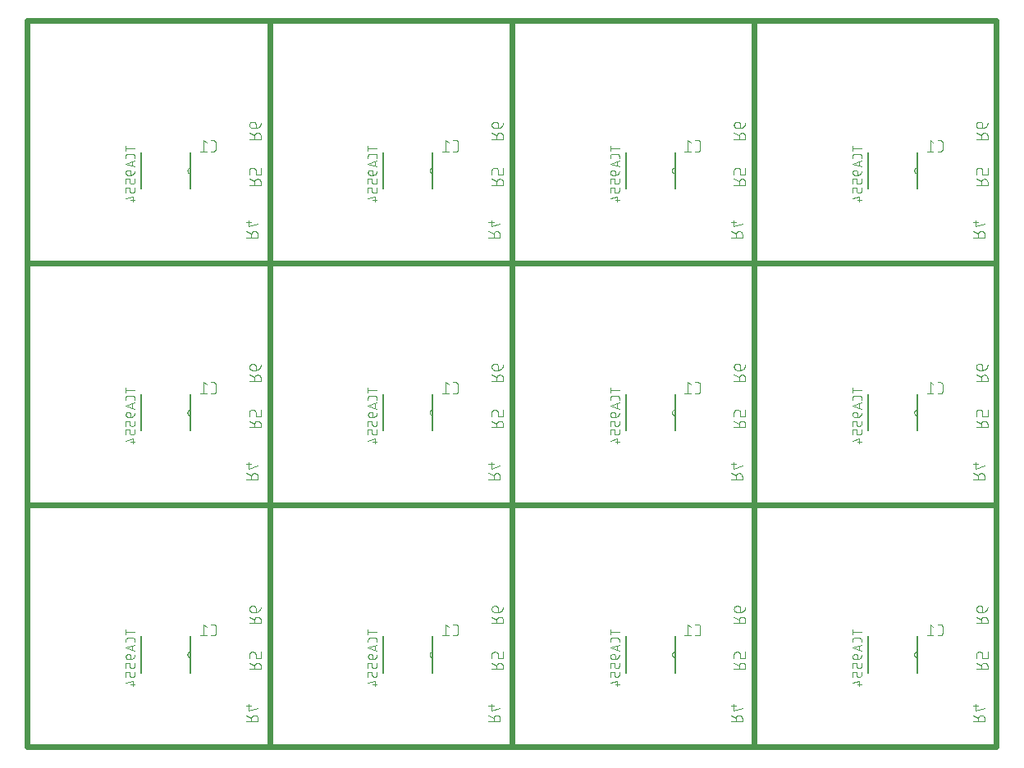
<source format=gbo>
G75*
%MOIN*%
%OFA0B0*%
%FSLAX25Y25*%
%IPPOS*%
%LPD*%
%AMOC8*
5,1,8,0,0,1.08239X$1,22.5*
%
%ADD10C,0.00400*%
%ADD11C,0.02400*%
%ADD12C,0.00600*%
%ADD13C,0.00000*%
D10*
X0044463Y0028241D02*
X0047263Y0029041D01*
X0047263Y0027041D01*
X0046463Y0027641D02*
X0048063Y0027641D01*
X0047263Y0030641D02*
X0046863Y0030641D01*
X0046808Y0030643D01*
X0046754Y0030648D01*
X0046700Y0030658D01*
X0046647Y0030671D01*
X0046595Y0030687D01*
X0046544Y0030707D01*
X0046495Y0030731D01*
X0046447Y0030757D01*
X0046402Y0030787D01*
X0046358Y0030820D01*
X0046317Y0030856D01*
X0046278Y0030895D01*
X0046242Y0030936D01*
X0046209Y0030980D01*
X0046179Y0031025D01*
X0046153Y0031073D01*
X0046129Y0031122D01*
X0046109Y0031173D01*
X0046093Y0031225D01*
X0046080Y0031278D01*
X0046070Y0031332D01*
X0046065Y0031386D01*
X0046063Y0031441D01*
X0046063Y0032641D01*
X0044463Y0032641D01*
X0044463Y0030641D01*
X0047263Y0030641D02*
X0047318Y0030643D01*
X0047372Y0030648D01*
X0047426Y0030658D01*
X0047479Y0030671D01*
X0047531Y0030687D01*
X0047582Y0030707D01*
X0047631Y0030731D01*
X0047679Y0030757D01*
X0047724Y0030787D01*
X0047768Y0030820D01*
X0047809Y0030856D01*
X0047848Y0030895D01*
X0047884Y0030936D01*
X0047917Y0030980D01*
X0047947Y0031025D01*
X0047973Y0031073D01*
X0047997Y0031122D01*
X0048017Y0031173D01*
X0048033Y0031225D01*
X0048046Y0031278D01*
X0048056Y0031332D01*
X0048061Y0031386D01*
X0048063Y0031441D01*
X0048063Y0032641D01*
X0047263Y0034241D02*
X0046863Y0034241D01*
X0046808Y0034243D01*
X0046754Y0034248D01*
X0046700Y0034258D01*
X0046647Y0034271D01*
X0046595Y0034287D01*
X0046544Y0034307D01*
X0046495Y0034331D01*
X0046447Y0034357D01*
X0046402Y0034387D01*
X0046358Y0034420D01*
X0046317Y0034456D01*
X0046278Y0034495D01*
X0046242Y0034536D01*
X0046209Y0034580D01*
X0046179Y0034625D01*
X0046153Y0034673D01*
X0046129Y0034722D01*
X0046109Y0034773D01*
X0046093Y0034825D01*
X0046080Y0034878D01*
X0046070Y0034932D01*
X0046065Y0034986D01*
X0046063Y0035041D01*
X0046063Y0036241D01*
X0044463Y0036241D01*
X0044463Y0034241D01*
X0047263Y0034241D02*
X0047318Y0034243D01*
X0047372Y0034248D01*
X0047426Y0034258D01*
X0047479Y0034271D01*
X0047531Y0034287D01*
X0047582Y0034307D01*
X0047631Y0034331D01*
X0047679Y0034357D01*
X0047724Y0034387D01*
X0047768Y0034420D01*
X0047809Y0034456D01*
X0047848Y0034495D01*
X0047884Y0034536D01*
X0047917Y0034580D01*
X0047947Y0034625D01*
X0047973Y0034673D01*
X0047997Y0034722D01*
X0048017Y0034773D01*
X0048033Y0034825D01*
X0048046Y0034878D01*
X0048056Y0034932D01*
X0048061Y0034986D01*
X0048063Y0035041D01*
X0048063Y0036241D01*
X0046463Y0037841D02*
X0045463Y0037841D01*
X0046463Y0037841D02*
X0046463Y0039041D01*
X0046463Y0037841D02*
X0046542Y0037843D01*
X0046620Y0037849D01*
X0046698Y0037858D01*
X0046775Y0037872D01*
X0046852Y0037889D01*
X0046927Y0037910D01*
X0047002Y0037935D01*
X0047075Y0037963D01*
X0047147Y0037995D01*
X0047217Y0038030D01*
X0047286Y0038069D01*
X0047352Y0038111D01*
X0047416Y0038156D01*
X0047478Y0038204D01*
X0047537Y0038255D01*
X0047594Y0038310D01*
X0047649Y0038367D01*
X0047700Y0038426D01*
X0047748Y0038488D01*
X0047793Y0038552D01*
X0047835Y0038618D01*
X0047874Y0038687D01*
X0047909Y0038757D01*
X0047941Y0038829D01*
X0047969Y0038902D01*
X0047994Y0038977D01*
X0048015Y0039052D01*
X0048032Y0039129D01*
X0048046Y0039206D01*
X0048055Y0039284D01*
X0048061Y0039362D01*
X0048063Y0039441D01*
X0048063Y0041241D02*
X0044463Y0042441D01*
X0048063Y0043641D01*
X0047163Y0043341D02*
X0047163Y0041541D01*
X0045663Y0039841D02*
X0045463Y0039841D01*
X0045663Y0039841D02*
X0045718Y0039839D01*
X0045772Y0039834D01*
X0045826Y0039824D01*
X0045879Y0039811D01*
X0045931Y0039795D01*
X0045982Y0039775D01*
X0046031Y0039751D01*
X0046079Y0039725D01*
X0046124Y0039695D01*
X0046168Y0039662D01*
X0046209Y0039626D01*
X0046248Y0039587D01*
X0046284Y0039546D01*
X0046317Y0039502D01*
X0046347Y0039457D01*
X0046373Y0039409D01*
X0046397Y0039360D01*
X0046417Y0039309D01*
X0046433Y0039257D01*
X0046446Y0039204D01*
X0046456Y0039150D01*
X0046461Y0039096D01*
X0046463Y0039041D01*
X0045463Y0039841D02*
X0045401Y0039839D01*
X0045340Y0039833D01*
X0045279Y0039824D01*
X0045219Y0039811D01*
X0045160Y0039794D01*
X0045102Y0039773D01*
X0045045Y0039749D01*
X0044990Y0039722D01*
X0044937Y0039691D01*
X0044885Y0039657D01*
X0044836Y0039620D01*
X0044789Y0039580D01*
X0044745Y0039537D01*
X0044704Y0039492D01*
X0044665Y0039444D01*
X0044629Y0039393D01*
X0044597Y0039341D01*
X0044568Y0039287D01*
X0044542Y0039231D01*
X0044520Y0039173D01*
X0044501Y0039115D01*
X0044486Y0039055D01*
X0044475Y0038994D01*
X0044467Y0038933D01*
X0044463Y0038872D01*
X0044463Y0038810D01*
X0044467Y0038749D01*
X0044475Y0038688D01*
X0044486Y0038627D01*
X0044501Y0038567D01*
X0044520Y0038509D01*
X0044542Y0038451D01*
X0044568Y0038395D01*
X0044597Y0038341D01*
X0044629Y0038289D01*
X0044665Y0038238D01*
X0044704Y0038190D01*
X0044745Y0038145D01*
X0044789Y0038102D01*
X0044836Y0038062D01*
X0044885Y0038025D01*
X0044937Y0037991D01*
X0044990Y0037960D01*
X0045045Y0037933D01*
X0045102Y0037909D01*
X0045160Y0037888D01*
X0045219Y0037871D01*
X0045279Y0037858D01*
X0045340Y0037849D01*
X0045401Y0037843D01*
X0045463Y0037841D01*
X0044463Y0044853D02*
X0044463Y0045653D01*
X0044465Y0045708D01*
X0044470Y0045762D01*
X0044480Y0045816D01*
X0044493Y0045869D01*
X0044509Y0045921D01*
X0044529Y0045972D01*
X0044553Y0046021D01*
X0044579Y0046069D01*
X0044609Y0046114D01*
X0044642Y0046158D01*
X0044678Y0046199D01*
X0044717Y0046238D01*
X0044758Y0046274D01*
X0044802Y0046307D01*
X0044847Y0046337D01*
X0044895Y0046363D01*
X0044944Y0046387D01*
X0044995Y0046407D01*
X0045047Y0046423D01*
X0045100Y0046436D01*
X0045154Y0046446D01*
X0045208Y0046451D01*
X0045263Y0046453D01*
X0047263Y0046453D01*
X0047318Y0046451D01*
X0047372Y0046446D01*
X0047426Y0046436D01*
X0047479Y0046423D01*
X0047531Y0046407D01*
X0047582Y0046387D01*
X0047631Y0046363D01*
X0047679Y0046337D01*
X0047724Y0046307D01*
X0047768Y0046274D01*
X0047809Y0046238D01*
X0047848Y0046199D01*
X0047884Y0046158D01*
X0047917Y0046114D01*
X0047947Y0046069D01*
X0047973Y0046021D01*
X0047997Y0045972D01*
X0048017Y0045921D01*
X0048033Y0045869D01*
X0048046Y0045816D01*
X0048056Y0045762D01*
X0048061Y0045708D01*
X0048063Y0045653D01*
X0048063Y0044853D01*
X0044463Y0047801D02*
X0044463Y0049801D01*
X0044463Y0048801D02*
X0048063Y0048801D01*
X0074700Y0047400D02*
X0077256Y0047400D01*
X0075978Y0047400D02*
X0075978Y0052000D01*
X0077256Y0050978D01*
X0078974Y0052000D02*
X0079996Y0052000D01*
X0080058Y0051998D01*
X0080119Y0051993D01*
X0080180Y0051983D01*
X0080241Y0051970D01*
X0080300Y0051954D01*
X0080358Y0051934D01*
X0080415Y0051910D01*
X0080471Y0051883D01*
X0080525Y0051853D01*
X0080577Y0051819D01*
X0080626Y0051783D01*
X0080674Y0051743D01*
X0080719Y0051701D01*
X0080761Y0051656D01*
X0080801Y0051608D01*
X0080837Y0051559D01*
X0080871Y0051507D01*
X0080901Y0051453D01*
X0080928Y0051397D01*
X0080952Y0051340D01*
X0080972Y0051282D01*
X0080988Y0051223D01*
X0081001Y0051162D01*
X0081011Y0051101D01*
X0081016Y0051040D01*
X0081018Y0050978D01*
X0081019Y0050978D02*
X0081019Y0048422D01*
X0081018Y0048422D02*
X0081016Y0048360D01*
X0081011Y0048299D01*
X0081001Y0048238D01*
X0080988Y0048177D01*
X0080972Y0048118D01*
X0080952Y0048060D01*
X0080928Y0048003D01*
X0080901Y0047947D01*
X0080871Y0047893D01*
X0080837Y0047841D01*
X0080801Y0047792D01*
X0080761Y0047744D01*
X0080719Y0047699D01*
X0080674Y0047657D01*
X0080626Y0047617D01*
X0080577Y0047581D01*
X0080525Y0047547D01*
X0080471Y0047517D01*
X0080415Y0047490D01*
X0080358Y0047466D01*
X0080300Y0047446D01*
X0080241Y0047430D01*
X0080180Y0047417D01*
X0080119Y0047407D01*
X0080058Y0047402D01*
X0079996Y0047400D01*
X0078974Y0047400D01*
X0094700Y0052473D02*
X0099300Y0052473D01*
X0099300Y0053751D01*
X0099298Y0053821D01*
X0099292Y0053892D01*
X0099283Y0053961D01*
X0099269Y0054030D01*
X0099252Y0054099D01*
X0099231Y0054166D01*
X0099206Y0054232D01*
X0099178Y0054296D01*
X0099146Y0054359D01*
X0099111Y0054420D01*
X0099072Y0054479D01*
X0099031Y0054536D01*
X0098986Y0054590D01*
X0098938Y0054642D01*
X0098888Y0054691D01*
X0098834Y0054738D01*
X0098779Y0054781D01*
X0098721Y0054821D01*
X0098661Y0054858D01*
X0098599Y0054891D01*
X0098535Y0054921D01*
X0098470Y0054948D01*
X0098404Y0054971D01*
X0098336Y0054990D01*
X0098267Y0055005D01*
X0098198Y0055017D01*
X0098128Y0055025D01*
X0098057Y0055029D01*
X0097987Y0055029D01*
X0097916Y0055025D01*
X0097846Y0055017D01*
X0097777Y0055005D01*
X0097708Y0054990D01*
X0097640Y0054971D01*
X0097574Y0054948D01*
X0097509Y0054921D01*
X0097445Y0054891D01*
X0097383Y0054858D01*
X0097323Y0054821D01*
X0097265Y0054781D01*
X0097210Y0054738D01*
X0097156Y0054691D01*
X0097106Y0054642D01*
X0097058Y0054590D01*
X0097013Y0054536D01*
X0096972Y0054479D01*
X0096933Y0054420D01*
X0096898Y0054359D01*
X0096866Y0054296D01*
X0096838Y0054232D01*
X0096813Y0054166D01*
X0096792Y0054099D01*
X0096775Y0054030D01*
X0096761Y0053961D01*
X0096752Y0053892D01*
X0096746Y0053821D01*
X0096744Y0053751D01*
X0096744Y0052473D01*
X0096744Y0054007D02*
X0094700Y0055029D01*
X0095978Y0056944D02*
X0097256Y0056944D01*
X0097256Y0058478D01*
X0097256Y0056945D02*
X0097345Y0056947D01*
X0097434Y0056953D01*
X0097523Y0056962D01*
X0097611Y0056976D01*
X0097698Y0056993D01*
X0097785Y0057015D01*
X0097871Y0057040D01*
X0097955Y0057068D01*
X0098038Y0057101D01*
X0098120Y0057137D01*
X0098200Y0057176D01*
X0098278Y0057219D01*
X0098354Y0057265D01*
X0098428Y0057315D01*
X0098500Y0057367D01*
X0098570Y0057423D01*
X0098637Y0057482D01*
X0098701Y0057544D01*
X0098763Y0057608D01*
X0098822Y0057675D01*
X0098878Y0057745D01*
X0098930Y0057817D01*
X0098980Y0057891D01*
X0099026Y0057967D01*
X0099069Y0058045D01*
X0099108Y0058125D01*
X0099144Y0058207D01*
X0099177Y0058290D01*
X0099205Y0058374D01*
X0099230Y0058460D01*
X0099252Y0058547D01*
X0099269Y0058634D01*
X0099283Y0058722D01*
X0099292Y0058811D01*
X0099298Y0058900D01*
X0099300Y0058989D01*
X0096233Y0059500D02*
X0095978Y0059500D01*
X0096233Y0059500D02*
X0096295Y0059498D01*
X0096356Y0059493D01*
X0096417Y0059483D01*
X0096478Y0059470D01*
X0096537Y0059454D01*
X0096595Y0059434D01*
X0096652Y0059410D01*
X0096708Y0059383D01*
X0096762Y0059353D01*
X0096814Y0059319D01*
X0096863Y0059283D01*
X0096911Y0059243D01*
X0096956Y0059201D01*
X0096998Y0059156D01*
X0097038Y0059108D01*
X0097074Y0059059D01*
X0097108Y0059007D01*
X0097138Y0058953D01*
X0097165Y0058897D01*
X0097189Y0058840D01*
X0097209Y0058782D01*
X0097225Y0058723D01*
X0097238Y0058662D01*
X0097248Y0058601D01*
X0097253Y0058540D01*
X0097255Y0058478D01*
X0095978Y0059500D02*
X0095908Y0059498D01*
X0095837Y0059492D01*
X0095768Y0059483D01*
X0095699Y0059469D01*
X0095630Y0059452D01*
X0095563Y0059431D01*
X0095497Y0059406D01*
X0095433Y0059378D01*
X0095370Y0059346D01*
X0095309Y0059311D01*
X0095250Y0059272D01*
X0095193Y0059231D01*
X0095139Y0059186D01*
X0095087Y0059138D01*
X0095038Y0059088D01*
X0094991Y0059034D01*
X0094948Y0058979D01*
X0094908Y0058921D01*
X0094871Y0058861D01*
X0094838Y0058799D01*
X0094808Y0058735D01*
X0094781Y0058670D01*
X0094758Y0058604D01*
X0094739Y0058536D01*
X0094724Y0058467D01*
X0094712Y0058398D01*
X0094704Y0058328D01*
X0094700Y0058257D01*
X0094700Y0058187D01*
X0094704Y0058116D01*
X0094712Y0058046D01*
X0094724Y0057977D01*
X0094739Y0057908D01*
X0094758Y0057840D01*
X0094781Y0057774D01*
X0094808Y0057709D01*
X0094838Y0057645D01*
X0094871Y0057583D01*
X0094908Y0057523D01*
X0094948Y0057465D01*
X0094991Y0057410D01*
X0095038Y0057356D01*
X0095087Y0057306D01*
X0095139Y0057258D01*
X0095193Y0057213D01*
X0095250Y0057172D01*
X0095309Y0057133D01*
X0095370Y0057098D01*
X0095433Y0057066D01*
X0095497Y0057038D01*
X0095563Y0057013D01*
X0095630Y0056992D01*
X0095699Y0056975D01*
X0095768Y0056961D01*
X0095837Y0056952D01*
X0095908Y0056946D01*
X0095978Y0056944D01*
X0095722Y0040750D02*
X0096233Y0040750D01*
X0096295Y0040748D01*
X0096356Y0040743D01*
X0096417Y0040733D01*
X0096478Y0040720D01*
X0096537Y0040704D01*
X0096595Y0040684D01*
X0096652Y0040660D01*
X0096708Y0040633D01*
X0096762Y0040603D01*
X0096814Y0040569D01*
X0096863Y0040533D01*
X0096911Y0040493D01*
X0096956Y0040451D01*
X0096998Y0040406D01*
X0097038Y0040358D01*
X0097074Y0040309D01*
X0097108Y0040257D01*
X0097138Y0040203D01*
X0097165Y0040147D01*
X0097189Y0040090D01*
X0097209Y0040032D01*
X0097225Y0039973D01*
X0097238Y0039912D01*
X0097248Y0039851D01*
X0097253Y0039790D01*
X0097255Y0039728D01*
X0097256Y0039728D02*
X0097256Y0038194D01*
X0099300Y0038194D01*
X0099300Y0040750D01*
X0095722Y0040750D02*
X0095660Y0040748D01*
X0095599Y0040743D01*
X0095538Y0040733D01*
X0095477Y0040720D01*
X0095418Y0040704D01*
X0095360Y0040684D01*
X0095303Y0040660D01*
X0095247Y0040633D01*
X0095193Y0040603D01*
X0095141Y0040569D01*
X0095092Y0040533D01*
X0095044Y0040493D01*
X0094999Y0040451D01*
X0094957Y0040406D01*
X0094917Y0040358D01*
X0094881Y0040309D01*
X0094847Y0040257D01*
X0094817Y0040203D01*
X0094790Y0040147D01*
X0094766Y0040090D01*
X0094746Y0040032D01*
X0094730Y0039973D01*
X0094717Y0039912D01*
X0094707Y0039851D01*
X0094702Y0039790D01*
X0094700Y0039728D01*
X0094700Y0038194D01*
X0094700Y0036279D02*
X0096744Y0035257D01*
X0096744Y0035001D02*
X0096744Y0033723D01*
X0096744Y0035001D02*
X0096746Y0035071D01*
X0096752Y0035142D01*
X0096761Y0035211D01*
X0096775Y0035280D01*
X0096792Y0035349D01*
X0096813Y0035416D01*
X0096838Y0035482D01*
X0096866Y0035546D01*
X0096898Y0035609D01*
X0096933Y0035670D01*
X0096972Y0035729D01*
X0097013Y0035786D01*
X0097058Y0035840D01*
X0097106Y0035892D01*
X0097156Y0035941D01*
X0097210Y0035988D01*
X0097265Y0036031D01*
X0097323Y0036071D01*
X0097383Y0036108D01*
X0097445Y0036141D01*
X0097509Y0036171D01*
X0097574Y0036198D01*
X0097640Y0036221D01*
X0097708Y0036240D01*
X0097777Y0036255D01*
X0097846Y0036267D01*
X0097916Y0036275D01*
X0097987Y0036279D01*
X0098057Y0036279D01*
X0098128Y0036275D01*
X0098198Y0036267D01*
X0098267Y0036255D01*
X0098336Y0036240D01*
X0098404Y0036221D01*
X0098470Y0036198D01*
X0098535Y0036171D01*
X0098599Y0036141D01*
X0098661Y0036108D01*
X0098721Y0036071D01*
X0098779Y0036031D01*
X0098834Y0035988D01*
X0098888Y0035941D01*
X0098938Y0035892D01*
X0098986Y0035840D01*
X0099031Y0035786D01*
X0099072Y0035729D01*
X0099111Y0035670D01*
X0099146Y0035609D01*
X0099178Y0035546D01*
X0099206Y0035482D01*
X0099231Y0035416D01*
X0099252Y0035349D01*
X0099269Y0035280D01*
X0099283Y0035211D01*
X0099292Y0035142D01*
X0099298Y0035071D01*
X0099300Y0035001D01*
X0099300Y0033723D01*
X0094700Y0033723D01*
X0094472Y0019500D02*
X0094472Y0016944D01*
X0098050Y0017967D01*
X0095494Y0018733D02*
X0093450Y0018733D01*
X0093450Y0015029D02*
X0095494Y0014007D01*
X0095494Y0013751D02*
X0095494Y0012473D01*
X0095494Y0013751D02*
X0095496Y0013821D01*
X0095502Y0013892D01*
X0095511Y0013961D01*
X0095525Y0014030D01*
X0095542Y0014099D01*
X0095563Y0014166D01*
X0095588Y0014232D01*
X0095616Y0014296D01*
X0095648Y0014359D01*
X0095683Y0014420D01*
X0095722Y0014479D01*
X0095763Y0014536D01*
X0095808Y0014590D01*
X0095856Y0014642D01*
X0095906Y0014691D01*
X0095960Y0014738D01*
X0096015Y0014781D01*
X0096073Y0014821D01*
X0096133Y0014858D01*
X0096195Y0014891D01*
X0096259Y0014921D01*
X0096324Y0014948D01*
X0096390Y0014971D01*
X0096458Y0014990D01*
X0096527Y0015005D01*
X0096596Y0015017D01*
X0096666Y0015025D01*
X0096737Y0015029D01*
X0096807Y0015029D01*
X0096878Y0015025D01*
X0096948Y0015017D01*
X0097017Y0015005D01*
X0097086Y0014990D01*
X0097154Y0014971D01*
X0097220Y0014948D01*
X0097285Y0014921D01*
X0097349Y0014891D01*
X0097411Y0014858D01*
X0097471Y0014821D01*
X0097529Y0014781D01*
X0097584Y0014738D01*
X0097638Y0014691D01*
X0097688Y0014642D01*
X0097736Y0014590D01*
X0097781Y0014536D01*
X0097822Y0014479D01*
X0097861Y0014420D01*
X0097896Y0014359D01*
X0097928Y0014296D01*
X0097956Y0014232D01*
X0097981Y0014166D01*
X0098002Y0014099D01*
X0098019Y0014030D01*
X0098033Y0013961D01*
X0098042Y0013892D01*
X0098048Y0013821D01*
X0098050Y0013751D01*
X0098050Y0012473D01*
X0093450Y0012473D01*
X0142888Y0028241D02*
X0145688Y0029041D01*
X0145688Y0027041D01*
X0144888Y0027641D02*
X0146488Y0027641D01*
X0145688Y0030641D02*
X0145288Y0030641D01*
X0145233Y0030643D01*
X0145179Y0030648D01*
X0145125Y0030658D01*
X0145072Y0030671D01*
X0145020Y0030687D01*
X0144969Y0030707D01*
X0144920Y0030731D01*
X0144872Y0030757D01*
X0144827Y0030787D01*
X0144783Y0030820D01*
X0144742Y0030856D01*
X0144703Y0030895D01*
X0144667Y0030936D01*
X0144634Y0030980D01*
X0144604Y0031025D01*
X0144578Y0031073D01*
X0144554Y0031122D01*
X0144534Y0031173D01*
X0144518Y0031225D01*
X0144505Y0031278D01*
X0144495Y0031332D01*
X0144490Y0031386D01*
X0144488Y0031441D01*
X0144488Y0032641D01*
X0142888Y0032641D01*
X0142888Y0030641D01*
X0145688Y0030641D02*
X0145743Y0030643D01*
X0145797Y0030648D01*
X0145851Y0030658D01*
X0145904Y0030671D01*
X0145956Y0030687D01*
X0146007Y0030707D01*
X0146056Y0030731D01*
X0146104Y0030757D01*
X0146149Y0030787D01*
X0146193Y0030820D01*
X0146234Y0030856D01*
X0146273Y0030895D01*
X0146309Y0030936D01*
X0146342Y0030980D01*
X0146372Y0031025D01*
X0146398Y0031073D01*
X0146422Y0031122D01*
X0146442Y0031173D01*
X0146458Y0031225D01*
X0146471Y0031278D01*
X0146481Y0031332D01*
X0146486Y0031386D01*
X0146488Y0031441D01*
X0146488Y0032641D01*
X0145688Y0034241D02*
X0145288Y0034241D01*
X0145233Y0034243D01*
X0145179Y0034248D01*
X0145125Y0034258D01*
X0145072Y0034271D01*
X0145020Y0034287D01*
X0144969Y0034307D01*
X0144920Y0034331D01*
X0144872Y0034357D01*
X0144827Y0034387D01*
X0144783Y0034420D01*
X0144742Y0034456D01*
X0144703Y0034495D01*
X0144667Y0034536D01*
X0144634Y0034580D01*
X0144604Y0034625D01*
X0144578Y0034673D01*
X0144554Y0034722D01*
X0144534Y0034773D01*
X0144518Y0034825D01*
X0144505Y0034878D01*
X0144495Y0034932D01*
X0144490Y0034986D01*
X0144488Y0035041D01*
X0144488Y0036241D01*
X0142888Y0036241D01*
X0142888Y0034241D01*
X0145688Y0034241D02*
X0145743Y0034243D01*
X0145797Y0034248D01*
X0145851Y0034258D01*
X0145904Y0034271D01*
X0145956Y0034287D01*
X0146007Y0034307D01*
X0146056Y0034331D01*
X0146104Y0034357D01*
X0146149Y0034387D01*
X0146193Y0034420D01*
X0146234Y0034456D01*
X0146273Y0034495D01*
X0146309Y0034536D01*
X0146342Y0034580D01*
X0146372Y0034625D01*
X0146398Y0034673D01*
X0146422Y0034722D01*
X0146442Y0034773D01*
X0146458Y0034825D01*
X0146471Y0034878D01*
X0146481Y0034932D01*
X0146486Y0034986D01*
X0146488Y0035041D01*
X0146488Y0036241D01*
X0144888Y0037841D02*
X0143888Y0037841D01*
X0144888Y0037841D02*
X0144888Y0039041D01*
X0144888Y0037841D02*
X0144967Y0037843D01*
X0145045Y0037849D01*
X0145123Y0037858D01*
X0145200Y0037872D01*
X0145277Y0037889D01*
X0145352Y0037910D01*
X0145427Y0037935D01*
X0145500Y0037963D01*
X0145572Y0037995D01*
X0145642Y0038030D01*
X0145711Y0038069D01*
X0145777Y0038111D01*
X0145841Y0038156D01*
X0145903Y0038204D01*
X0145962Y0038255D01*
X0146019Y0038310D01*
X0146074Y0038367D01*
X0146125Y0038426D01*
X0146173Y0038488D01*
X0146218Y0038552D01*
X0146260Y0038618D01*
X0146299Y0038687D01*
X0146334Y0038757D01*
X0146366Y0038829D01*
X0146394Y0038902D01*
X0146419Y0038977D01*
X0146440Y0039052D01*
X0146457Y0039129D01*
X0146471Y0039206D01*
X0146480Y0039284D01*
X0146486Y0039362D01*
X0146488Y0039441D01*
X0146488Y0041241D02*
X0142888Y0042441D01*
X0146488Y0043641D01*
X0145588Y0043341D02*
X0145588Y0041541D01*
X0144088Y0039841D02*
X0143888Y0039841D01*
X0144088Y0039841D02*
X0144143Y0039839D01*
X0144197Y0039834D01*
X0144251Y0039824D01*
X0144304Y0039811D01*
X0144356Y0039795D01*
X0144407Y0039775D01*
X0144456Y0039751D01*
X0144504Y0039725D01*
X0144549Y0039695D01*
X0144593Y0039662D01*
X0144634Y0039626D01*
X0144673Y0039587D01*
X0144709Y0039546D01*
X0144742Y0039502D01*
X0144772Y0039457D01*
X0144798Y0039409D01*
X0144822Y0039360D01*
X0144842Y0039309D01*
X0144858Y0039257D01*
X0144871Y0039204D01*
X0144881Y0039150D01*
X0144886Y0039096D01*
X0144888Y0039041D01*
X0143888Y0039841D02*
X0143826Y0039839D01*
X0143765Y0039833D01*
X0143704Y0039824D01*
X0143644Y0039811D01*
X0143585Y0039794D01*
X0143527Y0039773D01*
X0143470Y0039749D01*
X0143415Y0039722D01*
X0143362Y0039691D01*
X0143310Y0039657D01*
X0143261Y0039620D01*
X0143214Y0039580D01*
X0143170Y0039537D01*
X0143129Y0039492D01*
X0143090Y0039444D01*
X0143054Y0039393D01*
X0143022Y0039341D01*
X0142993Y0039287D01*
X0142967Y0039231D01*
X0142945Y0039173D01*
X0142926Y0039115D01*
X0142911Y0039055D01*
X0142900Y0038994D01*
X0142892Y0038933D01*
X0142888Y0038872D01*
X0142888Y0038810D01*
X0142892Y0038749D01*
X0142900Y0038688D01*
X0142911Y0038627D01*
X0142926Y0038567D01*
X0142945Y0038509D01*
X0142967Y0038451D01*
X0142993Y0038395D01*
X0143022Y0038341D01*
X0143054Y0038289D01*
X0143090Y0038238D01*
X0143129Y0038190D01*
X0143170Y0038145D01*
X0143214Y0038102D01*
X0143261Y0038062D01*
X0143310Y0038025D01*
X0143362Y0037991D01*
X0143415Y0037960D01*
X0143470Y0037933D01*
X0143527Y0037909D01*
X0143585Y0037888D01*
X0143644Y0037871D01*
X0143704Y0037858D01*
X0143765Y0037849D01*
X0143826Y0037843D01*
X0143888Y0037841D01*
X0142888Y0044853D02*
X0142888Y0045653D01*
X0142890Y0045708D01*
X0142895Y0045762D01*
X0142905Y0045816D01*
X0142918Y0045869D01*
X0142934Y0045921D01*
X0142954Y0045972D01*
X0142978Y0046021D01*
X0143004Y0046069D01*
X0143034Y0046114D01*
X0143067Y0046158D01*
X0143103Y0046199D01*
X0143142Y0046238D01*
X0143183Y0046274D01*
X0143227Y0046307D01*
X0143272Y0046337D01*
X0143320Y0046363D01*
X0143369Y0046387D01*
X0143420Y0046407D01*
X0143472Y0046423D01*
X0143525Y0046436D01*
X0143579Y0046446D01*
X0143633Y0046451D01*
X0143688Y0046453D01*
X0145688Y0046453D01*
X0145743Y0046451D01*
X0145797Y0046446D01*
X0145851Y0046436D01*
X0145904Y0046423D01*
X0145956Y0046407D01*
X0146007Y0046387D01*
X0146056Y0046363D01*
X0146104Y0046337D01*
X0146149Y0046307D01*
X0146193Y0046274D01*
X0146234Y0046238D01*
X0146273Y0046199D01*
X0146309Y0046158D01*
X0146342Y0046114D01*
X0146372Y0046069D01*
X0146398Y0046021D01*
X0146422Y0045972D01*
X0146442Y0045921D01*
X0146458Y0045869D01*
X0146471Y0045816D01*
X0146481Y0045762D01*
X0146486Y0045708D01*
X0146488Y0045653D01*
X0146488Y0044853D01*
X0142888Y0047801D02*
X0142888Y0049801D01*
X0142888Y0048801D02*
X0146488Y0048801D01*
X0173125Y0047400D02*
X0175681Y0047400D01*
X0174403Y0047400D02*
X0174403Y0052000D01*
X0175681Y0050978D01*
X0177399Y0052000D02*
X0178422Y0052000D01*
X0178484Y0051998D01*
X0178545Y0051993D01*
X0178606Y0051983D01*
X0178667Y0051970D01*
X0178726Y0051954D01*
X0178784Y0051934D01*
X0178841Y0051910D01*
X0178897Y0051883D01*
X0178951Y0051853D01*
X0179003Y0051819D01*
X0179052Y0051783D01*
X0179100Y0051743D01*
X0179145Y0051701D01*
X0179187Y0051656D01*
X0179227Y0051608D01*
X0179263Y0051559D01*
X0179297Y0051507D01*
X0179327Y0051453D01*
X0179354Y0051397D01*
X0179378Y0051340D01*
X0179398Y0051282D01*
X0179414Y0051223D01*
X0179427Y0051162D01*
X0179437Y0051101D01*
X0179442Y0051040D01*
X0179444Y0050978D01*
X0179444Y0048422D01*
X0179442Y0048360D01*
X0179437Y0048299D01*
X0179427Y0048238D01*
X0179414Y0048177D01*
X0179398Y0048118D01*
X0179378Y0048060D01*
X0179354Y0048003D01*
X0179327Y0047947D01*
X0179297Y0047893D01*
X0179263Y0047841D01*
X0179227Y0047792D01*
X0179187Y0047744D01*
X0179145Y0047699D01*
X0179100Y0047657D01*
X0179052Y0047617D01*
X0179003Y0047581D01*
X0178951Y0047547D01*
X0178897Y0047517D01*
X0178841Y0047490D01*
X0178784Y0047466D01*
X0178726Y0047446D01*
X0178667Y0047430D01*
X0178606Y0047417D01*
X0178545Y0047407D01*
X0178484Y0047402D01*
X0178422Y0047400D01*
X0177399Y0047400D01*
X0193125Y0052473D02*
X0197725Y0052473D01*
X0197725Y0053751D01*
X0197723Y0053821D01*
X0197717Y0053892D01*
X0197708Y0053961D01*
X0197694Y0054030D01*
X0197677Y0054099D01*
X0197656Y0054166D01*
X0197631Y0054232D01*
X0197603Y0054296D01*
X0197571Y0054359D01*
X0197536Y0054420D01*
X0197497Y0054479D01*
X0197456Y0054536D01*
X0197411Y0054590D01*
X0197363Y0054642D01*
X0197313Y0054691D01*
X0197259Y0054738D01*
X0197204Y0054781D01*
X0197146Y0054821D01*
X0197086Y0054858D01*
X0197024Y0054891D01*
X0196960Y0054921D01*
X0196895Y0054948D01*
X0196829Y0054971D01*
X0196761Y0054990D01*
X0196692Y0055005D01*
X0196623Y0055017D01*
X0196553Y0055025D01*
X0196482Y0055029D01*
X0196412Y0055029D01*
X0196341Y0055025D01*
X0196271Y0055017D01*
X0196202Y0055005D01*
X0196133Y0054990D01*
X0196065Y0054971D01*
X0195999Y0054948D01*
X0195934Y0054921D01*
X0195870Y0054891D01*
X0195808Y0054858D01*
X0195748Y0054821D01*
X0195690Y0054781D01*
X0195635Y0054738D01*
X0195581Y0054691D01*
X0195531Y0054642D01*
X0195483Y0054590D01*
X0195438Y0054536D01*
X0195397Y0054479D01*
X0195358Y0054420D01*
X0195323Y0054359D01*
X0195291Y0054296D01*
X0195263Y0054232D01*
X0195238Y0054166D01*
X0195217Y0054099D01*
X0195200Y0054030D01*
X0195186Y0053961D01*
X0195177Y0053892D01*
X0195171Y0053821D01*
X0195169Y0053751D01*
X0195170Y0053751D02*
X0195170Y0052473D01*
X0195170Y0054007D02*
X0193125Y0055029D01*
X0194403Y0056944D02*
X0195681Y0056944D01*
X0195681Y0058478D01*
X0195681Y0056945D02*
X0195770Y0056947D01*
X0195859Y0056953D01*
X0195948Y0056962D01*
X0196036Y0056976D01*
X0196123Y0056993D01*
X0196210Y0057015D01*
X0196296Y0057040D01*
X0196380Y0057068D01*
X0196463Y0057101D01*
X0196545Y0057137D01*
X0196625Y0057176D01*
X0196703Y0057219D01*
X0196779Y0057265D01*
X0196853Y0057315D01*
X0196925Y0057367D01*
X0196995Y0057423D01*
X0197062Y0057482D01*
X0197126Y0057544D01*
X0197188Y0057608D01*
X0197247Y0057675D01*
X0197303Y0057745D01*
X0197355Y0057817D01*
X0197405Y0057891D01*
X0197451Y0057967D01*
X0197494Y0058045D01*
X0197533Y0058125D01*
X0197569Y0058207D01*
X0197602Y0058290D01*
X0197630Y0058374D01*
X0197655Y0058460D01*
X0197677Y0058547D01*
X0197694Y0058634D01*
X0197708Y0058722D01*
X0197717Y0058811D01*
X0197723Y0058900D01*
X0197725Y0058989D01*
X0194659Y0059500D02*
X0194403Y0059500D01*
X0194659Y0059500D02*
X0194721Y0059498D01*
X0194782Y0059493D01*
X0194843Y0059483D01*
X0194904Y0059470D01*
X0194963Y0059454D01*
X0195021Y0059434D01*
X0195078Y0059410D01*
X0195134Y0059383D01*
X0195188Y0059353D01*
X0195240Y0059319D01*
X0195289Y0059283D01*
X0195337Y0059243D01*
X0195382Y0059201D01*
X0195424Y0059156D01*
X0195464Y0059108D01*
X0195500Y0059059D01*
X0195534Y0059007D01*
X0195564Y0058953D01*
X0195591Y0058897D01*
X0195615Y0058840D01*
X0195635Y0058782D01*
X0195651Y0058723D01*
X0195664Y0058662D01*
X0195674Y0058601D01*
X0195679Y0058540D01*
X0195681Y0058478D01*
X0194403Y0059500D02*
X0194333Y0059498D01*
X0194262Y0059492D01*
X0194193Y0059483D01*
X0194124Y0059469D01*
X0194055Y0059452D01*
X0193988Y0059431D01*
X0193922Y0059406D01*
X0193858Y0059378D01*
X0193795Y0059346D01*
X0193734Y0059311D01*
X0193675Y0059272D01*
X0193618Y0059231D01*
X0193564Y0059186D01*
X0193512Y0059138D01*
X0193463Y0059088D01*
X0193416Y0059034D01*
X0193373Y0058979D01*
X0193333Y0058921D01*
X0193296Y0058861D01*
X0193263Y0058799D01*
X0193233Y0058735D01*
X0193206Y0058670D01*
X0193183Y0058604D01*
X0193164Y0058536D01*
X0193149Y0058467D01*
X0193137Y0058398D01*
X0193129Y0058328D01*
X0193125Y0058257D01*
X0193125Y0058187D01*
X0193129Y0058116D01*
X0193137Y0058046D01*
X0193149Y0057977D01*
X0193164Y0057908D01*
X0193183Y0057840D01*
X0193206Y0057774D01*
X0193233Y0057709D01*
X0193263Y0057645D01*
X0193296Y0057583D01*
X0193333Y0057523D01*
X0193373Y0057465D01*
X0193416Y0057410D01*
X0193463Y0057356D01*
X0193512Y0057306D01*
X0193564Y0057258D01*
X0193618Y0057213D01*
X0193675Y0057172D01*
X0193734Y0057133D01*
X0193795Y0057098D01*
X0193858Y0057066D01*
X0193922Y0057038D01*
X0193988Y0057013D01*
X0194055Y0056992D01*
X0194124Y0056975D01*
X0194193Y0056961D01*
X0194262Y0056952D01*
X0194333Y0056946D01*
X0194403Y0056944D01*
X0194147Y0040750D02*
X0194659Y0040750D01*
X0194721Y0040748D01*
X0194782Y0040743D01*
X0194843Y0040733D01*
X0194904Y0040720D01*
X0194963Y0040704D01*
X0195021Y0040684D01*
X0195078Y0040660D01*
X0195134Y0040633D01*
X0195188Y0040603D01*
X0195240Y0040569D01*
X0195289Y0040533D01*
X0195337Y0040493D01*
X0195382Y0040451D01*
X0195424Y0040406D01*
X0195464Y0040358D01*
X0195500Y0040309D01*
X0195534Y0040257D01*
X0195564Y0040203D01*
X0195591Y0040147D01*
X0195615Y0040090D01*
X0195635Y0040032D01*
X0195651Y0039973D01*
X0195664Y0039912D01*
X0195674Y0039851D01*
X0195679Y0039790D01*
X0195681Y0039728D01*
X0195681Y0038194D01*
X0197725Y0038194D01*
X0197725Y0040750D01*
X0194147Y0040750D02*
X0194085Y0040748D01*
X0194024Y0040743D01*
X0193963Y0040733D01*
X0193902Y0040720D01*
X0193843Y0040704D01*
X0193785Y0040684D01*
X0193728Y0040660D01*
X0193672Y0040633D01*
X0193618Y0040603D01*
X0193566Y0040569D01*
X0193517Y0040533D01*
X0193469Y0040493D01*
X0193424Y0040451D01*
X0193382Y0040406D01*
X0193342Y0040358D01*
X0193306Y0040309D01*
X0193272Y0040257D01*
X0193242Y0040203D01*
X0193215Y0040147D01*
X0193191Y0040090D01*
X0193171Y0040032D01*
X0193155Y0039973D01*
X0193142Y0039912D01*
X0193132Y0039851D01*
X0193127Y0039790D01*
X0193125Y0039728D01*
X0193125Y0038194D01*
X0193125Y0036279D02*
X0195170Y0035257D01*
X0195170Y0035001D02*
X0195170Y0033723D01*
X0195169Y0035001D02*
X0195171Y0035071D01*
X0195177Y0035142D01*
X0195186Y0035211D01*
X0195200Y0035280D01*
X0195217Y0035349D01*
X0195238Y0035416D01*
X0195263Y0035482D01*
X0195291Y0035546D01*
X0195323Y0035609D01*
X0195358Y0035670D01*
X0195397Y0035729D01*
X0195438Y0035786D01*
X0195483Y0035840D01*
X0195531Y0035892D01*
X0195581Y0035941D01*
X0195635Y0035988D01*
X0195690Y0036031D01*
X0195748Y0036071D01*
X0195808Y0036108D01*
X0195870Y0036141D01*
X0195934Y0036171D01*
X0195999Y0036198D01*
X0196065Y0036221D01*
X0196133Y0036240D01*
X0196202Y0036255D01*
X0196271Y0036267D01*
X0196341Y0036275D01*
X0196412Y0036279D01*
X0196482Y0036279D01*
X0196553Y0036275D01*
X0196623Y0036267D01*
X0196692Y0036255D01*
X0196761Y0036240D01*
X0196829Y0036221D01*
X0196895Y0036198D01*
X0196960Y0036171D01*
X0197024Y0036141D01*
X0197086Y0036108D01*
X0197146Y0036071D01*
X0197204Y0036031D01*
X0197259Y0035988D01*
X0197313Y0035941D01*
X0197363Y0035892D01*
X0197411Y0035840D01*
X0197456Y0035786D01*
X0197497Y0035729D01*
X0197536Y0035670D01*
X0197571Y0035609D01*
X0197603Y0035546D01*
X0197631Y0035482D01*
X0197656Y0035416D01*
X0197677Y0035349D01*
X0197694Y0035280D01*
X0197708Y0035211D01*
X0197717Y0035142D01*
X0197723Y0035071D01*
X0197725Y0035001D01*
X0197725Y0033723D01*
X0193125Y0033723D01*
X0192897Y0019500D02*
X0192897Y0016944D01*
X0196475Y0017967D01*
X0193920Y0018733D02*
X0191875Y0018733D01*
X0191875Y0015029D02*
X0193920Y0014007D01*
X0193920Y0013751D02*
X0193920Y0012473D01*
X0193919Y0013751D02*
X0193921Y0013821D01*
X0193927Y0013892D01*
X0193936Y0013961D01*
X0193950Y0014030D01*
X0193967Y0014099D01*
X0193988Y0014166D01*
X0194013Y0014232D01*
X0194041Y0014296D01*
X0194073Y0014359D01*
X0194108Y0014420D01*
X0194147Y0014479D01*
X0194188Y0014536D01*
X0194233Y0014590D01*
X0194281Y0014642D01*
X0194331Y0014691D01*
X0194385Y0014738D01*
X0194440Y0014781D01*
X0194498Y0014821D01*
X0194558Y0014858D01*
X0194620Y0014891D01*
X0194684Y0014921D01*
X0194749Y0014948D01*
X0194815Y0014971D01*
X0194883Y0014990D01*
X0194952Y0015005D01*
X0195021Y0015017D01*
X0195091Y0015025D01*
X0195162Y0015029D01*
X0195232Y0015029D01*
X0195303Y0015025D01*
X0195373Y0015017D01*
X0195442Y0015005D01*
X0195511Y0014990D01*
X0195579Y0014971D01*
X0195645Y0014948D01*
X0195710Y0014921D01*
X0195774Y0014891D01*
X0195836Y0014858D01*
X0195896Y0014821D01*
X0195954Y0014781D01*
X0196009Y0014738D01*
X0196063Y0014691D01*
X0196113Y0014642D01*
X0196161Y0014590D01*
X0196206Y0014536D01*
X0196247Y0014479D01*
X0196286Y0014420D01*
X0196321Y0014359D01*
X0196353Y0014296D01*
X0196381Y0014232D01*
X0196406Y0014166D01*
X0196427Y0014099D01*
X0196444Y0014030D01*
X0196458Y0013961D01*
X0196467Y0013892D01*
X0196473Y0013821D01*
X0196475Y0013751D01*
X0196475Y0012473D01*
X0191875Y0012473D01*
X0241313Y0028241D02*
X0244113Y0029041D01*
X0244113Y0027041D01*
X0243313Y0027641D02*
X0244913Y0027641D01*
X0244113Y0030641D02*
X0243713Y0030641D01*
X0243658Y0030643D01*
X0243604Y0030648D01*
X0243550Y0030658D01*
X0243497Y0030671D01*
X0243445Y0030687D01*
X0243394Y0030707D01*
X0243345Y0030731D01*
X0243297Y0030757D01*
X0243252Y0030787D01*
X0243208Y0030820D01*
X0243167Y0030856D01*
X0243128Y0030895D01*
X0243092Y0030936D01*
X0243059Y0030980D01*
X0243029Y0031025D01*
X0243003Y0031073D01*
X0242979Y0031122D01*
X0242959Y0031173D01*
X0242943Y0031225D01*
X0242930Y0031278D01*
X0242920Y0031332D01*
X0242915Y0031386D01*
X0242913Y0031441D01*
X0242913Y0032641D01*
X0241313Y0032641D01*
X0241313Y0030641D01*
X0244113Y0030641D02*
X0244168Y0030643D01*
X0244222Y0030648D01*
X0244276Y0030658D01*
X0244329Y0030671D01*
X0244381Y0030687D01*
X0244432Y0030707D01*
X0244481Y0030731D01*
X0244529Y0030757D01*
X0244574Y0030787D01*
X0244618Y0030820D01*
X0244659Y0030856D01*
X0244698Y0030895D01*
X0244734Y0030936D01*
X0244767Y0030980D01*
X0244797Y0031025D01*
X0244823Y0031073D01*
X0244847Y0031122D01*
X0244867Y0031173D01*
X0244883Y0031225D01*
X0244896Y0031278D01*
X0244906Y0031332D01*
X0244911Y0031386D01*
X0244913Y0031441D01*
X0244913Y0032641D01*
X0244113Y0034241D02*
X0243713Y0034241D01*
X0243658Y0034243D01*
X0243604Y0034248D01*
X0243550Y0034258D01*
X0243497Y0034271D01*
X0243445Y0034287D01*
X0243394Y0034307D01*
X0243345Y0034331D01*
X0243297Y0034357D01*
X0243252Y0034387D01*
X0243208Y0034420D01*
X0243167Y0034456D01*
X0243128Y0034495D01*
X0243092Y0034536D01*
X0243059Y0034580D01*
X0243029Y0034625D01*
X0243003Y0034673D01*
X0242979Y0034722D01*
X0242959Y0034773D01*
X0242943Y0034825D01*
X0242930Y0034878D01*
X0242920Y0034932D01*
X0242915Y0034986D01*
X0242913Y0035041D01*
X0242913Y0036241D01*
X0241313Y0036241D01*
X0241313Y0034241D01*
X0244113Y0034241D02*
X0244168Y0034243D01*
X0244222Y0034248D01*
X0244276Y0034258D01*
X0244329Y0034271D01*
X0244381Y0034287D01*
X0244432Y0034307D01*
X0244481Y0034331D01*
X0244529Y0034357D01*
X0244574Y0034387D01*
X0244618Y0034420D01*
X0244659Y0034456D01*
X0244698Y0034495D01*
X0244734Y0034536D01*
X0244767Y0034580D01*
X0244797Y0034625D01*
X0244823Y0034673D01*
X0244847Y0034722D01*
X0244867Y0034773D01*
X0244883Y0034825D01*
X0244896Y0034878D01*
X0244906Y0034932D01*
X0244911Y0034986D01*
X0244913Y0035041D01*
X0244913Y0036241D01*
X0243313Y0037841D02*
X0242313Y0037841D01*
X0243313Y0037841D02*
X0243313Y0039041D01*
X0243313Y0037841D02*
X0243392Y0037843D01*
X0243470Y0037849D01*
X0243548Y0037858D01*
X0243625Y0037872D01*
X0243702Y0037889D01*
X0243777Y0037910D01*
X0243852Y0037935D01*
X0243925Y0037963D01*
X0243997Y0037995D01*
X0244067Y0038030D01*
X0244136Y0038069D01*
X0244202Y0038111D01*
X0244266Y0038156D01*
X0244328Y0038204D01*
X0244387Y0038255D01*
X0244444Y0038310D01*
X0244499Y0038367D01*
X0244550Y0038426D01*
X0244598Y0038488D01*
X0244643Y0038552D01*
X0244685Y0038618D01*
X0244724Y0038687D01*
X0244759Y0038757D01*
X0244791Y0038829D01*
X0244819Y0038902D01*
X0244844Y0038977D01*
X0244865Y0039052D01*
X0244882Y0039129D01*
X0244896Y0039206D01*
X0244905Y0039284D01*
X0244911Y0039362D01*
X0244913Y0039441D01*
X0244913Y0041241D02*
X0241313Y0042441D01*
X0244913Y0043641D01*
X0244013Y0043341D02*
X0244013Y0041541D01*
X0242513Y0039841D02*
X0242313Y0039841D01*
X0242513Y0039841D02*
X0242568Y0039839D01*
X0242622Y0039834D01*
X0242676Y0039824D01*
X0242729Y0039811D01*
X0242781Y0039795D01*
X0242832Y0039775D01*
X0242881Y0039751D01*
X0242929Y0039725D01*
X0242974Y0039695D01*
X0243018Y0039662D01*
X0243059Y0039626D01*
X0243098Y0039587D01*
X0243134Y0039546D01*
X0243167Y0039502D01*
X0243197Y0039457D01*
X0243223Y0039409D01*
X0243247Y0039360D01*
X0243267Y0039309D01*
X0243283Y0039257D01*
X0243296Y0039204D01*
X0243306Y0039150D01*
X0243311Y0039096D01*
X0243313Y0039041D01*
X0242313Y0039841D02*
X0242251Y0039839D01*
X0242190Y0039833D01*
X0242129Y0039824D01*
X0242069Y0039811D01*
X0242010Y0039794D01*
X0241952Y0039773D01*
X0241895Y0039749D01*
X0241840Y0039722D01*
X0241787Y0039691D01*
X0241735Y0039657D01*
X0241686Y0039620D01*
X0241639Y0039580D01*
X0241595Y0039537D01*
X0241554Y0039492D01*
X0241515Y0039444D01*
X0241479Y0039393D01*
X0241447Y0039341D01*
X0241418Y0039287D01*
X0241392Y0039231D01*
X0241370Y0039173D01*
X0241351Y0039115D01*
X0241336Y0039055D01*
X0241325Y0038994D01*
X0241317Y0038933D01*
X0241313Y0038872D01*
X0241313Y0038810D01*
X0241317Y0038749D01*
X0241325Y0038688D01*
X0241336Y0038627D01*
X0241351Y0038567D01*
X0241370Y0038509D01*
X0241392Y0038451D01*
X0241418Y0038395D01*
X0241447Y0038341D01*
X0241479Y0038289D01*
X0241515Y0038238D01*
X0241554Y0038190D01*
X0241595Y0038145D01*
X0241639Y0038102D01*
X0241686Y0038062D01*
X0241735Y0038025D01*
X0241787Y0037991D01*
X0241840Y0037960D01*
X0241895Y0037933D01*
X0241952Y0037909D01*
X0242010Y0037888D01*
X0242069Y0037871D01*
X0242129Y0037858D01*
X0242190Y0037849D01*
X0242251Y0037843D01*
X0242313Y0037841D01*
X0241313Y0044853D02*
X0241313Y0045653D01*
X0241315Y0045708D01*
X0241320Y0045762D01*
X0241330Y0045816D01*
X0241343Y0045869D01*
X0241359Y0045921D01*
X0241379Y0045972D01*
X0241403Y0046021D01*
X0241429Y0046069D01*
X0241459Y0046114D01*
X0241492Y0046158D01*
X0241528Y0046199D01*
X0241567Y0046238D01*
X0241608Y0046274D01*
X0241652Y0046307D01*
X0241697Y0046337D01*
X0241745Y0046363D01*
X0241794Y0046387D01*
X0241845Y0046407D01*
X0241897Y0046423D01*
X0241950Y0046436D01*
X0242004Y0046446D01*
X0242058Y0046451D01*
X0242113Y0046453D01*
X0244113Y0046453D01*
X0244168Y0046451D01*
X0244222Y0046446D01*
X0244276Y0046436D01*
X0244329Y0046423D01*
X0244381Y0046407D01*
X0244432Y0046387D01*
X0244481Y0046363D01*
X0244529Y0046337D01*
X0244574Y0046307D01*
X0244618Y0046274D01*
X0244659Y0046238D01*
X0244698Y0046199D01*
X0244734Y0046158D01*
X0244767Y0046114D01*
X0244797Y0046069D01*
X0244823Y0046021D01*
X0244847Y0045972D01*
X0244867Y0045921D01*
X0244883Y0045869D01*
X0244896Y0045816D01*
X0244906Y0045762D01*
X0244911Y0045708D01*
X0244913Y0045653D01*
X0244913Y0044853D01*
X0241313Y0047801D02*
X0241313Y0049801D01*
X0241313Y0048801D02*
X0244913Y0048801D01*
X0271550Y0047400D02*
X0274106Y0047400D01*
X0272828Y0047400D02*
X0272828Y0052000D01*
X0274106Y0050978D01*
X0275825Y0052000D02*
X0276847Y0052000D01*
X0276909Y0051998D01*
X0276970Y0051993D01*
X0277031Y0051983D01*
X0277092Y0051970D01*
X0277151Y0051954D01*
X0277209Y0051934D01*
X0277266Y0051910D01*
X0277322Y0051883D01*
X0277376Y0051853D01*
X0277428Y0051819D01*
X0277477Y0051783D01*
X0277525Y0051743D01*
X0277570Y0051701D01*
X0277612Y0051656D01*
X0277652Y0051608D01*
X0277688Y0051559D01*
X0277722Y0051507D01*
X0277752Y0051453D01*
X0277779Y0051397D01*
X0277803Y0051340D01*
X0277823Y0051282D01*
X0277839Y0051223D01*
X0277852Y0051162D01*
X0277862Y0051101D01*
X0277867Y0051040D01*
X0277869Y0050978D01*
X0277869Y0048422D01*
X0277867Y0048360D01*
X0277862Y0048299D01*
X0277852Y0048238D01*
X0277839Y0048177D01*
X0277823Y0048118D01*
X0277803Y0048060D01*
X0277779Y0048003D01*
X0277752Y0047947D01*
X0277722Y0047893D01*
X0277688Y0047841D01*
X0277652Y0047792D01*
X0277612Y0047744D01*
X0277570Y0047699D01*
X0277525Y0047657D01*
X0277477Y0047617D01*
X0277428Y0047581D01*
X0277376Y0047547D01*
X0277322Y0047517D01*
X0277266Y0047490D01*
X0277209Y0047466D01*
X0277151Y0047446D01*
X0277092Y0047430D01*
X0277031Y0047417D01*
X0276970Y0047407D01*
X0276909Y0047402D01*
X0276847Y0047400D01*
X0275825Y0047400D01*
X0291550Y0052473D02*
X0296150Y0052473D01*
X0296150Y0053751D01*
X0296151Y0053751D02*
X0296149Y0053821D01*
X0296143Y0053892D01*
X0296134Y0053961D01*
X0296120Y0054030D01*
X0296103Y0054099D01*
X0296082Y0054166D01*
X0296057Y0054232D01*
X0296029Y0054296D01*
X0295997Y0054359D01*
X0295962Y0054420D01*
X0295923Y0054479D01*
X0295882Y0054536D01*
X0295837Y0054590D01*
X0295789Y0054642D01*
X0295739Y0054691D01*
X0295685Y0054738D01*
X0295630Y0054781D01*
X0295572Y0054821D01*
X0295512Y0054858D01*
X0295450Y0054891D01*
X0295386Y0054921D01*
X0295321Y0054948D01*
X0295255Y0054971D01*
X0295187Y0054990D01*
X0295118Y0055005D01*
X0295049Y0055017D01*
X0294979Y0055025D01*
X0294908Y0055029D01*
X0294838Y0055029D01*
X0294767Y0055025D01*
X0294697Y0055017D01*
X0294628Y0055005D01*
X0294559Y0054990D01*
X0294491Y0054971D01*
X0294425Y0054948D01*
X0294360Y0054921D01*
X0294296Y0054891D01*
X0294234Y0054858D01*
X0294174Y0054821D01*
X0294116Y0054781D01*
X0294061Y0054738D01*
X0294007Y0054691D01*
X0293957Y0054642D01*
X0293909Y0054590D01*
X0293864Y0054536D01*
X0293823Y0054479D01*
X0293784Y0054420D01*
X0293749Y0054359D01*
X0293717Y0054296D01*
X0293689Y0054232D01*
X0293664Y0054166D01*
X0293643Y0054099D01*
X0293626Y0054030D01*
X0293612Y0053961D01*
X0293603Y0053892D01*
X0293597Y0053821D01*
X0293595Y0053751D01*
X0293595Y0052473D01*
X0293595Y0054007D02*
X0291550Y0055029D01*
X0292828Y0056944D02*
X0294106Y0056944D01*
X0294106Y0058478D01*
X0294106Y0056945D02*
X0294195Y0056947D01*
X0294284Y0056953D01*
X0294373Y0056962D01*
X0294461Y0056976D01*
X0294548Y0056993D01*
X0294635Y0057015D01*
X0294721Y0057040D01*
X0294805Y0057068D01*
X0294888Y0057101D01*
X0294970Y0057137D01*
X0295050Y0057176D01*
X0295128Y0057219D01*
X0295204Y0057265D01*
X0295278Y0057315D01*
X0295350Y0057367D01*
X0295420Y0057423D01*
X0295487Y0057482D01*
X0295551Y0057544D01*
X0295613Y0057608D01*
X0295672Y0057675D01*
X0295728Y0057745D01*
X0295780Y0057817D01*
X0295830Y0057891D01*
X0295876Y0057967D01*
X0295919Y0058045D01*
X0295958Y0058125D01*
X0295994Y0058207D01*
X0296027Y0058290D01*
X0296055Y0058374D01*
X0296080Y0058460D01*
X0296102Y0058547D01*
X0296119Y0058634D01*
X0296133Y0058722D01*
X0296142Y0058811D01*
X0296148Y0058900D01*
X0296150Y0058989D01*
X0293084Y0059500D02*
X0292828Y0059500D01*
X0293084Y0059500D02*
X0293146Y0059498D01*
X0293207Y0059493D01*
X0293268Y0059483D01*
X0293329Y0059470D01*
X0293388Y0059454D01*
X0293446Y0059434D01*
X0293503Y0059410D01*
X0293559Y0059383D01*
X0293613Y0059353D01*
X0293665Y0059319D01*
X0293714Y0059283D01*
X0293762Y0059243D01*
X0293807Y0059201D01*
X0293849Y0059156D01*
X0293889Y0059108D01*
X0293925Y0059059D01*
X0293959Y0059007D01*
X0293989Y0058953D01*
X0294016Y0058897D01*
X0294040Y0058840D01*
X0294060Y0058782D01*
X0294076Y0058723D01*
X0294089Y0058662D01*
X0294099Y0058601D01*
X0294104Y0058540D01*
X0294106Y0058478D01*
X0292828Y0059500D02*
X0292758Y0059498D01*
X0292687Y0059492D01*
X0292618Y0059483D01*
X0292549Y0059469D01*
X0292480Y0059452D01*
X0292413Y0059431D01*
X0292347Y0059406D01*
X0292283Y0059378D01*
X0292220Y0059346D01*
X0292159Y0059311D01*
X0292100Y0059272D01*
X0292043Y0059231D01*
X0291989Y0059186D01*
X0291937Y0059138D01*
X0291888Y0059088D01*
X0291841Y0059034D01*
X0291798Y0058979D01*
X0291758Y0058921D01*
X0291721Y0058861D01*
X0291688Y0058799D01*
X0291658Y0058735D01*
X0291631Y0058670D01*
X0291608Y0058604D01*
X0291589Y0058536D01*
X0291574Y0058467D01*
X0291562Y0058398D01*
X0291554Y0058328D01*
X0291550Y0058257D01*
X0291550Y0058187D01*
X0291554Y0058116D01*
X0291562Y0058046D01*
X0291574Y0057977D01*
X0291589Y0057908D01*
X0291608Y0057840D01*
X0291631Y0057774D01*
X0291658Y0057709D01*
X0291688Y0057645D01*
X0291721Y0057583D01*
X0291758Y0057523D01*
X0291798Y0057465D01*
X0291841Y0057410D01*
X0291888Y0057356D01*
X0291937Y0057306D01*
X0291989Y0057258D01*
X0292043Y0057213D01*
X0292100Y0057172D01*
X0292159Y0057133D01*
X0292220Y0057098D01*
X0292283Y0057066D01*
X0292347Y0057038D01*
X0292413Y0057013D01*
X0292480Y0056992D01*
X0292549Y0056975D01*
X0292618Y0056961D01*
X0292687Y0056952D01*
X0292758Y0056946D01*
X0292828Y0056944D01*
X0292573Y0040750D02*
X0293084Y0040750D01*
X0293146Y0040748D01*
X0293207Y0040743D01*
X0293268Y0040733D01*
X0293329Y0040720D01*
X0293388Y0040704D01*
X0293446Y0040684D01*
X0293503Y0040660D01*
X0293559Y0040633D01*
X0293613Y0040603D01*
X0293665Y0040569D01*
X0293714Y0040533D01*
X0293762Y0040493D01*
X0293807Y0040451D01*
X0293849Y0040406D01*
X0293889Y0040358D01*
X0293925Y0040309D01*
X0293959Y0040257D01*
X0293989Y0040203D01*
X0294016Y0040147D01*
X0294040Y0040090D01*
X0294060Y0040032D01*
X0294076Y0039973D01*
X0294089Y0039912D01*
X0294099Y0039851D01*
X0294104Y0039790D01*
X0294106Y0039728D01*
X0294106Y0038194D01*
X0296150Y0038194D01*
X0296150Y0040750D01*
X0292573Y0040750D02*
X0292511Y0040748D01*
X0292450Y0040743D01*
X0292389Y0040733D01*
X0292328Y0040720D01*
X0292269Y0040704D01*
X0292211Y0040684D01*
X0292154Y0040660D01*
X0292098Y0040633D01*
X0292044Y0040603D01*
X0291992Y0040569D01*
X0291943Y0040533D01*
X0291895Y0040493D01*
X0291850Y0040451D01*
X0291808Y0040406D01*
X0291768Y0040358D01*
X0291732Y0040309D01*
X0291698Y0040257D01*
X0291668Y0040203D01*
X0291641Y0040147D01*
X0291617Y0040090D01*
X0291597Y0040032D01*
X0291581Y0039973D01*
X0291568Y0039912D01*
X0291558Y0039851D01*
X0291553Y0039790D01*
X0291551Y0039728D01*
X0291550Y0039728D02*
X0291550Y0038194D01*
X0291550Y0036279D02*
X0293595Y0035257D01*
X0293595Y0035001D02*
X0293595Y0033723D01*
X0293595Y0035001D02*
X0293597Y0035071D01*
X0293603Y0035142D01*
X0293612Y0035211D01*
X0293626Y0035280D01*
X0293643Y0035349D01*
X0293664Y0035416D01*
X0293689Y0035482D01*
X0293717Y0035546D01*
X0293749Y0035609D01*
X0293784Y0035670D01*
X0293823Y0035729D01*
X0293864Y0035786D01*
X0293909Y0035840D01*
X0293957Y0035892D01*
X0294007Y0035941D01*
X0294061Y0035988D01*
X0294116Y0036031D01*
X0294174Y0036071D01*
X0294234Y0036108D01*
X0294296Y0036141D01*
X0294360Y0036171D01*
X0294425Y0036198D01*
X0294491Y0036221D01*
X0294559Y0036240D01*
X0294628Y0036255D01*
X0294697Y0036267D01*
X0294767Y0036275D01*
X0294838Y0036279D01*
X0294908Y0036279D01*
X0294979Y0036275D01*
X0295049Y0036267D01*
X0295118Y0036255D01*
X0295187Y0036240D01*
X0295255Y0036221D01*
X0295321Y0036198D01*
X0295386Y0036171D01*
X0295450Y0036141D01*
X0295512Y0036108D01*
X0295572Y0036071D01*
X0295630Y0036031D01*
X0295685Y0035988D01*
X0295739Y0035941D01*
X0295789Y0035892D01*
X0295837Y0035840D01*
X0295882Y0035786D01*
X0295923Y0035729D01*
X0295962Y0035670D01*
X0295997Y0035609D01*
X0296029Y0035546D01*
X0296057Y0035482D01*
X0296082Y0035416D01*
X0296103Y0035349D01*
X0296120Y0035280D01*
X0296134Y0035211D01*
X0296143Y0035142D01*
X0296149Y0035071D01*
X0296151Y0035001D01*
X0296150Y0035001D02*
X0296150Y0033723D01*
X0291550Y0033723D01*
X0291323Y0019500D02*
X0291323Y0016944D01*
X0294900Y0017967D01*
X0292345Y0018733D02*
X0290300Y0018733D01*
X0290300Y0015029D02*
X0292345Y0014007D01*
X0292345Y0013751D02*
X0292345Y0012473D01*
X0292345Y0013751D02*
X0292347Y0013821D01*
X0292353Y0013892D01*
X0292362Y0013961D01*
X0292376Y0014030D01*
X0292393Y0014099D01*
X0292414Y0014166D01*
X0292439Y0014232D01*
X0292467Y0014296D01*
X0292499Y0014359D01*
X0292534Y0014420D01*
X0292573Y0014479D01*
X0292614Y0014536D01*
X0292659Y0014590D01*
X0292707Y0014642D01*
X0292757Y0014691D01*
X0292811Y0014738D01*
X0292866Y0014781D01*
X0292924Y0014821D01*
X0292984Y0014858D01*
X0293046Y0014891D01*
X0293110Y0014921D01*
X0293175Y0014948D01*
X0293241Y0014971D01*
X0293309Y0014990D01*
X0293378Y0015005D01*
X0293447Y0015017D01*
X0293517Y0015025D01*
X0293588Y0015029D01*
X0293658Y0015029D01*
X0293729Y0015025D01*
X0293799Y0015017D01*
X0293868Y0015005D01*
X0293937Y0014990D01*
X0294005Y0014971D01*
X0294071Y0014948D01*
X0294136Y0014921D01*
X0294200Y0014891D01*
X0294262Y0014858D01*
X0294322Y0014821D01*
X0294380Y0014781D01*
X0294435Y0014738D01*
X0294489Y0014691D01*
X0294539Y0014642D01*
X0294587Y0014590D01*
X0294632Y0014536D01*
X0294673Y0014479D01*
X0294712Y0014420D01*
X0294747Y0014359D01*
X0294779Y0014296D01*
X0294807Y0014232D01*
X0294832Y0014166D01*
X0294853Y0014099D01*
X0294870Y0014030D01*
X0294884Y0013961D01*
X0294893Y0013892D01*
X0294899Y0013821D01*
X0294901Y0013751D01*
X0294900Y0013751D02*
X0294900Y0012473D01*
X0290300Y0012473D01*
X0339739Y0028241D02*
X0342539Y0029041D01*
X0342539Y0027041D01*
X0341739Y0027641D02*
X0343339Y0027641D01*
X0342539Y0030641D02*
X0342139Y0030641D01*
X0342084Y0030643D01*
X0342030Y0030648D01*
X0341976Y0030658D01*
X0341923Y0030671D01*
X0341871Y0030687D01*
X0341820Y0030707D01*
X0341771Y0030731D01*
X0341723Y0030757D01*
X0341678Y0030787D01*
X0341634Y0030820D01*
X0341593Y0030856D01*
X0341554Y0030895D01*
X0341518Y0030936D01*
X0341485Y0030980D01*
X0341455Y0031025D01*
X0341429Y0031073D01*
X0341405Y0031122D01*
X0341385Y0031173D01*
X0341369Y0031225D01*
X0341356Y0031278D01*
X0341346Y0031332D01*
X0341341Y0031386D01*
X0341339Y0031441D01*
X0341339Y0032641D01*
X0339739Y0032641D01*
X0339739Y0030641D01*
X0342539Y0030641D02*
X0342594Y0030643D01*
X0342648Y0030648D01*
X0342702Y0030658D01*
X0342755Y0030671D01*
X0342807Y0030687D01*
X0342858Y0030707D01*
X0342907Y0030731D01*
X0342955Y0030757D01*
X0343000Y0030787D01*
X0343044Y0030820D01*
X0343085Y0030856D01*
X0343124Y0030895D01*
X0343160Y0030936D01*
X0343193Y0030980D01*
X0343223Y0031025D01*
X0343249Y0031073D01*
X0343273Y0031122D01*
X0343293Y0031173D01*
X0343309Y0031225D01*
X0343322Y0031278D01*
X0343332Y0031332D01*
X0343337Y0031386D01*
X0343339Y0031441D01*
X0343339Y0032641D01*
X0342539Y0034241D02*
X0342139Y0034241D01*
X0342084Y0034243D01*
X0342030Y0034248D01*
X0341976Y0034258D01*
X0341923Y0034271D01*
X0341871Y0034287D01*
X0341820Y0034307D01*
X0341771Y0034331D01*
X0341723Y0034357D01*
X0341678Y0034387D01*
X0341634Y0034420D01*
X0341593Y0034456D01*
X0341554Y0034495D01*
X0341518Y0034536D01*
X0341485Y0034580D01*
X0341455Y0034625D01*
X0341429Y0034673D01*
X0341405Y0034722D01*
X0341385Y0034773D01*
X0341369Y0034825D01*
X0341356Y0034878D01*
X0341346Y0034932D01*
X0341341Y0034986D01*
X0341339Y0035041D01*
X0341339Y0036241D01*
X0339739Y0036241D01*
X0339739Y0034241D01*
X0342539Y0034241D02*
X0342594Y0034243D01*
X0342648Y0034248D01*
X0342702Y0034258D01*
X0342755Y0034271D01*
X0342807Y0034287D01*
X0342858Y0034307D01*
X0342907Y0034331D01*
X0342955Y0034357D01*
X0343000Y0034387D01*
X0343044Y0034420D01*
X0343085Y0034456D01*
X0343124Y0034495D01*
X0343160Y0034536D01*
X0343193Y0034580D01*
X0343223Y0034625D01*
X0343249Y0034673D01*
X0343273Y0034722D01*
X0343293Y0034773D01*
X0343309Y0034825D01*
X0343322Y0034878D01*
X0343332Y0034932D01*
X0343337Y0034986D01*
X0343339Y0035041D01*
X0343339Y0036241D01*
X0341739Y0037841D02*
X0340739Y0037841D01*
X0341739Y0037841D02*
X0341739Y0039041D01*
X0341739Y0037841D02*
X0341818Y0037843D01*
X0341896Y0037849D01*
X0341974Y0037858D01*
X0342051Y0037872D01*
X0342128Y0037889D01*
X0342203Y0037910D01*
X0342278Y0037935D01*
X0342351Y0037963D01*
X0342423Y0037995D01*
X0342493Y0038030D01*
X0342562Y0038069D01*
X0342628Y0038111D01*
X0342692Y0038156D01*
X0342754Y0038204D01*
X0342813Y0038255D01*
X0342870Y0038310D01*
X0342925Y0038367D01*
X0342976Y0038426D01*
X0343024Y0038488D01*
X0343069Y0038552D01*
X0343111Y0038618D01*
X0343150Y0038687D01*
X0343185Y0038757D01*
X0343217Y0038829D01*
X0343245Y0038902D01*
X0343270Y0038977D01*
X0343291Y0039052D01*
X0343308Y0039129D01*
X0343322Y0039206D01*
X0343331Y0039284D01*
X0343337Y0039362D01*
X0343339Y0039441D01*
X0343339Y0041241D02*
X0339739Y0042441D01*
X0343339Y0043641D01*
X0342439Y0043341D02*
X0342439Y0041541D01*
X0340939Y0039841D02*
X0340739Y0039841D01*
X0340939Y0039841D02*
X0340994Y0039839D01*
X0341048Y0039834D01*
X0341102Y0039824D01*
X0341155Y0039811D01*
X0341207Y0039795D01*
X0341258Y0039775D01*
X0341307Y0039751D01*
X0341355Y0039725D01*
X0341400Y0039695D01*
X0341444Y0039662D01*
X0341485Y0039626D01*
X0341524Y0039587D01*
X0341560Y0039546D01*
X0341593Y0039502D01*
X0341623Y0039457D01*
X0341649Y0039409D01*
X0341673Y0039360D01*
X0341693Y0039309D01*
X0341709Y0039257D01*
X0341722Y0039204D01*
X0341732Y0039150D01*
X0341737Y0039096D01*
X0341739Y0039041D01*
X0340739Y0039841D02*
X0340677Y0039839D01*
X0340616Y0039833D01*
X0340555Y0039824D01*
X0340495Y0039811D01*
X0340436Y0039794D01*
X0340378Y0039773D01*
X0340321Y0039749D01*
X0340266Y0039722D01*
X0340213Y0039691D01*
X0340161Y0039657D01*
X0340112Y0039620D01*
X0340065Y0039580D01*
X0340021Y0039537D01*
X0339980Y0039492D01*
X0339941Y0039444D01*
X0339905Y0039393D01*
X0339873Y0039341D01*
X0339844Y0039287D01*
X0339818Y0039231D01*
X0339796Y0039173D01*
X0339777Y0039115D01*
X0339762Y0039055D01*
X0339751Y0038994D01*
X0339743Y0038933D01*
X0339739Y0038872D01*
X0339739Y0038810D01*
X0339743Y0038749D01*
X0339751Y0038688D01*
X0339762Y0038627D01*
X0339777Y0038567D01*
X0339796Y0038509D01*
X0339818Y0038451D01*
X0339844Y0038395D01*
X0339873Y0038341D01*
X0339905Y0038289D01*
X0339941Y0038238D01*
X0339980Y0038190D01*
X0340021Y0038145D01*
X0340065Y0038102D01*
X0340112Y0038062D01*
X0340161Y0038025D01*
X0340213Y0037991D01*
X0340266Y0037960D01*
X0340321Y0037933D01*
X0340378Y0037909D01*
X0340436Y0037888D01*
X0340495Y0037871D01*
X0340555Y0037858D01*
X0340616Y0037849D01*
X0340677Y0037843D01*
X0340739Y0037841D01*
X0339739Y0044853D02*
X0339739Y0045653D01*
X0339741Y0045708D01*
X0339746Y0045762D01*
X0339756Y0045816D01*
X0339769Y0045869D01*
X0339785Y0045921D01*
X0339805Y0045972D01*
X0339829Y0046021D01*
X0339855Y0046069D01*
X0339885Y0046114D01*
X0339918Y0046158D01*
X0339954Y0046199D01*
X0339993Y0046238D01*
X0340034Y0046274D01*
X0340078Y0046307D01*
X0340123Y0046337D01*
X0340171Y0046363D01*
X0340220Y0046387D01*
X0340271Y0046407D01*
X0340323Y0046423D01*
X0340376Y0046436D01*
X0340430Y0046446D01*
X0340484Y0046451D01*
X0340539Y0046453D01*
X0342539Y0046453D01*
X0342594Y0046451D01*
X0342648Y0046446D01*
X0342702Y0046436D01*
X0342755Y0046423D01*
X0342807Y0046407D01*
X0342858Y0046387D01*
X0342907Y0046363D01*
X0342955Y0046337D01*
X0343000Y0046307D01*
X0343044Y0046274D01*
X0343085Y0046238D01*
X0343124Y0046199D01*
X0343160Y0046158D01*
X0343193Y0046114D01*
X0343223Y0046069D01*
X0343249Y0046021D01*
X0343273Y0045972D01*
X0343293Y0045921D01*
X0343309Y0045869D01*
X0343322Y0045816D01*
X0343332Y0045762D01*
X0343337Y0045708D01*
X0343339Y0045653D01*
X0343339Y0044853D01*
X0339739Y0047801D02*
X0339739Y0049801D01*
X0339739Y0048801D02*
X0343339Y0048801D01*
X0369976Y0047400D02*
X0372531Y0047400D01*
X0371253Y0047400D02*
X0371253Y0052000D01*
X0372531Y0050978D01*
X0374250Y0052000D02*
X0375272Y0052000D01*
X0375334Y0051998D01*
X0375395Y0051993D01*
X0375456Y0051983D01*
X0375517Y0051970D01*
X0375576Y0051954D01*
X0375634Y0051934D01*
X0375691Y0051910D01*
X0375747Y0051883D01*
X0375801Y0051853D01*
X0375853Y0051819D01*
X0375902Y0051783D01*
X0375950Y0051743D01*
X0375995Y0051701D01*
X0376037Y0051656D01*
X0376077Y0051608D01*
X0376113Y0051559D01*
X0376147Y0051507D01*
X0376177Y0051453D01*
X0376204Y0051397D01*
X0376228Y0051340D01*
X0376248Y0051282D01*
X0376264Y0051223D01*
X0376277Y0051162D01*
X0376287Y0051101D01*
X0376292Y0051040D01*
X0376294Y0050978D01*
X0376294Y0048422D01*
X0376292Y0048360D01*
X0376287Y0048299D01*
X0376277Y0048238D01*
X0376264Y0048177D01*
X0376248Y0048118D01*
X0376228Y0048060D01*
X0376204Y0048003D01*
X0376177Y0047947D01*
X0376147Y0047893D01*
X0376113Y0047841D01*
X0376077Y0047792D01*
X0376037Y0047744D01*
X0375995Y0047699D01*
X0375950Y0047657D01*
X0375902Y0047617D01*
X0375853Y0047581D01*
X0375801Y0047547D01*
X0375747Y0047517D01*
X0375691Y0047490D01*
X0375634Y0047466D01*
X0375576Y0047446D01*
X0375517Y0047430D01*
X0375456Y0047417D01*
X0375395Y0047407D01*
X0375334Y0047402D01*
X0375272Y0047400D01*
X0374250Y0047400D01*
X0389976Y0052473D02*
X0394576Y0052473D01*
X0394576Y0053751D01*
X0394574Y0053821D01*
X0394568Y0053892D01*
X0394559Y0053961D01*
X0394545Y0054030D01*
X0394528Y0054099D01*
X0394507Y0054166D01*
X0394482Y0054232D01*
X0394454Y0054296D01*
X0394422Y0054359D01*
X0394387Y0054420D01*
X0394348Y0054479D01*
X0394307Y0054536D01*
X0394262Y0054590D01*
X0394214Y0054642D01*
X0394164Y0054691D01*
X0394110Y0054738D01*
X0394055Y0054781D01*
X0393997Y0054821D01*
X0393937Y0054858D01*
X0393875Y0054891D01*
X0393811Y0054921D01*
X0393746Y0054948D01*
X0393680Y0054971D01*
X0393612Y0054990D01*
X0393543Y0055005D01*
X0393474Y0055017D01*
X0393404Y0055025D01*
X0393333Y0055029D01*
X0393263Y0055029D01*
X0393192Y0055025D01*
X0393122Y0055017D01*
X0393053Y0055005D01*
X0392984Y0054990D01*
X0392916Y0054971D01*
X0392850Y0054948D01*
X0392785Y0054921D01*
X0392721Y0054891D01*
X0392659Y0054858D01*
X0392599Y0054821D01*
X0392541Y0054781D01*
X0392486Y0054738D01*
X0392432Y0054691D01*
X0392382Y0054642D01*
X0392334Y0054590D01*
X0392289Y0054536D01*
X0392248Y0054479D01*
X0392209Y0054420D01*
X0392174Y0054359D01*
X0392142Y0054296D01*
X0392114Y0054232D01*
X0392089Y0054166D01*
X0392068Y0054099D01*
X0392051Y0054030D01*
X0392037Y0053961D01*
X0392028Y0053892D01*
X0392022Y0053821D01*
X0392020Y0053751D01*
X0392020Y0052473D01*
X0392020Y0054007D02*
X0389976Y0055029D01*
X0391253Y0056944D02*
X0392531Y0056944D01*
X0392531Y0058478D01*
X0392531Y0056945D02*
X0392620Y0056947D01*
X0392709Y0056953D01*
X0392798Y0056962D01*
X0392886Y0056976D01*
X0392973Y0056993D01*
X0393060Y0057015D01*
X0393146Y0057040D01*
X0393230Y0057068D01*
X0393313Y0057101D01*
X0393395Y0057137D01*
X0393475Y0057176D01*
X0393553Y0057219D01*
X0393629Y0057265D01*
X0393703Y0057315D01*
X0393775Y0057367D01*
X0393845Y0057423D01*
X0393912Y0057482D01*
X0393976Y0057544D01*
X0394038Y0057608D01*
X0394097Y0057675D01*
X0394153Y0057745D01*
X0394205Y0057817D01*
X0394255Y0057891D01*
X0394301Y0057967D01*
X0394344Y0058045D01*
X0394383Y0058125D01*
X0394419Y0058207D01*
X0394452Y0058290D01*
X0394480Y0058374D01*
X0394505Y0058460D01*
X0394527Y0058547D01*
X0394544Y0058634D01*
X0394558Y0058722D01*
X0394567Y0058811D01*
X0394573Y0058900D01*
X0394575Y0058989D01*
X0391509Y0059500D02*
X0391253Y0059500D01*
X0391509Y0059500D02*
X0391571Y0059498D01*
X0391632Y0059493D01*
X0391693Y0059483D01*
X0391754Y0059470D01*
X0391813Y0059454D01*
X0391871Y0059434D01*
X0391928Y0059410D01*
X0391984Y0059383D01*
X0392038Y0059353D01*
X0392090Y0059319D01*
X0392139Y0059283D01*
X0392187Y0059243D01*
X0392232Y0059201D01*
X0392274Y0059156D01*
X0392314Y0059108D01*
X0392350Y0059059D01*
X0392384Y0059007D01*
X0392414Y0058953D01*
X0392441Y0058897D01*
X0392465Y0058840D01*
X0392485Y0058782D01*
X0392501Y0058723D01*
X0392514Y0058662D01*
X0392524Y0058601D01*
X0392529Y0058540D01*
X0392531Y0058478D01*
X0391253Y0059500D02*
X0391183Y0059498D01*
X0391112Y0059492D01*
X0391043Y0059483D01*
X0390974Y0059469D01*
X0390905Y0059452D01*
X0390838Y0059431D01*
X0390772Y0059406D01*
X0390708Y0059378D01*
X0390645Y0059346D01*
X0390584Y0059311D01*
X0390525Y0059272D01*
X0390468Y0059231D01*
X0390414Y0059186D01*
X0390362Y0059138D01*
X0390313Y0059088D01*
X0390266Y0059034D01*
X0390223Y0058979D01*
X0390183Y0058921D01*
X0390146Y0058861D01*
X0390113Y0058799D01*
X0390083Y0058735D01*
X0390056Y0058670D01*
X0390033Y0058604D01*
X0390014Y0058536D01*
X0389999Y0058467D01*
X0389987Y0058398D01*
X0389979Y0058328D01*
X0389975Y0058257D01*
X0389975Y0058187D01*
X0389979Y0058116D01*
X0389987Y0058046D01*
X0389999Y0057977D01*
X0390014Y0057908D01*
X0390033Y0057840D01*
X0390056Y0057774D01*
X0390083Y0057709D01*
X0390113Y0057645D01*
X0390146Y0057583D01*
X0390183Y0057523D01*
X0390223Y0057465D01*
X0390266Y0057410D01*
X0390313Y0057356D01*
X0390362Y0057306D01*
X0390414Y0057258D01*
X0390468Y0057213D01*
X0390525Y0057172D01*
X0390584Y0057133D01*
X0390645Y0057098D01*
X0390708Y0057066D01*
X0390772Y0057038D01*
X0390838Y0057013D01*
X0390905Y0056992D01*
X0390974Y0056975D01*
X0391043Y0056961D01*
X0391112Y0056952D01*
X0391183Y0056946D01*
X0391253Y0056944D01*
X0390998Y0040750D02*
X0391509Y0040750D01*
X0391571Y0040748D01*
X0391632Y0040743D01*
X0391693Y0040733D01*
X0391754Y0040720D01*
X0391813Y0040704D01*
X0391871Y0040684D01*
X0391928Y0040660D01*
X0391984Y0040633D01*
X0392038Y0040603D01*
X0392090Y0040569D01*
X0392139Y0040533D01*
X0392187Y0040493D01*
X0392232Y0040451D01*
X0392274Y0040406D01*
X0392314Y0040358D01*
X0392350Y0040309D01*
X0392384Y0040257D01*
X0392414Y0040203D01*
X0392441Y0040147D01*
X0392465Y0040090D01*
X0392485Y0040032D01*
X0392501Y0039973D01*
X0392514Y0039912D01*
X0392524Y0039851D01*
X0392529Y0039790D01*
X0392531Y0039728D01*
X0392531Y0038194D01*
X0394576Y0038194D01*
X0394576Y0040750D01*
X0390998Y0040750D02*
X0390936Y0040748D01*
X0390875Y0040743D01*
X0390814Y0040733D01*
X0390753Y0040720D01*
X0390694Y0040704D01*
X0390636Y0040684D01*
X0390579Y0040660D01*
X0390523Y0040633D01*
X0390469Y0040603D01*
X0390417Y0040569D01*
X0390368Y0040533D01*
X0390320Y0040493D01*
X0390275Y0040451D01*
X0390233Y0040406D01*
X0390193Y0040358D01*
X0390157Y0040309D01*
X0390123Y0040257D01*
X0390093Y0040203D01*
X0390066Y0040147D01*
X0390042Y0040090D01*
X0390022Y0040032D01*
X0390006Y0039973D01*
X0389993Y0039912D01*
X0389983Y0039851D01*
X0389978Y0039790D01*
X0389976Y0039728D01*
X0389976Y0038194D01*
X0389976Y0036279D02*
X0392020Y0035257D01*
X0392020Y0035001D02*
X0392020Y0033723D01*
X0392020Y0035001D02*
X0392022Y0035071D01*
X0392028Y0035142D01*
X0392037Y0035211D01*
X0392051Y0035280D01*
X0392068Y0035349D01*
X0392089Y0035416D01*
X0392114Y0035482D01*
X0392142Y0035546D01*
X0392174Y0035609D01*
X0392209Y0035670D01*
X0392248Y0035729D01*
X0392289Y0035786D01*
X0392334Y0035840D01*
X0392382Y0035892D01*
X0392432Y0035941D01*
X0392486Y0035988D01*
X0392541Y0036031D01*
X0392599Y0036071D01*
X0392659Y0036108D01*
X0392721Y0036141D01*
X0392785Y0036171D01*
X0392850Y0036198D01*
X0392916Y0036221D01*
X0392984Y0036240D01*
X0393053Y0036255D01*
X0393122Y0036267D01*
X0393192Y0036275D01*
X0393263Y0036279D01*
X0393333Y0036279D01*
X0393404Y0036275D01*
X0393474Y0036267D01*
X0393543Y0036255D01*
X0393612Y0036240D01*
X0393680Y0036221D01*
X0393746Y0036198D01*
X0393811Y0036171D01*
X0393875Y0036141D01*
X0393937Y0036108D01*
X0393997Y0036071D01*
X0394055Y0036031D01*
X0394110Y0035988D01*
X0394164Y0035941D01*
X0394214Y0035892D01*
X0394262Y0035840D01*
X0394307Y0035786D01*
X0394348Y0035729D01*
X0394387Y0035670D01*
X0394422Y0035609D01*
X0394454Y0035546D01*
X0394482Y0035482D01*
X0394507Y0035416D01*
X0394528Y0035349D01*
X0394545Y0035280D01*
X0394559Y0035211D01*
X0394568Y0035142D01*
X0394574Y0035071D01*
X0394576Y0035001D01*
X0394576Y0033723D01*
X0389976Y0033723D01*
X0389748Y0019500D02*
X0389748Y0016944D01*
X0393326Y0017967D01*
X0390770Y0018733D02*
X0388726Y0018733D01*
X0388726Y0015029D02*
X0390770Y0014007D01*
X0390770Y0013751D02*
X0390770Y0012473D01*
X0390770Y0013751D02*
X0390772Y0013821D01*
X0390778Y0013892D01*
X0390787Y0013961D01*
X0390801Y0014030D01*
X0390818Y0014099D01*
X0390839Y0014166D01*
X0390864Y0014232D01*
X0390892Y0014296D01*
X0390924Y0014359D01*
X0390959Y0014420D01*
X0390998Y0014479D01*
X0391039Y0014536D01*
X0391084Y0014590D01*
X0391132Y0014642D01*
X0391182Y0014691D01*
X0391236Y0014738D01*
X0391291Y0014781D01*
X0391349Y0014821D01*
X0391409Y0014858D01*
X0391471Y0014891D01*
X0391535Y0014921D01*
X0391600Y0014948D01*
X0391666Y0014971D01*
X0391734Y0014990D01*
X0391803Y0015005D01*
X0391872Y0015017D01*
X0391942Y0015025D01*
X0392013Y0015029D01*
X0392083Y0015029D01*
X0392154Y0015025D01*
X0392224Y0015017D01*
X0392293Y0015005D01*
X0392362Y0014990D01*
X0392430Y0014971D01*
X0392496Y0014948D01*
X0392561Y0014921D01*
X0392625Y0014891D01*
X0392687Y0014858D01*
X0392747Y0014821D01*
X0392805Y0014781D01*
X0392860Y0014738D01*
X0392914Y0014691D01*
X0392964Y0014642D01*
X0393012Y0014590D01*
X0393057Y0014536D01*
X0393098Y0014479D01*
X0393137Y0014420D01*
X0393172Y0014359D01*
X0393204Y0014296D01*
X0393232Y0014232D01*
X0393257Y0014166D01*
X0393278Y0014099D01*
X0393295Y0014030D01*
X0393309Y0013961D01*
X0393318Y0013892D01*
X0393324Y0013821D01*
X0393326Y0013751D01*
X0393326Y0012473D01*
X0388726Y0012473D01*
X0388726Y0110899D02*
X0393326Y0110899D01*
X0393326Y0112176D01*
X0393324Y0112246D01*
X0393318Y0112317D01*
X0393309Y0112386D01*
X0393295Y0112455D01*
X0393278Y0112524D01*
X0393257Y0112591D01*
X0393232Y0112657D01*
X0393204Y0112721D01*
X0393172Y0112784D01*
X0393137Y0112845D01*
X0393098Y0112904D01*
X0393057Y0112961D01*
X0393012Y0113015D01*
X0392964Y0113067D01*
X0392914Y0113116D01*
X0392860Y0113163D01*
X0392805Y0113206D01*
X0392747Y0113246D01*
X0392687Y0113283D01*
X0392625Y0113316D01*
X0392561Y0113346D01*
X0392496Y0113373D01*
X0392430Y0113396D01*
X0392362Y0113415D01*
X0392293Y0113430D01*
X0392224Y0113442D01*
X0392154Y0113450D01*
X0392083Y0113454D01*
X0392013Y0113454D01*
X0391942Y0113450D01*
X0391872Y0113442D01*
X0391803Y0113430D01*
X0391734Y0113415D01*
X0391666Y0113396D01*
X0391600Y0113373D01*
X0391535Y0113346D01*
X0391471Y0113316D01*
X0391409Y0113283D01*
X0391349Y0113246D01*
X0391291Y0113206D01*
X0391236Y0113163D01*
X0391182Y0113116D01*
X0391132Y0113067D01*
X0391084Y0113015D01*
X0391039Y0112961D01*
X0390998Y0112904D01*
X0390959Y0112845D01*
X0390924Y0112784D01*
X0390892Y0112721D01*
X0390864Y0112657D01*
X0390839Y0112591D01*
X0390818Y0112524D01*
X0390801Y0112455D01*
X0390787Y0112386D01*
X0390778Y0112317D01*
X0390772Y0112246D01*
X0390770Y0112176D01*
X0390770Y0110899D01*
X0390770Y0112432D02*
X0388726Y0113454D01*
X0389748Y0115370D02*
X0389748Y0117925D01*
X0390770Y0117159D02*
X0388726Y0117159D01*
X0389748Y0115370D02*
X0393326Y0116392D01*
X0394576Y0132149D02*
X0389976Y0132149D01*
X0392020Y0132149D02*
X0392020Y0133426D01*
X0392020Y0133682D02*
X0389976Y0134704D01*
X0389976Y0136620D02*
X0389976Y0138153D01*
X0389978Y0138215D01*
X0389983Y0138276D01*
X0389993Y0138337D01*
X0390006Y0138398D01*
X0390022Y0138457D01*
X0390042Y0138515D01*
X0390066Y0138572D01*
X0390093Y0138628D01*
X0390123Y0138682D01*
X0390157Y0138734D01*
X0390193Y0138783D01*
X0390233Y0138831D01*
X0390275Y0138876D01*
X0390320Y0138918D01*
X0390368Y0138958D01*
X0390417Y0138994D01*
X0390469Y0139028D01*
X0390523Y0139058D01*
X0390579Y0139085D01*
X0390636Y0139109D01*
X0390694Y0139129D01*
X0390753Y0139145D01*
X0390814Y0139158D01*
X0390875Y0139168D01*
X0390936Y0139173D01*
X0390998Y0139175D01*
X0391509Y0139175D01*
X0391571Y0139173D01*
X0391632Y0139168D01*
X0391693Y0139158D01*
X0391754Y0139145D01*
X0391813Y0139129D01*
X0391871Y0139109D01*
X0391928Y0139085D01*
X0391984Y0139058D01*
X0392038Y0139028D01*
X0392090Y0138994D01*
X0392139Y0138958D01*
X0392187Y0138918D01*
X0392232Y0138876D01*
X0392274Y0138831D01*
X0392314Y0138783D01*
X0392350Y0138734D01*
X0392384Y0138682D01*
X0392414Y0138628D01*
X0392441Y0138572D01*
X0392465Y0138515D01*
X0392485Y0138457D01*
X0392501Y0138398D01*
X0392514Y0138337D01*
X0392524Y0138276D01*
X0392529Y0138215D01*
X0392531Y0138153D01*
X0392531Y0136620D01*
X0394576Y0136620D01*
X0394576Y0139175D01*
X0394576Y0133426D02*
X0394576Y0132149D01*
X0394576Y0133426D02*
X0394574Y0133496D01*
X0394568Y0133567D01*
X0394559Y0133636D01*
X0394545Y0133705D01*
X0394528Y0133774D01*
X0394507Y0133841D01*
X0394482Y0133907D01*
X0394454Y0133971D01*
X0394422Y0134034D01*
X0394387Y0134095D01*
X0394348Y0134154D01*
X0394307Y0134211D01*
X0394262Y0134265D01*
X0394214Y0134317D01*
X0394164Y0134366D01*
X0394110Y0134413D01*
X0394055Y0134456D01*
X0393997Y0134496D01*
X0393937Y0134533D01*
X0393875Y0134566D01*
X0393811Y0134596D01*
X0393746Y0134623D01*
X0393680Y0134646D01*
X0393612Y0134665D01*
X0393543Y0134680D01*
X0393474Y0134692D01*
X0393404Y0134700D01*
X0393333Y0134704D01*
X0393263Y0134704D01*
X0393192Y0134700D01*
X0393122Y0134692D01*
X0393053Y0134680D01*
X0392984Y0134665D01*
X0392916Y0134646D01*
X0392850Y0134623D01*
X0392785Y0134596D01*
X0392721Y0134566D01*
X0392659Y0134533D01*
X0392599Y0134496D01*
X0392541Y0134456D01*
X0392486Y0134413D01*
X0392432Y0134366D01*
X0392382Y0134317D01*
X0392334Y0134265D01*
X0392289Y0134211D01*
X0392248Y0134154D01*
X0392209Y0134095D01*
X0392174Y0134034D01*
X0392142Y0133971D01*
X0392114Y0133907D01*
X0392089Y0133841D01*
X0392068Y0133774D01*
X0392051Y0133705D01*
X0392037Y0133636D01*
X0392028Y0133567D01*
X0392022Y0133496D01*
X0392020Y0133426D01*
X0376294Y0146847D02*
X0376294Y0149403D01*
X0376292Y0149465D01*
X0376287Y0149526D01*
X0376277Y0149587D01*
X0376264Y0149648D01*
X0376248Y0149707D01*
X0376228Y0149765D01*
X0376204Y0149822D01*
X0376177Y0149878D01*
X0376147Y0149932D01*
X0376113Y0149984D01*
X0376077Y0150033D01*
X0376037Y0150081D01*
X0375995Y0150126D01*
X0375950Y0150168D01*
X0375902Y0150208D01*
X0375853Y0150244D01*
X0375801Y0150278D01*
X0375747Y0150308D01*
X0375691Y0150335D01*
X0375634Y0150359D01*
X0375576Y0150379D01*
X0375517Y0150395D01*
X0375456Y0150408D01*
X0375395Y0150418D01*
X0375334Y0150423D01*
X0375272Y0150425D01*
X0374250Y0150425D01*
X0372531Y0149403D02*
X0371253Y0150425D01*
X0371253Y0145825D01*
X0369976Y0145825D02*
X0372531Y0145825D01*
X0374250Y0145825D02*
X0375272Y0145825D01*
X0375334Y0145827D01*
X0375395Y0145832D01*
X0375456Y0145842D01*
X0375517Y0145855D01*
X0375576Y0145871D01*
X0375634Y0145891D01*
X0375691Y0145915D01*
X0375747Y0145942D01*
X0375801Y0145972D01*
X0375853Y0146006D01*
X0375902Y0146042D01*
X0375950Y0146082D01*
X0375995Y0146124D01*
X0376037Y0146169D01*
X0376077Y0146217D01*
X0376113Y0146266D01*
X0376147Y0146318D01*
X0376177Y0146372D01*
X0376204Y0146428D01*
X0376228Y0146485D01*
X0376248Y0146543D01*
X0376264Y0146602D01*
X0376277Y0146663D01*
X0376287Y0146724D01*
X0376292Y0146785D01*
X0376294Y0146847D01*
X0389976Y0150899D02*
X0394576Y0150899D01*
X0394576Y0152176D01*
X0394574Y0152246D01*
X0394568Y0152317D01*
X0394559Y0152386D01*
X0394545Y0152455D01*
X0394528Y0152524D01*
X0394507Y0152591D01*
X0394482Y0152657D01*
X0394454Y0152721D01*
X0394422Y0152784D01*
X0394387Y0152845D01*
X0394348Y0152904D01*
X0394307Y0152961D01*
X0394262Y0153015D01*
X0394214Y0153067D01*
X0394164Y0153116D01*
X0394110Y0153163D01*
X0394055Y0153206D01*
X0393997Y0153246D01*
X0393937Y0153283D01*
X0393875Y0153316D01*
X0393811Y0153346D01*
X0393746Y0153373D01*
X0393680Y0153396D01*
X0393612Y0153415D01*
X0393543Y0153430D01*
X0393474Y0153442D01*
X0393404Y0153450D01*
X0393333Y0153454D01*
X0393263Y0153454D01*
X0393192Y0153450D01*
X0393122Y0153442D01*
X0393053Y0153430D01*
X0392984Y0153415D01*
X0392916Y0153396D01*
X0392850Y0153373D01*
X0392785Y0153346D01*
X0392721Y0153316D01*
X0392659Y0153283D01*
X0392599Y0153246D01*
X0392541Y0153206D01*
X0392486Y0153163D01*
X0392432Y0153116D01*
X0392382Y0153067D01*
X0392334Y0153015D01*
X0392289Y0152961D01*
X0392248Y0152904D01*
X0392209Y0152845D01*
X0392174Y0152784D01*
X0392142Y0152721D01*
X0392114Y0152657D01*
X0392089Y0152591D01*
X0392068Y0152524D01*
X0392051Y0152455D01*
X0392037Y0152386D01*
X0392028Y0152317D01*
X0392022Y0152246D01*
X0392020Y0152176D01*
X0392020Y0150899D01*
X0392020Y0152432D02*
X0389976Y0153454D01*
X0391253Y0155370D02*
X0392531Y0155370D01*
X0392531Y0156903D01*
X0392531Y0155370D02*
X0392620Y0155372D01*
X0392709Y0155378D01*
X0392798Y0155387D01*
X0392886Y0155401D01*
X0392973Y0155418D01*
X0393060Y0155440D01*
X0393146Y0155465D01*
X0393230Y0155493D01*
X0393313Y0155526D01*
X0393395Y0155562D01*
X0393475Y0155601D01*
X0393553Y0155644D01*
X0393629Y0155690D01*
X0393703Y0155740D01*
X0393775Y0155792D01*
X0393845Y0155848D01*
X0393912Y0155907D01*
X0393976Y0155969D01*
X0394038Y0156033D01*
X0394097Y0156100D01*
X0394153Y0156170D01*
X0394205Y0156242D01*
X0394255Y0156316D01*
X0394301Y0156392D01*
X0394344Y0156470D01*
X0394383Y0156550D01*
X0394419Y0156632D01*
X0394452Y0156715D01*
X0394480Y0156799D01*
X0394505Y0156885D01*
X0394527Y0156972D01*
X0394544Y0157059D01*
X0394558Y0157147D01*
X0394567Y0157236D01*
X0394573Y0157325D01*
X0394575Y0157414D01*
X0392531Y0156903D02*
X0392529Y0156965D01*
X0392524Y0157026D01*
X0392514Y0157087D01*
X0392501Y0157148D01*
X0392485Y0157207D01*
X0392465Y0157265D01*
X0392441Y0157322D01*
X0392414Y0157378D01*
X0392384Y0157432D01*
X0392350Y0157484D01*
X0392314Y0157533D01*
X0392274Y0157581D01*
X0392232Y0157626D01*
X0392187Y0157668D01*
X0392139Y0157708D01*
X0392090Y0157744D01*
X0392038Y0157778D01*
X0391984Y0157808D01*
X0391928Y0157835D01*
X0391871Y0157859D01*
X0391813Y0157879D01*
X0391754Y0157895D01*
X0391693Y0157908D01*
X0391632Y0157918D01*
X0391571Y0157923D01*
X0391509Y0157925D01*
X0391253Y0157925D01*
X0391183Y0157923D01*
X0391112Y0157917D01*
X0391043Y0157908D01*
X0390974Y0157894D01*
X0390905Y0157877D01*
X0390838Y0157856D01*
X0390772Y0157831D01*
X0390708Y0157803D01*
X0390645Y0157771D01*
X0390584Y0157736D01*
X0390525Y0157697D01*
X0390468Y0157656D01*
X0390414Y0157611D01*
X0390362Y0157563D01*
X0390313Y0157513D01*
X0390266Y0157459D01*
X0390223Y0157404D01*
X0390183Y0157346D01*
X0390146Y0157286D01*
X0390113Y0157224D01*
X0390083Y0157160D01*
X0390056Y0157095D01*
X0390033Y0157029D01*
X0390014Y0156961D01*
X0389999Y0156892D01*
X0389987Y0156823D01*
X0389979Y0156753D01*
X0389975Y0156682D01*
X0389975Y0156612D01*
X0389979Y0156541D01*
X0389987Y0156471D01*
X0389999Y0156402D01*
X0390014Y0156333D01*
X0390033Y0156265D01*
X0390056Y0156199D01*
X0390083Y0156134D01*
X0390113Y0156070D01*
X0390146Y0156008D01*
X0390183Y0155948D01*
X0390223Y0155890D01*
X0390266Y0155835D01*
X0390313Y0155781D01*
X0390362Y0155731D01*
X0390414Y0155683D01*
X0390468Y0155638D01*
X0390525Y0155597D01*
X0390584Y0155558D01*
X0390645Y0155523D01*
X0390708Y0155491D01*
X0390772Y0155463D01*
X0390838Y0155438D01*
X0390905Y0155417D01*
X0390974Y0155400D01*
X0391043Y0155386D01*
X0391112Y0155377D01*
X0391183Y0155371D01*
X0391253Y0155369D01*
X0343339Y0147227D02*
X0339739Y0147227D01*
X0339739Y0148227D02*
X0339739Y0146227D01*
X0340539Y0144878D02*
X0342539Y0144878D01*
X0342594Y0144876D01*
X0342648Y0144871D01*
X0342702Y0144861D01*
X0342755Y0144848D01*
X0342807Y0144832D01*
X0342858Y0144812D01*
X0342907Y0144788D01*
X0342955Y0144762D01*
X0343000Y0144732D01*
X0343044Y0144699D01*
X0343085Y0144663D01*
X0343124Y0144624D01*
X0343160Y0144583D01*
X0343193Y0144539D01*
X0343223Y0144494D01*
X0343249Y0144446D01*
X0343273Y0144397D01*
X0343293Y0144346D01*
X0343309Y0144294D01*
X0343322Y0144241D01*
X0343332Y0144187D01*
X0343337Y0144133D01*
X0343339Y0144078D01*
X0343339Y0143278D01*
X0343339Y0142067D02*
X0339739Y0140867D01*
X0343339Y0139667D01*
X0342439Y0139967D02*
X0342439Y0141767D01*
X0339739Y0144078D02*
X0339741Y0144133D01*
X0339746Y0144187D01*
X0339756Y0144241D01*
X0339769Y0144294D01*
X0339785Y0144346D01*
X0339805Y0144397D01*
X0339829Y0144446D01*
X0339855Y0144494D01*
X0339885Y0144539D01*
X0339918Y0144583D01*
X0339954Y0144624D01*
X0339993Y0144663D01*
X0340034Y0144699D01*
X0340078Y0144732D01*
X0340123Y0144762D01*
X0340171Y0144788D01*
X0340220Y0144812D01*
X0340271Y0144832D01*
X0340323Y0144848D01*
X0340376Y0144861D01*
X0340430Y0144871D01*
X0340484Y0144876D01*
X0340539Y0144878D01*
X0339739Y0144078D02*
X0339739Y0143278D01*
X0340739Y0138267D02*
X0340939Y0138267D01*
X0340994Y0138265D01*
X0341048Y0138260D01*
X0341102Y0138250D01*
X0341155Y0138237D01*
X0341207Y0138221D01*
X0341258Y0138201D01*
X0341307Y0138177D01*
X0341355Y0138151D01*
X0341400Y0138121D01*
X0341444Y0138088D01*
X0341485Y0138052D01*
X0341524Y0138013D01*
X0341560Y0137972D01*
X0341593Y0137928D01*
X0341623Y0137883D01*
X0341649Y0137835D01*
X0341673Y0137786D01*
X0341693Y0137735D01*
X0341709Y0137683D01*
X0341722Y0137630D01*
X0341732Y0137576D01*
X0341737Y0137522D01*
X0341739Y0137467D01*
X0341739Y0136267D01*
X0340739Y0136267D01*
X0340677Y0136269D01*
X0340616Y0136275D01*
X0340555Y0136284D01*
X0340495Y0136297D01*
X0340436Y0136314D01*
X0340378Y0136335D01*
X0340321Y0136359D01*
X0340266Y0136386D01*
X0340213Y0136417D01*
X0340161Y0136451D01*
X0340112Y0136488D01*
X0340065Y0136528D01*
X0340021Y0136571D01*
X0339980Y0136616D01*
X0339941Y0136664D01*
X0339905Y0136715D01*
X0339873Y0136767D01*
X0339844Y0136821D01*
X0339818Y0136877D01*
X0339796Y0136935D01*
X0339777Y0136993D01*
X0339762Y0137053D01*
X0339751Y0137114D01*
X0339743Y0137175D01*
X0339739Y0137236D01*
X0339739Y0137298D01*
X0339743Y0137359D01*
X0339751Y0137420D01*
X0339762Y0137481D01*
X0339777Y0137541D01*
X0339796Y0137599D01*
X0339818Y0137657D01*
X0339844Y0137713D01*
X0339873Y0137767D01*
X0339905Y0137819D01*
X0339941Y0137870D01*
X0339980Y0137918D01*
X0340021Y0137963D01*
X0340065Y0138006D01*
X0340112Y0138046D01*
X0340161Y0138083D01*
X0340213Y0138117D01*
X0340266Y0138148D01*
X0340321Y0138175D01*
X0340378Y0138199D01*
X0340436Y0138220D01*
X0340495Y0138237D01*
X0340555Y0138250D01*
X0340616Y0138259D01*
X0340677Y0138265D01*
X0340739Y0138267D01*
X0341739Y0136267D02*
X0341818Y0136269D01*
X0341896Y0136275D01*
X0341974Y0136284D01*
X0342051Y0136298D01*
X0342128Y0136315D01*
X0342203Y0136336D01*
X0342278Y0136361D01*
X0342351Y0136389D01*
X0342423Y0136421D01*
X0342493Y0136456D01*
X0342562Y0136495D01*
X0342628Y0136537D01*
X0342692Y0136582D01*
X0342754Y0136630D01*
X0342813Y0136681D01*
X0342870Y0136736D01*
X0342925Y0136793D01*
X0342976Y0136852D01*
X0343024Y0136914D01*
X0343069Y0136978D01*
X0343111Y0137044D01*
X0343150Y0137113D01*
X0343185Y0137183D01*
X0343217Y0137255D01*
X0343245Y0137328D01*
X0343270Y0137403D01*
X0343291Y0137478D01*
X0343308Y0137555D01*
X0343322Y0137632D01*
X0343331Y0137710D01*
X0343337Y0137788D01*
X0343339Y0137867D01*
X0343339Y0134667D02*
X0343339Y0133467D01*
X0343337Y0133412D01*
X0343332Y0133358D01*
X0343322Y0133304D01*
X0343309Y0133251D01*
X0343293Y0133199D01*
X0343273Y0133148D01*
X0343249Y0133099D01*
X0343223Y0133051D01*
X0343193Y0133006D01*
X0343160Y0132962D01*
X0343124Y0132921D01*
X0343085Y0132882D01*
X0343044Y0132846D01*
X0343000Y0132813D01*
X0342955Y0132783D01*
X0342907Y0132757D01*
X0342858Y0132733D01*
X0342807Y0132713D01*
X0342755Y0132697D01*
X0342702Y0132684D01*
X0342648Y0132674D01*
X0342594Y0132669D01*
X0342539Y0132667D01*
X0342139Y0132667D01*
X0342084Y0132669D01*
X0342030Y0132674D01*
X0341976Y0132684D01*
X0341923Y0132697D01*
X0341871Y0132713D01*
X0341820Y0132733D01*
X0341771Y0132757D01*
X0341723Y0132783D01*
X0341678Y0132813D01*
X0341634Y0132846D01*
X0341593Y0132882D01*
X0341554Y0132921D01*
X0341518Y0132962D01*
X0341485Y0133006D01*
X0341455Y0133051D01*
X0341429Y0133099D01*
X0341405Y0133148D01*
X0341385Y0133199D01*
X0341369Y0133251D01*
X0341356Y0133304D01*
X0341346Y0133358D01*
X0341341Y0133412D01*
X0341339Y0133467D01*
X0341339Y0134667D01*
X0339739Y0134667D01*
X0339739Y0132667D01*
X0339739Y0131067D02*
X0339739Y0129067D01*
X0341339Y0129867D02*
X0341339Y0131067D01*
X0339739Y0131067D01*
X0341339Y0129867D02*
X0341341Y0129812D01*
X0341346Y0129758D01*
X0341356Y0129704D01*
X0341369Y0129651D01*
X0341385Y0129599D01*
X0341405Y0129548D01*
X0341429Y0129499D01*
X0341455Y0129451D01*
X0341485Y0129406D01*
X0341518Y0129362D01*
X0341554Y0129321D01*
X0341593Y0129282D01*
X0341634Y0129246D01*
X0341678Y0129213D01*
X0341723Y0129183D01*
X0341771Y0129157D01*
X0341820Y0129133D01*
X0341871Y0129113D01*
X0341923Y0129097D01*
X0341976Y0129084D01*
X0342030Y0129074D01*
X0342084Y0129069D01*
X0342139Y0129067D01*
X0342539Y0129067D01*
X0342594Y0129069D01*
X0342648Y0129074D01*
X0342702Y0129084D01*
X0342755Y0129097D01*
X0342807Y0129113D01*
X0342858Y0129133D01*
X0342907Y0129157D01*
X0342955Y0129183D01*
X0343000Y0129213D01*
X0343044Y0129246D01*
X0343085Y0129282D01*
X0343124Y0129321D01*
X0343160Y0129362D01*
X0343193Y0129406D01*
X0343223Y0129451D01*
X0343249Y0129499D01*
X0343273Y0129548D01*
X0343293Y0129599D01*
X0343309Y0129651D01*
X0343322Y0129704D01*
X0343332Y0129758D01*
X0343337Y0129812D01*
X0343339Y0129867D01*
X0343339Y0131067D01*
X0342539Y0127467D02*
X0339739Y0126667D01*
X0341739Y0126067D02*
X0343339Y0126067D01*
X0342539Y0125467D02*
X0342539Y0127467D01*
X0296150Y0132149D02*
X0296150Y0133426D01*
X0296150Y0132149D02*
X0291550Y0132149D01*
X0293595Y0132149D02*
X0293595Y0133426D01*
X0293595Y0133682D02*
X0291550Y0134704D01*
X0291550Y0136620D02*
X0291550Y0138153D01*
X0291551Y0138153D02*
X0291553Y0138215D01*
X0291558Y0138276D01*
X0291568Y0138337D01*
X0291581Y0138398D01*
X0291597Y0138457D01*
X0291617Y0138515D01*
X0291641Y0138572D01*
X0291668Y0138628D01*
X0291698Y0138682D01*
X0291732Y0138734D01*
X0291768Y0138783D01*
X0291808Y0138831D01*
X0291850Y0138876D01*
X0291895Y0138918D01*
X0291943Y0138958D01*
X0291992Y0138994D01*
X0292044Y0139028D01*
X0292098Y0139058D01*
X0292154Y0139085D01*
X0292211Y0139109D01*
X0292269Y0139129D01*
X0292328Y0139145D01*
X0292389Y0139158D01*
X0292450Y0139168D01*
X0292511Y0139173D01*
X0292573Y0139175D01*
X0293084Y0139175D01*
X0293146Y0139173D01*
X0293207Y0139168D01*
X0293268Y0139158D01*
X0293329Y0139145D01*
X0293388Y0139129D01*
X0293446Y0139109D01*
X0293503Y0139085D01*
X0293559Y0139058D01*
X0293613Y0139028D01*
X0293665Y0138994D01*
X0293714Y0138958D01*
X0293762Y0138918D01*
X0293807Y0138876D01*
X0293849Y0138831D01*
X0293889Y0138783D01*
X0293925Y0138734D01*
X0293959Y0138682D01*
X0293989Y0138628D01*
X0294016Y0138572D01*
X0294040Y0138515D01*
X0294060Y0138457D01*
X0294076Y0138398D01*
X0294089Y0138337D01*
X0294099Y0138276D01*
X0294104Y0138215D01*
X0294106Y0138153D01*
X0294106Y0136620D01*
X0296150Y0136620D01*
X0296150Y0139175D01*
X0296151Y0133426D02*
X0296149Y0133496D01*
X0296143Y0133567D01*
X0296134Y0133636D01*
X0296120Y0133705D01*
X0296103Y0133774D01*
X0296082Y0133841D01*
X0296057Y0133907D01*
X0296029Y0133971D01*
X0295997Y0134034D01*
X0295962Y0134095D01*
X0295923Y0134154D01*
X0295882Y0134211D01*
X0295837Y0134265D01*
X0295789Y0134317D01*
X0295739Y0134366D01*
X0295685Y0134413D01*
X0295630Y0134456D01*
X0295572Y0134496D01*
X0295512Y0134533D01*
X0295450Y0134566D01*
X0295386Y0134596D01*
X0295321Y0134623D01*
X0295255Y0134646D01*
X0295187Y0134665D01*
X0295118Y0134680D01*
X0295049Y0134692D01*
X0294979Y0134700D01*
X0294908Y0134704D01*
X0294838Y0134704D01*
X0294767Y0134700D01*
X0294697Y0134692D01*
X0294628Y0134680D01*
X0294559Y0134665D01*
X0294491Y0134646D01*
X0294425Y0134623D01*
X0294360Y0134596D01*
X0294296Y0134566D01*
X0294234Y0134533D01*
X0294174Y0134496D01*
X0294116Y0134456D01*
X0294061Y0134413D01*
X0294007Y0134366D01*
X0293957Y0134317D01*
X0293909Y0134265D01*
X0293864Y0134211D01*
X0293823Y0134154D01*
X0293784Y0134095D01*
X0293749Y0134034D01*
X0293717Y0133971D01*
X0293689Y0133907D01*
X0293664Y0133841D01*
X0293643Y0133774D01*
X0293626Y0133705D01*
X0293612Y0133636D01*
X0293603Y0133567D01*
X0293597Y0133496D01*
X0293595Y0133426D01*
X0277869Y0146847D02*
X0277869Y0149403D01*
X0277867Y0149465D01*
X0277862Y0149526D01*
X0277852Y0149587D01*
X0277839Y0149648D01*
X0277823Y0149707D01*
X0277803Y0149765D01*
X0277779Y0149822D01*
X0277752Y0149878D01*
X0277722Y0149932D01*
X0277688Y0149984D01*
X0277652Y0150033D01*
X0277612Y0150081D01*
X0277570Y0150126D01*
X0277525Y0150168D01*
X0277477Y0150208D01*
X0277428Y0150244D01*
X0277376Y0150278D01*
X0277322Y0150308D01*
X0277266Y0150335D01*
X0277209Y0150359D01*
X0277151Y0150379D01*
X0277092Y0150395D01*
X0277031Y0150408D01*
X0276970Y0150418D01*
X0276909Y0150423D01*
X0276847Y0150425D01*
X0275825Y0150425D01*
X0274106Y0149403D02*
X0272828Y0150425D01*
X0272828Y0145825D01*
X0274106Y0145825D02*
X0271550Y0145825D01*
X0275825Y0145825D02*
X0276847Y0145825D01*
X0276909Y0145827D01*
X0276970Y0145832D01*
X0277031Y0145842D01*
X0277092Y0145855D01*
X0277151Y0145871D01*
X0277209Y0145891D01*
X0277266Y0145915D01*
X0277322Y0145942D01*
X0277376Y0145972D01*
X0277428Y0146006D01*
X0277477Y0146042D01*
X0277525Y0146082D01*
X0277570Y0146124D01*
X0277612Y0146169D01*
X0277652Y0146217D01*
X0277688Y0146266D01*
X0277722Y0146318D01*
X0277752Y0146372D01*
X0277779Y0146428D01*
X0277803Y0146485D01*
X0277823Y0146543D01*
X0277839Y0146602D01*
X0277852Y0146663D01*
X0277862Y0146724D01*
X0277867Y0146785D01*
X0277869Y0146847D01*
X0291550Y0150899D02*
X0296150Y0150899D01*
X0296150Y0152176D01*
X0296151Y0152176D02*
X0296149Y0152246D01*
X0296143Y0152317D01*
X0296134Y0152386D01*
X0296120Y0152455D01*
X0296103Y0152524D01*
X0296082Y0152591D01*
X0296057Y0152657D01*
X0296029Y0152721D01*
X0295997Y0152784D01*
X0295962Y0152845D01*
X0295923Y0152904D01*
X0295882Y0152961D01*
X0295837Y0153015D01*
X0295789Y0153067D01*
X0295739Y0153116D01*
X0295685Y0153163D01*
X0295630Y0153206D01*
X0295572Y0153246D01*
X0295512Y0153283D01*
X0295450Y0153316D01*
X0295386Y0153346D01*
X0295321Y0153373D01*
X0295255Y0153396D01*
X0295187Y0153415D01*
X0295118Y0153430D01*
X0295049Y0153442D01*
X0294979Y0153450D01*
X0294908Y0153454D01*
X0294838Y0153454D01*
X0294767Y0153450D01*
X0294697Y0153442D01*
X0294628Y0153430D01*
X0294559Y0153415D01*
X0294491Y0153396D01*
X0294425Y0153373D01*
X0294360Y0153346D01*
X0294296Y0153316D01*
X0294234Y0153283D01*
X0294174Y0153246D01*
X0294116Y0153206D01*
X0294061Y0153163D01*
X0294007Y0153116D01*
X0293957Y0153067D01*
X0293909Y0153015D01*
X0293864Y0152961D01*
X0293823Y0152904D01*
X0293784Y0152845D01*
X0293749Y0152784D01*
X0293717Y0152721D01*
X0293689Y0152657D01*
X0293664Y0152591D01*
X0293643Y0152524D01*
X0293626Y0152455D01*
X0293612Y0152386D01*
X0293603Y0152317D01*
X0293597Y0152246D01*
X0293595Y0152176D01*
X0293595Y0150899D01*
X0293595Y0152432D02*
X0291550Y0153454D01*
X0292828Y0155370D02*
X0294106Y0155370D01*
X0294106Y0156903D01*
X0294106Y0155370D02*
X0294195Y0155372D01*
X0294284Y0155378D01*
X0294373Y0155387D01*
X0294461Y0155401D01*
X0294548Y0155418D01*
X0294635Y0155440D01*
X0294721Y0155465D01*
X0294805Y0155493D01*
X0294888Y0155526D01*
X0294970Y0155562D01*
X0295050Y0155601D01*
X0295128Y0155644D01*
X0295204Y0155690D01*
X0295278Y0155740D01*
X0295350Y0155792D01*
X0295420Y0155848D01*
X0295487Y0155907D01*
X0295551Y0155969D01*
X0295613Y0156033D01*
X0295672Y0156100D01*
X0295728Y0156170D01*
X0295780Y0156242D01*
X0295830Y0156316D01*
X0295876Y0156392D01*
X0295919Y0156470D01*
X0295958Y0156550D01*
X0295994Y0156632D01*
X0296027Y0156715D01*
X0296055Y0156799D01*
X0296080Y0156885D01*
X0296102Y0156972D01*
X0296119Y0157059D01*
X0296133Y0157147D01*
X0296142Y0157236D01*
X0296148Y0157325D01*
X0296150Y0157414D01*
X0294106Y0156903D02*
X0294104Y0156965D01*
X0294099Y0157026D01*
X0294089Y0157087D01*
X0294076Y0157148D01*
X0294060Y0157207D01*
X0294040Y0157265D01*
X0294016Y0157322D01*
X0293989Y0157378D01*
X0293959Y0157432D01*
X0293925Y0157484D01*
X0293889Y0157533D01*
X0293849Y0157581D01*
X0293807Y0157626D01*
X0293762Y0157668D01*
X0293714Y0157708D01*
X0293665Y0157744D01*
X0293613Y0157778D01*
X0293559Y0157808D01*
X0293503Y0157835D01*
X0293446Y0157859D01*
X0293388Y0157879D01*
X0293329Y0157895D01*
X0293268Y0157908D01*
X0293207Y0157918D01*
X0293146Y0157923D01*
X0293084Y0157925D01*
X0292828Y0157925D01*
X0292758Y0157923D01*
X0292687Y0157917D01*
X0292618Y0157908D01*
X0292549Y0157894D01*
X0292480Y0157877D01*
X0292413Y0157856D01*
X0292347Y0157831D01*
X0292283Y0157803D01*
X0292220Y0157771D01*
X0292159Y0157736D01*
X0292100Y0157697D01*
X0292043Y0157656D01*
X0291989Y0157611D01*
X0291937Y0157563D01*
X0291888Y0157513D01*
X0291841Y0157459D01*
X0291798Y0157404D01*
X0291758Y0157346D01*
X0291721Y0157286D01*
X0291688Y0157224D01*
X0291658Y0157160D01*
X0291631Y0157095D01*
X0291608Y0157029D01*
X0291589Y0156961D01*
X0291574Y0156892D01*
X0291562Y0156823D01*
X0291554Y0156753D01*
X0291550Y0156682D01*
X0291550Y0156612D01*
X0291554Y0156541D01*
X0291562Y0156471D01*
X0291574Y0156402D01*
X0291589Y0156333D01*
X0291608Y0156265D01*
X0291631Y0156199D01*
X0291658Y0156134D01*
X0291688Y0156070D01*
X0291721Y0156008D01*
X0291758Y0155948D01*
X0291798Y0155890D01*
X0291841Y0155835D01*
X0291888Y0155781D01*
X0291937Y0155731D01*
X0291989Y0155683D01*
X0292043Y0155638D01*
X0292100Y0155597D01*
X0292159Y0155558D01*
X0292220Y0155523D01*
X0292283Y0155491D01*
X0292347Y0155463D01*
X0292413Y0155438D01*
X0292480Y0155417D01*
X0292549Y0155400D01*
X0292618Y0155386D01*
X0292687Y0155377D01*
X0292758Y0155371D01*
X0292828Y0155369D01*
X0291323Y0117925D02*
X0291323Y0115370D01*
X0294900Y0116392D01*
X0292345Y0117159D02*
X0290300Y0117159D01*
X0290300Y0113454D02*
X0292345Y0112432D01*
X0292345Y0112176D02*
X0292345Y0110899D01*
X0292345Y0112176D02*
X0292347Y0112246D01*
X0292353Y0112317D01*
X0292362Y0112386D01*
X0292376Y0112455D01*
X0292393Y0112524D01*
X0292414Y0112591D01*
X0292439Y0112657D01*
X0292467Y0112721D01*
X0292499Y0112784D01*
X0292534Y0112845D01*
X0292573Y0112904D01*
X0292614Y0112961D01*
X0292659Y0113015D01*
X0292707Y0113067D01*
X0292757Y0113116D01*
X0292811Y0113163D01*
X0292866Y0113206D01*
X0292924Y0113246D01*
X0292984Y0113283D01*
X0293046Y0113316D01*
X0293110Y0113346D01*
X0293175Y0113373D01*
X0293241Y0113396D01*
X0293309Y0113415D01*
X0293378Y0113430D01*
X0293447Y0113442D01*
X0293517Y0113450D01*
X0293588Y0113454D01*
X0293658Y0113454D01*
X0293729Y0113450D01*
X0293799Y0113442D01*
X0293868Y0113430D01*
X0293937Y0113415D01*
X0294005Y0113396D01*
X0294071Y0113373D01*
X0294136Y0113346D01*
X0294200Y0113316D01*
X0294262Y0113283D01*
X0294322Y0113246D01*
X0294380Y0113206D01*
X0294435Y0113163D01*
X0294489Y0113116D01*
X0294539Y0113067D01*
X0294587Y0113015D01*
X0294632Y0112961D01*
X0294673Y0112904D01*
X0294712Y0112845D01*
X0294747Y0112784D01*
X0294779Y0112721D01*
X0294807Y0112657D01*
X0294832Y0112591D01*
X0294853Y0112524D01*
X0294870Y0112455D01*
X0294884Y0112386D01*
X0294893Y0112317D01*
X0294899Y0112246D01*
X0294901Y0112176D01*
X0294900Y0112176D02*
X0294900Y0110899D01*
X0290300Y0110899D01*
X0244913Y0126067D02*
X0243313Y0126067D01*
X0244113Y0125467D02*
X0244113Y0127467D01*
X0241313Y0126667D01*
X0241313Y0129067D02*
X0241313Y0131067D01*
X0242913Y0131067D01*
X0242913Y0129867D01*
X0242915Y0129812D01*
X0242920Y0129758D01*
X0242930Y0129704D01*
X0242943Y0129651D01*
X0242959Y0129599D01*
X0242979Y0129548D01*
X0243003Y0129499D01*
X0243029Y0129451D01*
X0243059Y0129406D01*
X0243092Y0129362D01*
X0243128Y0129321D01*
X0243167Y0129282D01*
X0243208Y0129246D01*
X0243252Y0129213D01*
X0243297Y0129183D01*
X0243345Y0129157D01*
X0243394Y0129133D01*
X0243445Y0129113D01*
X0243497Y0129097D01*
X0243550Y0129084D01*
X0243604Y0129074D01*
X0243658Y0129069D01*
X0243713Y0129067D01*
X0244113Y0129067D01*
X0244168Y0129069D01*
X0244222Y0129074D01*
X0244276Y0129084D01*
X0244329Y0129097D01*
X0244381Y0129113D01*
X0244432Y0129133D01*
X0244481Y0129157D01*
X0244529Y0129183D01*
X0244574Y0129213D01*
X0244618Y0129246D01*
X0244659Y0129282D01*
X0244698Y0129321D01*
X0244734Y0129362D01*
X0244767Y0129406D01*
X0244797Y0129451D01*
X0244823Y0129499D01*
X0244847Y0129548D01*
X0244867Y0129599D01*
X0244883Y0129651D01*
X0244896Y0129704D01*
X0244906Y0129758D01*
X0244911Y0129812D01*
X0244913Y0129867D01*
X0244913Y0131067D01*
X0244113Y0132667D02*
X0243713Y0132667D01*
X0243658Y0132669D01*
X0243604Y0132674D01*
X0243550Y0132684D01*
X0243497Y0132697D01*
X0243445Y0132713D01*
X0243394Y0132733D01*
X0243345Y0132757D01*
X0243297Y0132783D01*
X0243252Y0132813D01*
X0243208Y0132846D01*
X0243167Y0132882D01*
X0243128Y0132921D01*
X0243092Y0132962D01*
X0243059Y0133006D01*
X0243029Y0133051D01*
X0243003Y0133099D01*
X0242979Y0133148D01*
X0242959Y0133199D01*
X0242943Y0133251D01*
X0242930Y0133304D01*
X0242920Y0133358D01*
X0242915Y0133412D01*
X0242913Y0133467D01*
X0242913Y0134667D01*
X0241313Y0134667D01*
X0241313Y0132667D01*
X0244113Y0132667D02*
X0244168Y0132669D01*
X0244222Y0132674D01*
X0244276Y0132684D01*
X0244329Y0132697D01*
X0244381Y0132713D01*
X0244432Y0132733D01*
X0244481Y0132757D01*
X0244529Y0132783D01*
X0244574Y0132813D01*
X0244618Y0132846D01*
X0244659Y0132882D01*
X0244698Y0132921D01*
X0244734Y0132962D01*
X0244767Y0133006D01*
X0244797Y0133051D01*
X0244823Y0133099D01*
X0244847Y0133148D01*
X0244867Y0133199D01*
X0244883Y0133251D01*
X0244896Y0133304D01*
X0244906Y0133358D01*
X0244911Y0133412D01*
X0244913Y0133467D01*
X0244913Y0134667D01*
X0243313Y0136267D02*
X0242313Y0136267D01*
X0242251Y0136269D01*
X0242190Y0136275D01*
X0242129Y0136284D01*
X0242069Y0136297D01*
X0242010Y0136314D01*
X0241952Y0136335D01*
X0241895Y0136359D01*
X0241840Y0136386D01*
X0241787Y0136417D01*
X0241735Y0136451D01*
X0241686Y0136488D01*
X0241639Y0136528D01*
X0241595Y0136571D01*
X0241554Y0136616D01*
X0241515Y0136664D01*
X0241479Y0136715D01*
X0241447Y0136767D01*
X0241418Y0136821D01*
X0241392Y0136877D01*
X0241370Y0136935D01*
X0241351Y0136993D01*
X0241336Y0137053D01*
X0241325Y0137114D01*
X0241317Y0137175D01*
X0241313Y0137236D01*
X0241313Y0137298D01*
X0241317Y0137359D01*
X0241325Y0137420D01*
X0241336Y0137481D01*
X0241351Y0137541D01*
X0241370Y0137599D01*
X0241392Y0137657D01*
X0241418Y0137713D01*
X0241447Y0137767D01*
X0241479Y0137819D01*
X0241515Y0137870D01*
X0241554Y0137918D01*
X0241595Y0137963D01*
X0241639Y0138006D01*
X0241686Y0138046D01*
X0241735Y0138083D01*
X0241787Y0138117D01*
X0241840Y0138148D01*
X0241895Y0138175D01*
X0241952Y0138199D01*
X0242010Y0138220D01*
X0242069Y0138237D01*
X0242129Y0138250D01*
X0242190Y0138259D01*
X0242251Y0138265D01*
X0242313Y0138267D01*
X0242513Y0138267D01*
X0242568Y0138265D01*
X0242622Y0138260D01*
X0242676Y0138250D01*
X0242729Y0138237D01*
X0242781Y0138221D01*
X0242832Y0138201D01*
X0242881Y0138177D01*
X0242929Y0138151D01*
X0242974Y0138121D01*
X0243018Y0138088D01*
X0243059Y0138052D01*
X0243098Y0138013D01*
X0243134Y0137972D01*
X0243167Y0137928D01*
X0243197Y0137883D01*
X0243223Y0137835D01*
X0243247Y0137786D01*
X0243267Y0137735D01*
X0243283Y0137683D01*
X0243296Y0137630D01*
X0243306Y0137576D01*
X0243311Y0137522D01*
X0243313Y0137467D01*
X0243313Y0136267D01*
X0243392Y0136269D01*
X0243470Y0136275D01*
X0243548Y0136284D01*
X0243625Y0136298D01*
X0243702Y0136315D01*
X0243777Y0136336D01*
X0243852Y0136361D01*
X0243925Y0136389D01*
X0243997Y0136421D01*
X0244067Y0136456D01*
X0244136Y0136495D01*
X0244202Y0136537D01*
X0244266Y0136582D01*
X0244328Y0136630D01*
X0244387Y0136681D01*
X0244444Y0136736D01*
X0244499Y0136793D01*
X0244550Y0136852D01*
X0244598Y0136914D01*
X0244643Y0136978D01*
X0244685Y0137044D01*
X0244724Y0137113D01*
X0244759Y0137183D01*
X0244791Y0137255D01*
X0244819Y0137328D01*
X0244844Y0137403D01*
X0244865Y0137478D01*
X0244882Y0137555D01*
X0244896Y0137632D01*
X0244905Y0137710D01*
X0244911Y0137788D01*
X0244913Y0137867D01*
X0244913Y0139667D02*
X0241313Y0140867D01*
X0244913Y0142067D01*
X0244013Y0141767D02*
X0244013Y0139967D01*
X0244913Y0143278D02*
X0244913Y0144078D01*
X0244911Y0144133D01*
X0244906Y0144187D01*
X0244896Y0144241D01*
X0244883Y0144294D01*
X0244867Y0144346D01*
X0244847Y0144397D01*
X0244823Y0144446D01*
X0244797Y0144494D01*
X0244767Y0144539D01*
X0244734Y0144583D01*
X0244698Y0144624D01*
X0244659Y0144663D01*
X0244618Y0144699D01*
X0244574Y0144732D01*
X0244529Y0144762D01*
X0244481Y0144788D01*
X0244432Y0144812D01*
X0244381Y0144832D01*
X0244329Y0144848D01*
X0244276Y0144861D01*
X0244222Y0144871D01*
X0244168Y0144876D01*
X0244113Y0144878D01*
X0242113Y0144878D01*
X0242058Y0144876D01*
X0242004Y0144871D01*
X0241950Y0144861D01*
X0241897Y0144848D01*
X0241845Y0144832D01*
X0241794Y0144812D01*
X0241745Y0144788D01*
X0241697Y0144762D01*
X0241652Y0144732D01*
X0241608Y0144699D01*
X0241567Y0144663D01*
X0241528Y0144624D01*
X0241492Y0144583D01*
X0241459Y0144539D01*
X0241429Y0144494D01*
X0241403Y0144446D01*
X0241379Y0144397D01*
X0241359Y0144346D01*
X0241343Y0144294D01*
X0241330Y0144241D01*
X0241320Y0144187D01*
X0241315Y0144133D01*
X0241313Y0144078D01*
X0241313Y0143278D01*
X0241313Y0146227D02*
X0241313Y0148227D01*
X0241313Y0147227D02*
X0244913Y0147227D01*
X0197725Y0150899D02*
X0197725Y0152176D01*
X0197725Y0150899D02*
X0193125Y0150899D01*
X0195170Y0150899D02*
X0195170Y0152176D01*
X0195170Y0152432D02*
X0193125Y0153454D01*
X0194403Y0155370D02*
X0195681Y0155370D01*
X0195681Y0156903D01*
X0195681Y0155370D02*
X0195770Y0155372D01*
X0195859Y0155378D01*
X0195948Y0155387D01*
X0196036Y0155401D01*
X0196123Y0155418D01*
X0196210Y0155440D01*
X0196296Y0155465D01*
X0196380Y0155493D01*
X0196463Y0155526D01*
X0196545Y0155562D01*
X0196625Y0155601D01*
X0196703Y0155644D01*
X0196779Y0155690D01*
X0196853Y0155740D01*
X0196925Y0155792D01*
X0196995Y0155848D01*
X0197062Y0155907D01*
X0197126Y0155969D01*
X0197188Y0156033D01*
X0197247Y0156100D01*
X0197303Y0156170D01*
X0197355Y0156242D01*
X0197405Y0156316D01*
X0197451Y0156392D01*
X0197494Y0156470D01*
X0197533Y0156550D01*
X0197569Y0156632D01*
X0197602Y0156715D01*
X0197630Y0156799D01*
X0197655Y0156885D01*
X0197677Y0156972D01*
X0197694Y0157059D01*
X0197708Y0157147D01*
X0197717Y0157236D01*
X0197723Y0157325D01*
X0197725Y0157414D01*
X0195681Y0156903D02*
X0195679Y0156965D01*
X0195674Y0157026D01*
X0195664Y0157087D01*
X0195651Y0157148D01*
X0195635Y0157207D01*
X0195615Y0157265D01*
X0195591Y0157322D01*
X0195564Y0157378D01*
X0195534Y0157432D01*
X0195500Y0157484D01*
X0195464Y0157533D01*
X0195424Y0157581D01*
X0195382Y0157626D01*
X0195337Y0157668D01*
X0195289Y0157708D01*
X0195240Y0157744D01*
X0195188Y0157778D01*
X0195134Y0157808D01*
X0195078Y0157835D01*
X0195021Y0157859D01*
X0194963Y0157879D01*
X0194904Y0157895D01*
X0194843Y0157908D01*
X0194782Y0157918D01*
X0194721Y0157923D01*
X0194659Y0157925D01*
X0194403Y0157925D01*
X0194333Y0157923D01*
X0194262Y0157917D01*
X0194193Y0157908D01*
X0194124Y0157894D01*
X0194055Y0157877D01*
X0193988Y0157856D01*
X0193922Y0157831D01*
X0193858Y0157803D01*
X0193795Y0157771D01*
X0193734Y0157736D01*
X0193675Y0157697D01*
X0193618Y0157656D01*
X0193564Y0157611D01*
X0193512Y0157563D01*
X0193463Y0157513D01*
X0193416Y0157459D01*
X0193373Y0157404D01*
X0193333Y0157346D01*
X0193296Y0157286D01*
X0193263Y0157224D01*
X0193233Y0157160D01*
X0193206Y0157095D01*
X0193183Y0157029D01*
X0193164Y0156961D01*
X0193149Y0156892D01*
X0193137Y0156823D01*
X0193129Y0156753D01*
X0193125Y0156682D01*
X0193125Y0156612D01*
X0193129Y0156541D01*
X0193137Y0156471D01*
X0193149Y0156402D01*
X0193164Y0156333D01*
X0193183Y0156265D01*
X0193206Y0156199D01*
X0193233Y0156134D01*
X0193263Y0156070D01*
X0193296Y0156008D01*
X0193333Y0155948D01*
X0193373Y0155890D01*
X0193416Y0155835D01*
X0193463Y0155781D01*
X0193512Y0155731D01*
X0193564Y0155683D01*
X0193618Y0155638D01*
X0193675Y0155597D01*
X0193734Y0155558D01*
X0193795Y0155523D01*
X0193858Y0155491D01*
X0193922Y0155463D01*
X0193988Y0155438D01*
X0194055Y0155417D01*
X0194124Y0155400D01*
X0194193Y0155386D01*
X0194262Y0155377D01*
X0194333Y0155371D01*
X0194403Y0155369D01*
X0195169Y0152176D02*
X0195171Y0152246D01*
X0195177Y0152317D01*
X0195186Y0152386D01*
X0195200Y0152455D01*
X0195217Y0152524D01*
X0195238Y0152591D01*
X0195263Y0152657D01*
X0195291Y0152721D01*
X0195323Y0152784D01*
X0195358Y0152845D01*
X0195397Y0152904D01*
X0195438Y0152961D01*
X0195483Y0153015D01*
X0195531Y0153067D01*
X0195581Y0153116D01*
X0195635Y0153163D01*
X0195690Y0153206D01*
X0195748Y0153246D01*
X0195808Y0153283D01*
X0195870Y0153316D01*
X0195934Y0153346D01*
X0195999Y0153373D01*
X0196065Y0153396D01*
X0196133Y0153415D01*
X0196202Y0153430D01*
X0196271Y0153442D01*
X0196341Y0153450D01*
X0196412Y0153454D01*
X0196482Y0153454D01*
X0196553Y0153450D01*
X0196623Y0153442D01*
X0196692Y0153430D01*
X0196761Y0153415D01*
X0196829Y0153396D01*
X0196895Y0153373D01*
X0196960Y0153346D01*
X0197024Y0153316D01*
X0197086Y0153283D01*
X0197146Y0153246D01*
X0197204Y0153206D01*
X0197259Y0153163D01*
X0197313Y0153116D01*
X0197363Y0153067D01*
X0197411Y0153015D01*
X0197456Y0152961D01*
X0197497Y0152904D01*
X0197536Y0152845D01*
X0197571Y0152784D01*
X0197603Y0152721D01*
X0197631Y0152657D01*
X0197656Y0152591D01*
X0197677Y0152524D01*
X0197694Y0152455D01*
X0197708Y0152386D01*
X0197717Y0152317D01*
X0197723Y0152246D01*
X0197725Y0152176D01*
X0197725Y0139175D02*
X0197725Y0136620D01*
X0195681Y0136620D01*
X0195681Y0138153D01*
X0195679Y0138215D01*
X0195674Y0138276D01*
X0195664Y0138337D01*
X0195651Y0138398D01*
X0195635Y0138457D01*
X0195615Y0138515D01*
X0195591Y0138572D01*
X0195564Y0138628D01*
X0195534Y0138682D01*
X0195500Y0138734D01*
X0195464Y0138783D01*
X0195424Y0138831D01*
X0195382Y0138876D01*
X0195337Y0138918D01*
X0195289Y0138958D01*
X0195240Y0138994D01*
X0195188Y0139028D01*
X0195134Y0139058D01*
X0195078Y0139085D01*
X0195021Y0139109D01*
X0194963Y0139129D01*
X0194904Y0139145D01*
X0194843Y0139158D01*
X0194782Y0139168D01*
X0194721Y0139173D01*
X0194659Y0139175D01*
X0194147Y0139175D01*
X0194085Y0139173D01*
X0194024Y0139168D01*
X0193963Y0139158D01*
X0193902Y0139145D01*
X0193843Y0139129D01*
X0193785Y0139109D01*
X0193728Y0139085D01*
X0193672Y0139058D01*
X0193618Y0139028D01*
X0193566Y0138994D01*
X0193517Y0138958D01*
X0193469Y0138918D01*
X0193424Y0138876D01*
X0193382Y0138831D01*
X0193342Y0138783D01*
X0193306Y0138734D01*
X0193272Y0138682D01*
X0193242Y0138628D01*
X0193215Y0138572D01*
X0193191Y0138515D01*
X0193171Y0138457D01*
X0193155Y0138398D01*
X0193142Y0138337D01*
X0193132Y0138276D01*
X0193127Y0138215D01*
X0193125Y0138153D01*
X0193125Y0136620D01*
X0193125Y0134704D02*
X0195170Y0133682D01*
X0195170Y0133426D02*
X0195170Y0132149D01*
X0195169Y0133426D02*
X0195171Y0133496D01*
X0195177Y0133567D01*
X0195186Y0133636D01*
X0195200Y0133705D01*
X0195217Y0133774D01*
X0195238Y0133841D01*
X0195263Y0133907D01*
X0195291Y0133971D01*
X0195323Y0134034D01*
X0195358Y0134095D01*
X0195397Y0134154D01*
X0195438Y0134211D01*
X0195483Y0134265D01*
X0195531Y0134317D01*
X0195581Y0134366D01*
X0195635Y0134413D01*
X0195690Y0134456D01*
X0195748Y0134496D01*
X0195808Y0134533D01*
X0195870Y0134566D01*
X0195934Y0134596D01*
X0195999Y0134623D01*
X0196065Y0134646D01*
X0196133Y0134665D01*
X0196202Y0134680D01*
X0196271Y0134692D01*
X0196341Y0134700D01*
X0196412Y0134704D01*
X0196482Y0134704D01*
X0196553Y0134700D01*
X0196623Y0134692D01*
X0196692Y0134680D01*
X0196761Y0134665D01*
X0196829Y0134646D01*
X0196895Y0134623D01*
X0196960Y0134596D01*
X0197024Y0134566D01*
X0197086Y0134533D01*
X0197146Y0134496D01*
X0197204Y0134456D01*
X0197259Y0134413D01*
X0197313Y0134366D01*
X0197363Y0134317D01*
X0197411Y0134265D01*
X0197456Y0134211D01*
X0197497Y0134154D01*
X0197536Y0134095D01*
X0197571Y0134034D01*
X0197603Y0133971D01*
X0197631Y0133907D01*
X0197656Y0133841D01*
X0197677Y0133774D01*
X0197694Y0133705D01*
X0197708Y0133636D01*
X0197717Y0133567D01*
X0197723Y0133496D01*
X0197725Y0133426D01*
X0197725Y0132149D01*
X0193125Y0132149D01*
X0192897Y0117925D02*
X0192897Y0115370D01*
X0196475Y0116392D01*
X0193920Y0117159D02*
X0191875Y0117159D01*
X0191875Y0113454D02*
X0193920Y0112432D01*
X0193920Y0112176D02*
X0193920Y0110899D01*
X0193919Y0112176D02*
X0193921Y0112246D01*
X0193927Y0112317D01*
X0193936Y0112386D01*
X0193950Y0112455D01*
X0193967Y0112524D01*
X0193988Y0112591D01*
X0194013Y0112657D01*
X0194041Y0112721D01*
X0194073Y0112784D01*
X0194108Y0112845D01*
X0194147Y0112904D01*
X0194188Y0112961D01*
X0194233Y0113015D01*
X0194281Y0113067D01*
X0194331Y0113116D01*
X0194385Y0113163D01*
X0194440Y0113206D01*
X0194498Y0113246D01*
X0194558Y0113283D01*
X0194620Y0113316D01*
X0194684Y0113346D01*
X0194749Y0113373D01*
X0194815Y0113396D01*
X0194883Y0113415D01*
X0194952Y0113430D01*
X0195021Y0113442D01*
X0195091Y0113450D01*
X0195162Y0113454D01*
X0195232Y0113454D01*
X0195303Y0113450D01*
X0195373Y0113442D01*
X0195442Y0113430D01*
X0195511Y0113415D01*
X0195579Y0113396D01*
X0195645Y0113373D01*
X0195710Y0113346D01*
X0195774Y0113316D01*
X0195836Y0113283D01*
X0195896Y0113246D01*
X0195954Y0113206D01*
X0196009Y0113163D01*
X0196063Y0113116D01*
X0196113Y0113067D01*
X0196161Y0113015D01*
X0196206Y0112961D01*
X0196247Y0112904D01*
X0196286Y0112845D01*
X0196321Y0112784D01*
X0196353Y0112721D01*
X0196381Y0112657D01*
X0196406Y0112591D01*
X0196427Y0112524D01*
X0196444Y0112455D01*
X0196458Y0112386D01*
X0196467Y0112317D01*
X0196473Y0112246D01*
X0196475Y0112176D01*
X0196475Y0110899D01*
X0191875Y0110899D01*
X0146488Y0126067D02*
X0144888Y0126067D01*
X0145688Y0125467D02*
X0145688Y0127467D01*
X0142888Y0126667D01*
X0142888Y0129067D02*
X0142888Y0131067D01*
X0144488Y0131067D01*
X0144488Y0129867D01*
X0144490Y0129812D01*
X0144495Y0129758D01*
X0144505Y0129704D01*
X0144518Y0129651D01*
X0144534Y0129599D01*
X0144554Y0129548D01*
X0144578Y0129499D01*
X0144604Y0129451D01*
X0144634Y0129406D01*
X0144667Y0129362D01*
X0144703Y0129321D01*
X0144742Y0129282D01*
X0144783Y0129246D01*
X0144827Y0129213D01*
X0144872Y0129183D01*
X0144920Y0129157D01*
X0144969Y0129133D01*
X0145020Y0129113D01*
X0145072Y0129097D01*
X0145125Y0129084D01*
X0145179Y0129074D01*
X0145233Y0129069D01*
X0145288Y0129067D01*
X0145688Y0129067D01*
X0145743Y0129069D01*
X0145797Y0129074D01*
X0145851Y0129084D01*
X0145904Y0129097D01*
X0145956Y0129113D01*
X0146007Y0129133D01*
X0146056Y0129157D01*
X0146104Y0129183D01*
X0146149Y0129213D01*
X0146193Y0129246D01*
X0146234Y0129282D01*
X0146273Y0129321D01*
X0146309Y0129362D01*
X0146342Y0129406D01*
X0146372Y0129451D01*
X0146398Y0129499D01*
X0146422Y0129548D01*
X0146442Y0129599D01*
X0146458Y0129651D01*
X0146471Y0129704D01*
X0146481Y0129758D01*
X0146486Y0129812D01*
X0146488Y0129867D01*
X0146488Y0131067D01*
X0145688Y0132667D02*
X0145288Y0132667D01*
X0145233Y0132669D01*
X0145179Y0132674D01*
X0145125Y0132684D01*
X0145072Y0132697D01*
X0145020Y0132713D01*
X0144969Y0132733D01*
X0144920Y0132757D01*
X0144872Y0132783D01*
X0144827Y0132813D01*
X0144783Y0132846D01*
X0144742Y0132882D01*
X0144703Y0132921D01*
X0144667Y0132962D01*
X0144634Y0133006D01*
X0144604Y0133051D01*
X0144578Y0133099D01*
X0144554Y0133148D01*
X0144534Y0133199D01*
X0144518Y0133251D01*
X0144505Y0133304D01*
X0144495Y0133358D01*
X0144490Y0133412D01*
X0144488Y0133467D01*
X0144488Y0134667D01*
X0142888Y0134667D01*
X0142888Y0132667D01*
X0145688Y0132667D02*
X0145743Y0132669D01*
X0145797Y0132674D01*
X0145851Y0132684D01*
X0145904Y0132697D01*
X0145956Y0132713D01*
X0146007Y0132733D01*
X0146056Y0132757D01*
X0146104Y0132783D01*
X0146149Y0132813D01*
X0146193Y0132846D01*
X0146234Y0132882D01*
X0146273Y0132921D01*
X0146309Y0132962D01*
X0146342Y0133006D01*
X0146372Y0133051D01*
X0146398Y0133099D01*
X0146422Y0133148D01*
X0146442Y0133199D01*
X0146458Y0133251D01*
X0146471Y0133304D01*
X0146481Y0133358D01*
X0146486Y0133412D01*
X0146488Y0133467D01*
X0146488Y0134667D01*
X0144888Y0136267D02*
X0143888Y0136267D01*
X0143826Y0136269D01*
X0143765Y0136275D01*
X0143704Y0136284D01*
X0143644Y0136297D01*
X0143585Y0136314D01*
X0143527Y0136335D01*
X0143470Y0136359D01*
X0143415Y0136386D01*
X0143362Y0136417D01*
X0143310Y0136451D01*
X0143261Y0136488D01*
X0143214Y0136528D01*
X0143170Y0136571D01*
X0143129Y0136616D01*
X0143090Y0136664D01*
X0143054Y0136715D01*
X0143022Y0136767D01*
X0142993Y0136821D01*
X0142967Y0136877D01*
X0142945Y0136935D01*
X0142926Y0136993D01*
X0142911Y0137053D01*
X0142900Y0137114D01*
X0142892Y0137175D01*
X0142888Y0137236D01*
X0142888Y0137298D01*
X0142892Y0137359D01*
X0142900Y0137420D01*
X0142911Y0137481D01*
X0142926Y0137541D01*
X0142945Y0137599D01*
X0142967Y0137657D01*
X0142993Y0137713D01*
X0143022Y0137767D01*
X0143054Y0137819D01*
X0143090Y0137870D01*
X0143129Y0137918D01*
X0143170Y0137963D01*
X0143214Y0138006D01*
X0143261Y0138046D01*
X0143310Y0138083D01*
X0143362Y0138117D01*
X0143415Y0138148D01*
X0143470Y0138175D01*
X0143527Y0138199D01*
X0143585Y0138220D01*
X0143644Y0138237D01*
X0143704Y0138250D01*
X0143765Y0138259D01*
X0143826Y0138265D01*
X0143888Y0138267D01*
X0144088Y0138267D01*
X0144143Y0138265D01*
X0144197Y0138260D01*
X0144251Y0138250D01*
X0144304Y0138237D01*
X0144356Y0138221D01*
X0144407Y0138201D01*
X0144456Y0138177D01*
X0144504Y0138151D01*
X0144549Y0138121D01*
X0144593Y0138088D01*
X0144634Y0138052D01*
X0144673Y0138013D01*
X0144709Y0137972D01*
X0144742Y0137928D01*
X0144772Y0137883D01*
X0144798Y0137835D01*
X0144822Y0137786D01*
X0144842Y0137735D01*
X0144858Y0137683D01*
X0144871Y0137630D01*
X0144881Y0137576D01*
X0144886Y0137522D01*
X0144888Y0137467D01*
X0144888Y0136267D01*
X0144967Y0136269D01*
X0145045Y0136275D01*
X0145123Y0136284D01*
X0145200Y0136298D01*
X0145277Y0136315D01*
X0145352Y0136336D01*
X0145427Y0136361D01*
X0145500Y0136389D01*
X0145572Y0136421D01*
X0145642Y0136456D01*
X0145711Y0136495D01*
X0145777Y0136537D01*
X0145841Y0136582D01*
X0145903Y0136630D01*
X0145962Y0136681D01*
X0146019Y0136736D01*
X0146074Y0136793D01*
X0146125Y0136852D01*
X0146173Y0136914D01*
X0146218Y0136978D01*
X0146260Y0137044D01*
X0146299Y0137113D01*
X0146334Y0137183D01*
X0146366Y0137255D01*
X0146394Y0137328D01*
X0146419Y0137403D01*
X0146440Y0137478D01*
X0146457Y0137555D01*
X0146471Y0137632D01*
X0146480Y0137710D01*
X0146486Y0137788D01*
X0146488Y0137867D01*
X0146488Y0139667D02*
X0142888Y0140867D01*
X0146488Y0142067D01*
X0145588Y0141767D02*
X0145588Y0139967D01*
X0146488Y0143278D02*
X0146488Y0144078D01*
X0146486Y0144133D01*
X0146481Y0144187D01*
X0146471Y0144241D01*
X0146458Y0144294D01*
X0146442Y0144346D01*
X0146422Y0144397D01*
X0146398Y0144446D01*
X0146372Y0144494D01*
X0146342Y0144539D01*
X0146309Y0144583D01*
X0146273Y0144624D01*
X0146234Y0144663D01*
X0146193Y0144699D01*
X0146149Y0144732D01*
X0146104Y0144762D01*
X0146056Y0144788D01*
X0146007Y0144812D01*
X0145956Y0144832D01*
X0145904Y0144848D01*
X0145851Y0144861D01*
X0145797Y0144871D01*
X0145743Y0144876D01*
X0145688Y0144878D01*
X0143688Y0144878D01*
X0143633Y0144876D01*
X0143579Y0144871D01*
X0143525Y0144861D01*
X0143472Y0144848D01*
X0143420Y0144832D01*
X0143369Y0144812D01*
X0143320Y0144788D01*
X0143272Y0144762D01*
X0143227Y0144732D01*
X0143183Y0144699D01*
X0143142Y0144663D01*
X0143103Y0144624D01*
X0143067Y0144583D01*
X0143034Y0144539D01*
X0143004Y0144494D01*
X0142978Y0144446D01*
X0142954Y0144397D01*
X0142934Y0144346D01*
X0142918Y0144294D01*
X0142905Y0144241D01*
X0142895Y0144187D01*
X0142890Y0144133D01*
X0142888Y0144078D01*
X0142888Y0143278D01*
X0142888Y0146227D02*
X0142888Y0148227D01*
X0142888Y0147227D02*
X0146488Y0147227D01*
X0173125Y0145825D02*
X0175681Y0145825D01*
X0174403Y0145825D02*
X0174403Y0150425D01*
X0175681Y0149403D01*
X0177399Y0150425D02*
X0178422Y0150425D01*
X0178484Y0150423D01*
X0178545Y0150418D01*
X0178606Y0150408D01*
X0178667Y0150395D01*
X0178726Y0150379D01*
X0178784Y0150359D01*
X0178841Y0150335D01*
X0178897Y0150308D01*
X0178951Y0150278D01*
X0179003Y0150244D01*
X0179052Y0150208D01*
X0179100Y0150168D01*
X0179145Y0150126D01*
X0179187Y0150081D01*
X0179227Y0150033D01*
X0179263Y0149984D01*
X0179297Y0149932D01*
X0179327Y0149878D01*
X0179354Y0149822D01*
X0179378Y0149765D01*
X0179398Y0149707D01*
X0179414Y0149648D01*
X0179427Y0149587D01*
X0179437Y0149526D01*
X0179442Y0149465D01*
X0179444Y0149403D01*
X0179444Y0146847D01*
X0179442Y0146785D01*
X0179437Y0146724D01*
X0179427Y0146663D01*
X0179414Y0146602D01*
X0179398Y0146543D01*
X0179378Y0146485D01*
X0179354Y0146428D01*
X0179327Y0146372D01*
X0179297Y0146318D01*
X0179263Y0146266D01*
X0179227Y0146217D01*
X0179187Y0146169D01*
X0179145Y0146124D01*
X0179100Y0146082D01*
X0179052Y0146042D01*
X0179003Y0146006D01*
X0178951Y0145972D01*
X0178897Y0145942D01*
X0178841Y0145915D01*
X0178784Y0145891D01*
X0178726Y0145871D01*
X0178667Y0145855D01*
X0178606Y0145842D01*
X0178545Y0145832D01*
X0178484Y0145827D01*
X0178422Y0145825D01*
X0177399Y0145825D01*
X0099300Y0150899D02*
X0099300Y0152176D01*
X0099300Y0150899D02*
X0094700Y0150899D01*
X0096744Y0150899D02*
X0096744Y0152176D01*
X0096744Y0152432D02*
X0094700Y0153454D01*
X0095978Y0155370D02*
X0097256Y0155370D01*
X0097256Y0156903D01*
X0097256Y0155370D02*
X0097345Y0155372D01*
X0097434Y0155378D01*
X0097523Y0155387D01*
X0097611Y0155401D01*
X0097698Y0155418D01*
X0097785Y0155440D01*
X0097871Y0155465D01*
X0097955Y0155493D01*
X0098038Y0155526D01*
X0098120Y0155562D01*
X0098200Y0155601D01*
X0098278Y0155644D01*
X0098354Y0155690D01*
X0098428Y0155740D01*
X0098500Y0155792D01*
X0098570Y0155848D01*
X0098637Y0155907D01*
X0098701Y0155969D01*
X0098763Y0156033D01*
X0098822Y0156100D01*
X0098878Y0156170D01*
X0098930Y0156242D01*
X0098980Y0156316D01*
X0099026Y0156392D01*
X0099069Y0156470D01*
X0099108Y0156550D01*
X0099144Y0156632D01*
X0099177Y0156715D01*
X0099205Y0156799D01*
X0099230Y0156885D01*
X0099252Y0156972D01*
X0099269Y0157059D01*
X0099283Y0157147D01*
X0099292Y0157236D01*
X0099298Y0157325D01*
X0099300Y0157414D01*
X0097255Y0156903D02*
X0097253Y0156965D01*
X0097248Y0157026D01*
X0097238Y0157087D01*
X0097225Y0157148D01*
X0097209Y0157207D01*
X0097189Y0157265D01*
X0097165Y0157322D01*
X0097138Y0157378D01*
X0097108Y0157432D01*
X0097074Y0157484D01*
X0097038Y0157533D01*
X0096998Y0157581D01*
X0096956Y0157626D01*
X0096911Y0157668D01*
X0096863Y0157708D01*
X0096814Y0157744D01*
X0096762Y0157778D01*
X0096708Y0157808D01*
X0096652Y0157835D01*
X0096595Y0157859D01*
X0096537Y0157879D01*
X0096478Y0157895D01*
X0096417Y0157908D01*
X0096356Y0157918D01*
X0096295Y0157923D01*
X0096233Y0157925D01*
X0095978Y0157925D01*
X0095908Y0157923D01*
X0095837Y0157917D01*
X0095768Y0157908D01*
X0095699Y0157894D01*
X0095630Y0157877D01*
X0095563Y0157856D01*
X0095497Y0157831D01*
X0095433Y0157803D01*
X0095370Y0157771D01*
X0095309Y0157736D01*
X0095250Y0157697D01*
X0095193Y0157656D01*
X0095139Y0157611D01*
X0095087Y0157563D01*
X0095038Y0157513D01*
X0094991Y0157459D01*
X0094948Y0157404D01*
X0094908Y0157346D01*
X0094871Y0157286D01*
X0094838Y0157224D01*
X0094808Y0157160D01*
X0094781Y0157095D01*
X0094758Y0157029D01*
X0094739Y0156961D01*
X0094724Y0156892D01*
X0094712Y0156823D01*
X0094704Y0156753D01*
X0094700Y0156682D01*
X0094700Y0156612D01*
X0094704Y0156541D01*
X0094712Y0156471D01*
X0094724Y0156402D01*
X0094739Y0156333D01*
X0094758Y0156265D01*
X0094781Y0156199D01*
X0094808Y0156134D01*
X0094838Y0156070D01*
X0094871Y0156008D01*
X0094908Y0155948D01*
X0094948Y0155890D01*
X0094991Y0155835D01*
X0095038Y0155781D01*
X0095087Y0155731D01*
X0095139Y0155683D01*
X0095193Y0155638D01*
X0095250Y0155597D01*
X0095309Y0155558D01*
X0095370Y0155523D01*
X0095433Y0155491D01*
X0095497Y0155463D01*
X0095563Y0155438D01*
X0095630Y0155417D01*
X0095699Y0155400D01*
X0095768Y0155386D01*
X0095837Y0155377D01*
X0095908Y0155371D01*
X0095978Y0155369D01*
X0096744Y0152176D02*
X0096746Y0152246D01*
X0096752Y0152317D01*
X0096761Y0152386D01*
X0096775Y0152455D01*
X0096792Y0152524D01*
X0096813Y0152591D01*
X0096838Y0152657D01*
X0096866Y0152721D01*
X0096898Y0152784D01*
X0096933Y0152845D01*
X0096972Y0152904D01*
X0097013Y0152961D01*
X0097058Y0153015D01*
X0097106Y0153067D01*
X0097156Y0153116D01*
X0097210Y0153163D01*
X0097265Y0153206D01*
X0097323Y0153246D01*
X0097383Y0153283D01*
X0097445Y0153316D01*
X0097509Y0153346D01*
X0097574Y0153373D01*
X0097640Y0153396D01*
X0097708Y0153415D01*
X0097777Y0153430D01*
X0097846Y0153442D01*
X0097916Y0153450D01*
X0097987Y0153454D01*
X0098057Y0153454D01*
X0098128Y0153450D01*
X0098198Y0153442D01*
X0098267Y0153430D01*
X0098336Y0153415D01*
X0098404Y0153396D01*
X0098470Y0153373D01*
X0098535Y0153346D01*
X0098599Y0153316D01*
X0098661Y0153283D01*
X0098721Y0153246D01*
X0098779Y0153206D01*
X0098834Y0153163D01*
X0098888Y0153116D01*
X0098938Y0153067D01*
X0098986Y0153015D01*
X0099031Y0152961D01*
X0099072Y0152904D01*
X0099111Y0152845D01*
X0099146Y0152784D01*
X0099178Y0152721D01*
X0099206Y0152657D01*
X0099231Y0152591D01*
X0099252Y0152524D01*
X0099269Y0152455D01*
X0099283Y0152386D01*
X0099292Y0152317D01*
X0099298Y0152246D01*
X0099300Y0152176D01*
X0099300Y0139175D02*
X0099300Y0136620D01*
X0097256Y0136620D01*
X0097256Y0138153D01*
X0097255Y0138153D02*
X0097253Y0138215D01*
X0097248Y0138276D01*
X0097238Y0138337D01*
X0097225Y0138398D01*
X0097209Y0138457D01*
X0097189Y0138515D01*
X0097165Y0138572D01*
X0097138Y0138628D01*
X0097108Y0138682D01*
X0097074Y0138734D01*
X0097038Y0138783D01*
X0096998Y0138831D01*
X0096956Y0138876D01*
X0096911Y0138918D01*
X0096863Y0138958D01*
X0096814Y0138994D01*
X0096762Y0139028D01*
X0096708Y0139058D01*
X0096652Y0139085D01*
X0096595Y0139109D01*
X0096537Y0139129D01*
X0096478Y0139145D01*
X0096417Y0139158D01*
X0096356Y0139168D01*
X0096295Y0139173D01*
X0096233Y0139175D01*
X0095722Y0139175D01*
X0095660Y0139173D01*
X0095599Y0139168D01*
X0095538Y0139158D01*
X0095477Y0139145D01*
X0095418Y0139129D01*
X0095360Y0139109D01*
X0095303Y0139085D01*
X0095247Y0139058D01*
X0095193Y0139028D01*
X0095141Y0138994D01*
X0095092Y0138958D01*
X0095044Y0138918D01*
X0094999Y0138876D01*
X0094957Y0138831D01*
X0094917Y0138783D01*
X0094881Y0138734D01*
X0094847Y0138682D01*
X0094817Y0138628D01*
X0094790Y0138572D01*
X0094766Y0138515D01*
X0094746Y0138457D01*
X0094730Y0138398D01*
X0094717Y0138337D01*
X0094707Y0138276D01*
X0094702Y0138215D01*
X0094700Y0138153D01*
X0094700Y0136620D01*
X0094700Y0134704D02*
X0096744Y0133682D01*
X0096744Y0133426D02*
X0096744Y0132149D01*
X0096744Y0133426D02*
X0096746Y0133496D01*
X0096752Y0133567D01*
X0096761Y0133636D01*
X0096775Y0133705D01*
X0096792Y0133774D01*
X0096813Y0133841D01*
X0096838Y0133907D01*
X0096866Y0133971D01*
X0096898Y0134034D01*
X0096933Y0134095D01*
X0096972Y0134154D01*
X0097013Y0134211D01*
X0097058Y0134265D01*
X0097106Y0134317D01*
X0097156Y0134366D01*
X0097210Y0134413D01*
X0097265Y0134456D01*
X0097323Y0134496D01*
X0097383Y0134533D01*
X0097445Y0134566D01*
X0097509Y0134596D01*
X0097574Y0134623D01*
X0097640Y0134646D01*
X0097708Y0134665D01*
X0097777Y0134680D01*
X0097846Y0134692D01*
X0097916Y0134700D01*
X0097987Y0134704D01*
X0098057Y0134704D01*
X0098128Y0134700D01*
X0098198Y0134692D01*
X0098267Y0134680D01*
X0098336Y0134665D01*
X0098404Y0134646D01*
X0098470Y0134623D01*
X0098535Y0134596D01*
X0098599Y0134566D01*
X0098661Y0134533D01*
X0098721Y0134496D01*
X0098779Y0134456D01*
X0098834Y0134413D01*
X0098888Y0134366D01*
X0098938Y0134317D01*
X0098986Y0134265D01*
X0099031Y0134211D01*
X0099072Y0134154D01*
X0099111Y0134095D01*
X0099146Y0134034D01*
X0099178Y0133971D01*
X0099206Y0133907D01*
X0099231Y0133841D01*
X0099252Y0133774D01*
X0099269Y0133705D01*
X0099283Y0133636D01*
X0099292Y0133567D01*
X0099298Y0133496D01*
X0099300Y0133426D01*
X0099300Y0132149D01*
X0094700Y0132149D01*
X0094472Y0117925D02*
X0094472Y0115370D01*
X0098050Y0116392D01*
X0095494Y0117159D02*
X0093450Y0117159D01*
X0093450Y0113454D02*
X0095494Y0112432D01*
X0095494Y0112176D02*
X0095494Y0110899D01*
X0095494Y0112176D02*
X0095496Y0112246D01*
X0095502Y0112317D01*
X0095511Y0112386D01*
X0095525Y0112455D01*
X0095542Y0112524D01*
X0095563Y0112591D01*
X0095588Y0112657D01*
X0095616Y0112721D01*
X0095648Y0112784D01*
X0095683Y0112845D01*
X0095722Y0112904D01*
X0095763Y0112961D01*
X0095808Y0113015D01*
X0095856Y0113067D01*
X0095906Y0113116D01*
X0095960Y0113163D01*
X0096015Y0113206D01*
X0096073Y0113246D01*
X0096133Y0113283D01*
X0096195Y0113316D01*
X0096259Y0113346D01*
X0096324Y0113373D01*
X0096390Y0113396D01*
X0096458Y0113415D01*
X0096527Y0113430D01*
X0096596Y0113442D01*
X0096666Y0113450D01*
X0096737Y0113454D01*
X0096807Y0113454D01*
X0096878Y0113450D01*
X0096948Y0113442D01*
X0097017Y0113430D01*
X0097086Y0113415D01*
X0097154Y0113396D01*
X0097220Y0113373D01*
X0097285Y0113346D01*
X0097349Y0113316D01*
X0097411Y0113283D01*
X0097471Y0113246D01*
X0097529Y0113206D01*
X0097584Y0113163D01*
X0097638Y0113116D01*
X0097688Y0113067D01*
X0097736Y0113015D01*
X0097781Y0112961D01*
X0097822Y0112904D01*
X0097861Y0112845D01*
X0097896Y0112784D01*
X0097928Y0112721D01*
X0097956Y0112657D01*
X0097981Y0112591D01*
X0098002Y0112524D01*
X0098019Y0112455D01*
X0098033Y0112386D01*
X0098042Y0112317D01*
X0098048Y0112246D01*
X0098050Y0112176D01*
X0098050Y0110899D01*
X0093450Y0110899D01*
X0048063Y0126067D02*
X0046463Y0126067D01*
X0047263Y0125467D02*
X0047263Y0127467D01*
X0044463Y0126667D01*
X0044463Y0129067D02*
X0044463Y0131067D01*
X0046063Y0131067D01*
X0046063Y0129867D01*
X0046065Y0129812D01*
X0046070Y0129758D01*
X0046080Y0129704D01*
X0046093Y0129651D01*
X0046109Y0129599D01*
X0046129Y0129548D01*
X0046153Y0129499D01*
X0046179Y0129451D01*
X0046209Y0129406D01*
X0046242Y0129362D01*
X0046278Y0129321D01*
X0046317Y0129282D01*
X0046358Y0129246D01*
X0046402Y0129213D01*
X0046447Y0129183D01*
X0046495Y0129157D01*
X0046544Y0129133D01*
X0046595Y0129113D01*
X0046647Y0129097D01*
X0046700Y0129084D01*
X0046754Y0129074D01*
X0046808Y0129069D01*
X0046863Y0129067D01*
X0047263Y0129067D01*
X0047318Y0129069D01*
X0047372Y0129074D01*
X0047426Y0129084D01*
X0047479Y0129097D01*
X0047531Y0129113D01*
X0047582Y0129133D01*
X0047631Y0129157D01*
X0047679Y0129183D01*
X0047724Y0129213D01*
X0047768Y0129246D01*
X0047809Y0129282D01*
X0047848Y0129321D01*
X0047884Y0129362D01*
X0047917Y0129406D01*
X0047947Y0129451D01*
X0047973Y0129499D01*
X0047997Y0129548D01*
X0048017Y0129599D01*
X0048033Y0129651D01*
X0048046Y0129704D01*
X0048056Y0129758D01*
X0048061Y0129812D01*
X0048063Y0129867D01*
X0048063Y0131067D01*
X0047263Y0132667D02*
X0046863Y0132667D01*
X0046808Y0132669D01*
X0046754Y0132674D01*
X0046700Y0132684D01*
X0046647Y0132697D01*
X0046595Y0132713D01*
X0046544Y0132733D01*
X0046495Y0132757D01*
X0046447Y0132783D01*
X0046402Y0132813D01*
X0046358Y0132846D01*
X0046317Y0132882D01*
X0046278Y0132921D01*
X0046242Y0132962D01*
X0046209Y0133006D01*
X0046179Y0133051D01*
X0046153Y0133099D01*
X0046129Y0133148D01*
X0046109Y0133199D01*
X0046093Y0133251D01*
X0046080Y0133304D01*
X0046070Y0133358D01*
X0046065Y0133412D01*
X0046063Y0133467D01*
X0046063Y0134667D01*
X0044463Y0134667D01*
X0044463Y0132667D01*
X0047263Y0132667D02*
X0047318Y0132669D01*
X0047372Y0132674D01*
X0047426Y0132684D01*
X0047479Y0132697D01*
X0047531Y0132713D01*
X0047582Y0132733D01*
X0047631Y0132757D01*
X0047679Y0132783D01*
X0047724Y0132813D01*
X0047768Y0132846D01*
X0047809Y0132882D01*
X0047848Y0132921D01*
X0047884Y0132962D01*
X0047917Y0133006D01*
X0047947Y0133051D01*
X0047973Y0133099D01*
X0047997Y0133148D01*
X0048017Y0133199D01*
X0048033Y0133251D01*
X0048046Y0133304D01*
X0048056Y0133358D01*
X0048061Y0133412D01*
X0048063Y0133467D01*
X0048063Y0134667D01*
X0046463Y0136267D02*
X0045463Y0136267D01*
X0045401Y0136269D01*
X0045340Y0136275D01*
X0045279Y0136284D01*
X0045219Y0136297D01*
X0045160Y0136314D01*
X0045102Y0136335D01*
X0045045Y0136359D01*
X0044990Y0136386D01*
X0044937Y0136417D01*
X0044885Y0136451D01*
X0044836Y0136488D01*
X0044789Y0136528D01*
X0044745Y0136571D01*
X0044704Y0136616D01*
X0044665Y0136664D01*
X0044629Y0136715D01*
X0044597Y0136767D01*
X0044568Y0136821D01*
X0044542Y0136877D01*
X0044520Y0136935D01*
X0044501Y0136993D01*
X0044486Y0137053D01*
X0044475Y0137114D01*
X0044467Y0137175D01*
X0044463Y0137236D01*
X0044463Y0137298D01*
X0044467Y0137359D01*
X0044475Y0137420D01*
X0044486Y0137481D01*
X0044501Y0137541D01*
X0044520Y0137599D01*
X0044542Y0137657D01*
X0044568Y0137713D01*
X0044597Y0137767D01*
X0044629Y0137819D01*
X0044665Y0137870D01*
X0044704Y0137918D01*
X0044745Y0137963D01*
X0044789Y0138006D01*
X0044836Y0138046D01*
X0044885Y0138083D01*
X0044937Y0138117D01*
X0044990Y0138148D01*
X0045045Y0138175D01*
X0045102Y0138199D01*
X0045160Y0138220D01*
X0045219Y0138237D01*
X0045279Y0138250D01*
X0045340Y0138259D01*
X0045401Y0138265D01*
X0045463Y0138267D01*
X0045663Y0138267D01*
X0045718Y0138265D01*
X0045772Y0138260D01*
X0045826Y0138250D01*
X0045879Y0138237D01*
X0045931Y0138221D01*
X0045982Y0138201D01*
X0046031Y0138177D01*
X0046079Y0138151D01*
X0046124Y0138121D01*
X0046168Y0138088D01*
X0046209Y0138052D01*
X0046248Y0138013D01*
X0046284Y0137972D01*
X0046317Y0137928D01*
X0046347Y0137883D01*
X0046373Y0137835D01*
X0046397Y0137786D01*
X0046417Y0137735D01*
X0046433Y0137683D01*
X0046446Y0137630D01*
X0046456Y0137576D01*
X0046461Y0137522D01*
X0046463Y0137467D01*
X0046463Y0136267D01*
X0046542Y0136269D01*
X0046620Y0136275D01*
X0046698Y0136284D01*
X0046775Y0136298D01*
X0046852Y0136315D01*
X0046927Y0136336D01*
X0047002Y0136361D01*
X0047075Y0136389D01*
X0047147Y0136421D01*
X0047217Y0136456D01*
X0047286Y0136495D01*
X0047352Y0136537D01*
X0047416Y0136582D01*
X0047478Y0136630D01*
X0047537Y0136681D01*
X0047594Y0136736D01*
X0047649Y0136793D01*
X0047700Y0136852D01*
X0047748Y0136914D01*
X0047793Y0136978D01*
X0047835Y0137044D01*
X0047874Y0137113D01*
X0047909Y0137183D01*
X0047941Y0137255D01*
X0047969Y0137328D01*
X0047994Y0137403D01*
X0048015Y0137478D01*
X0048032Y0137555D01*
X0048046Y0137632D01*
X0048055Y0137710D01*
X0048061Y0137788D01*
X0048063Y0137867D01*
X0048063Y0139667D02*
X0044463Y0140867D01*
X0048063Y0142067D01*
X0047163Y0141767D02*
X0047163Y0139967D01*
X0048063Y0143278D02*
X0048063Y0144078D01*
X0048061Y0144133D01*
X0048056Y0144187D01*
X0048046Y0144241D01*
X0048033Y0144294D01*
X0048017Y0144346D01*
X0047997Y0144397D01*
X0047973Y0144446D01*
X0047947Y0144494D01*
X0047917Y0144539D01*
X0047884Y0144583D01*
X0047848Y0144624D01*
X0047809Y0144663D01*
X0047768Y0144699D01*
X0047724Y0144732D01*
X0047679Y0144762D01*
X0047631Y0144788D01*
X0047582Y0144812D01*
X0047531Y0144832D01*
X0047479Y0144848D01*
X0047426Y0144861D01*
X0047372Y0144871D01*
X0047318Y0144876D01*
X0047263Y0144878D01*
X0045263Y0144878D01*
X0045208Y0144876D01*
X0045154Y0144871D01*
X0045100Y0144861D01*
X0045047Y0144848D01*
X0044995Y0144832D01*
X0044944Y0144812D01*
X0044895Y0144788D01*
X0044847Y0144762D01*
X0044802Y0144732D01*
X0044758Y0144699D01*
X0044717Y0144663D01*
X0044678Y0144624D01*
X0044642Y0144583D01*
X0044609Y0144539D01*
X0044579Y0144494D01*
X0044553Y0144446D01*
X0044529Y0144397D01*
X0044509Y0144346D01*
X0044493Y0144294D01*
X0044480Y0144241D01*
X0044470Y0144187D01*
X0044465Y0144133D01*
X0044463Y0144078D01*
X0044463Y0143278D01*
X0044463Y0146227D02*
X0044463Y0148227D01*
X0044463Y0147227D02*
X0048063Y0147227D01*
X0074700Y0145825D02*
X0077256Y0145825D01*
X0075978Y0145825D02*
X0075978Y0150425D01*
X0077256Y0149403D01*
X0078974Y0150425D02*
X0079996Y0150425D01*
X0080058Y0150423D01*
X0080119Y0150418D01*
X0080180Y0150408D01*
X0080241Y0150395D01*
X0080300Y0150379D01*
X0080358Y0150359D01*
X0080415Y0150335D01*
X0080471Y0150308D01*
X0080525Y0150278D01*
X0080577Y0150244D01*
X0080626Y0150208D01*
X0080674Y0150168D01*
X0080719Y0150126D01*
X0080761Y0150081D01*
X0080801Y0150033D01*
X0080837Y0149984D01*
X0080871Y0149932D01*
X0080901Y0149878D01*
X0080928Y0149822D01*
X0080952Y0149765D01*
X0080972Y0149707D01*
X0080988Y0149648D01*
X0081001Y0149587D01*
X0081011Y0149526D01*
X0081016Y0149465D01*
X0081018Y0149403D01*
X0081019Y0149403D02*
X0081019Y0146847D01*
X0081018Y0146847D02*
X0081016Y0146785D01*
X0081011Y0146724D01*
X0081001Y0146663D01*
X0080988Y0146602D01*
X0080972Y0146543D01*
X0080952Y0146485D01*
X0080928Y0146428D01*
X0080901Y0146372D01*
X0080871Y0146318D01*
X0080837Y0146266D01*
X0080801Y0146217D01*
X0080761Y0146169D01*
X0080719Y0146124D01*
X0080674Y0146082D01*
X0080626Y0146042D01*
X0080577Y0146006D01*
X0080525Y0145972D01*
X0080471Y0145942D01*
X0080415Y0145915D01*
X0080358Y0145891D01*
X0080300Y0145871D01*
X0080241Y0145855D01*
X0080180Y0145842D01*
X0080119Y0145832D01*
X0080058Y0145827D01*
X0079996Y0145825D01*
X0078974Y0145825D01*
X0093450Y0209324D02*
X0098050Y0209324D01*
X0098050Y0210602D01*
X0098048Y0210672D01*
X0098042Y0210743D01*
X0098033Y0210812D01*
X0098019Y0210881D01*
X0098002Y0210950D01*
X0097981Y0211017D01*
X0097956Y0211083D01*
X0097928Y0211147D01*
X0097896Y0211210D01*
X0097861Y0211271D01*
X0097822Y0211330D01*
X0097781Y0211387D01*
X0097736Y0211441D01*
X0097688Y0211493D01*
X0097638Y0211542D01*
X0097584Y0211589D01*
X0097529Y0211632D01*
X0097471Y0211672D01*
X0097411Y0211709D01*
X0097349Y0211742D01*
X0097285Y0211772D01*
X0097220Y0211799D01*
X0097154Y0211822D01*
X0097086Y0211841D01*
X0097017Y0211856D01*
X0096948Y0211868D01*
X0096878Y0211876D01*
X0096807Y0211880D01*
X0096737Y0211880D01*
X0096666Y0211876D01*
X0096596Y0211868D01*
X0096527Y0211856D01*
X0096458Y0211841D01*
X0096390Y0211822D01*
X0096324Y0211799D01*
X0096259Y0211772D01*
X0096195Y0211742D01*
X0096133Y0211709D01*
X0096073Y0211672D01*
X0096015Y0211632D01*
X0095960Y0211589D01*
X0095906Y0211542D01*
X0095856Y0211493D01*
X0095808Y0211441D01*
X0095763Y0211387D01*
X0095722Y0211330D01*
X0095683Y0211271D01*
X0095648Y0211210D01*
X0095616Y0211147D01*
X0095588Y0211083D01*
X0095563Y0211017D01*
X0095542Y0210950D01*
X0095525Y0210881D01*
X0095511Y0210812D01*
X0095502Y0210743D01*
X0095496Y0210672D01*
X0095494Y0210602D01*
X0095494Y0209324D01*
X0095494Y0210857D02*
X0093450Y0211879D01*
X0094472Y0213795D02*
X0094472Y0216350D01*
X0095494Y0215584D02*
X0093450Y0215584D01*
X0094472Y0213795D02*
X0098050Y0214817D01*
X0099300Y0230574D02*
X0094700Y0230574D01*
X0096744Y0230574D02*
X0096744Y0231852D01*
X0096744Y0232107D02*
X0094700Y0233129D01*
X0094700Y0235045D02*
X0094700Y0236578D01*
X0094702Y0236640D01*
X0094707Y0236701D01*
X0094717Y0236762D01*
X0094730Y0236823D01*
X0094746Y0236882D01*
X0094766Y0236940D01*
X0094790Y0236997D01*
X0094817Y0237053D01*
X0094847Y0237107D01*
X0094881Y0237159D01*
X0094917Y0237208D01*
X0094957Y0237256D01*
X0094999Y0237301D01*
X0095044Y0237343D01*
X0095092Y0237383D01*
X0095141Y0237419D01*
X0095193Y0237453D01*
X0095247Y0237483D01*
X0095303Y0237510D01*
X0095360Y0237534D01*
X0095418Y0237554D01*
X0095477Y0237570D01*
X0095538Y0237583D01*
X0095599Y0237593D01*
X0095660Y0237598D01*
X0095722Y0237600D01*
X0096233Y0237600D01*
X0096295Y0237598D01*
X0096356Y0237593D01*
X0096417Y0237583D01*
X0096478Y0237570D01*
X0096537Y0237554D01*
X0096595Y0237534D01*
X0096652Y0237510D01*
X0096708Y0237483D01*
X0096762Y0237453D01*
X0096814Y0237419D01*
X0096863Y0237383D01*
X0096911Y0237343D01*
X0096956Y0237301D01*
X0096998Y0237256D01*
X0097038Y0237208D01*
X0097074Y0237159D01*
X0097108Y0237107D01*
X0097138Y0237053D01*
X0097165Y0236997D01*
X0097189Y0236940D01*
X0097209Y0236882D01*
X0097225Y0236823D01*
X0097238Y0236762D01*
X0097248Y0236701D01*
X0097253Y0236640D01*
X0097255Y0236578D01*
X0097256Y0236578D02*
X0097256Y0235045D01*
X0099300Y0235045D01*
X0099300Y0237600D01*
X0099300Y0231852D02*
X0099300Y0230574D01*
X0099300Y0231852D02*
X0099298Y0231922D01*
X0099292Y0231993D01*
X0099283Y0232062D01*
X0099269Y0232131D01*
X0099252Y0232200D01*
X0099231Y0232267D01*
X0099206Y0232333D01*
X0099178Y0232397D01*
X0099146Y0232460D01*
X0099111Y0232521D01*
X0099072Y0232580D01*
X0099031Y0232637D01*
X0098986Y0232691D01*
X0098938Y0232743D01*
X0098888Y0232792D01*
X0098834Y0232839D01*
X0098779Y0232882D01*
X0098721Y0232922D01*
X0098661Y0232959D01*
X0098599Y0232992D01*
X0098535Y0233022D01*
X0098470Y0233049D01*
X0098404Y0233072D01*
X0098336Y0233091D01*
X0098267Y0233106D01*
X0098198Y0233118D01*
X0098128Y0233126D01*
X0098057Y0233130D01*
X0097987Y0233130D01*
X0097916Y0233126D01*
X0097846Y0233118D01*
X0097777Y0233106D01*
X0097708Y0233091D01*
X0097640Y0233072D01*
X0097574Y0233049D01*
X0097509Y0233022D01*
X0097445Y0232992D01*
X0097383Y0232959D01*
X0097323Y0232922D01*
X0097265Y0232882D01*
X0097210Y0232839D01*
X0097156Y0232792D01*
X0097106Y0232743D01*
X0097058Y0232691D01*
X0097013Y0232637D01*
X0096972Y0232580D01*
X0096933Y0232521D01*
X0096898Y0232460D01*
X0096866Y0232397D01*
X0096838Y0232333D01*
X0096813Y0232267D01*
X0096792Y0232200D01*
X0096775Y0232131D01*
X0096761Y0232062D01*
X0096752Y0231993D01*
X0096746Y0231922D01*
X0096744Y0231852D01*
X0081019Y0245273D02*
X0081019Y0247828D01*
X0081018Y0247828D02*
X0081016Y0247890D01*
X0081011Y0247951D01*
X0081001Y0248012D01*
X0080988Y0248073D01*
X0080972Y0248132D01*
X0080952Y0248190D01*
X0080928Y0248247D01*
X0080901Y0248303D01*
X0080871Y0248357D01*
X0080837Y0248409D01*
X0080801Y0248458D01*
X0080761Y0248506D01*
X0080719Y0248551D01*
X0080674Y0248593D01*
X0080626Y0248633D01*
X0080577Y0248669D01*
X0080525Y0248703D01*
X0080471Y0248733D01*
X0080415Y0248760D01*
X0080358Y0248784D01*
X0080300Y0248804D01*
X0080241Y0248820D01*
X0080180Y0248833D01*
X0080119Y0248843D01*
X0080058Y0248848D01*
X0079996Y0248850D01*
X0078974Y0248850D01*
X0077256Y0247828D02*
X0075978Y0248850D01*
X0075978Y0244250D01*
X0077256Y0244250D02*
X0074700Y0244250D01*
X0078974Y0244250D02*
X0079996Y0244250D01*
X0079996Y0244251D02*
X0080058Y0244253D01*
X0080119Y0244258D01*
X0080180Y0244268D01*
X0080241Y0244281D01*
X0080300Y0244297D01*
X0080358Y0244317D01*
X0080415Y0244341D01*
X0080471Y0244368D01*
X0080525Y0244398D01*
X0080577Y0244432D01*
X0080626Y0244468D01*
X0080674Y0244508D01*
X0080719Y0244550D01*
X0080761Y0244595D01*
X0080801Y0244643D01*
X0080837Y0244692D01*
X0080871Y0244744D01*
X0080901Y0244798D01*
X0080928Y0244854D01*
X0080952Y0244911D01*
X0080972Y0244969D01*
X0080988Y0245028D01*
X0081001Y0245089D01*
X0081011Y0245150D01*
X0081016Y0245211D01*
X0081018Y0245273D01*
X0094700Y0249324D02*
X0099300Y0249324D01*
X0099300Y0250602D01*
X0099298Y0250672D01*
X0099292Y0250743D01*
X0099283Y0250812D01*
X0099269Y0250881D01*
X0099252Y0250950D01*
X0099231Y0251017D01*
X0099206Y0251083D01*
X0099178Y0251147D01*
X0099146Y0251210D01*
X0099111Y0251271D01*
X0099072Y0251330D01*
X0099031Y0251387D01*
X0098986Y0251441D01*
X0098938Y0251493D01*
X0098888Y0251542D01*
X0098834Y0251589D01*
X0098779Y0251632D01*
X0098721Y0251672D01*
X0098661Y0251709D01*
X0098599Y0251742D01*
X0098535Y0251772D01*
X0098470Y0251799D01*
X0098404Y0251822D01*
X0098336Y0251841D01*
X0098267Y0251856D01*
X0098198Y0251868D01*
X0098128Y0251876D01*
X0098057Y0251880D01*
X0097987Y0251880D01*
X0097916Y0251876D01*
X0097846Y0251868D01*
X0097777Y0251856D01*
X0097708Y0251841D01*
X0097640Y0251822D01*
X0097574Y0251799D01*
X0097509Y0251772D01*
X0097445Y0251742D01*
X0097383Y0251709D01*
X0097323Y0251672D01*
X0097265Y0251632D01*
X0097210Y0251589D01*
X0097156Y0251542D01*
X0097106Y0251493D01*
X0097058Y0251441D01*
X0097013Y0251387D01*
X0096972Y0251330D01*
X0096933Y0251271D01*
X0096898Y0251210D01*
X0096866Y0251147D01*
X0096838Y0251083D01*
X0096813Y0251017D01*
X0096792Y0250950D01*
X0096775Y0250881D01*
X0096761Y0250812D01*
X0096752Y0250743D01*
X0096746Y0250672D01*
X0096744Y0250602D01*
X0096744Y0249324D01*
X0096744Y0250857D02*
X0094700Y0251879D01*
X0095978Y0253795D02*
X0097256Y0253795D01*
X0097256Y0255328D01*
X0097256Y0253795D02*
X0097345Y0253797D01*
X0097434Y0253803D01*
X0097523Y0253812D01*
X0097611Y0253826D01*
X0097698Y0253843D01*
X0097785Y0253865D01*
X0097871Y0253890D01*
X0097955Y0253918D01*
X0098038Y0253951D01*
X0098120Y0253987D01*
X0098200Y0254026D01*
X0098278Y0254069D01*
X0098354Y0254115D01*
X0098428Y0254165D01*
X0098500Y0254217D01*
X0098570Y0254273D01*
X0098637Y0254332D01*
X0098701Y0254394D01*
X0098763Y0254458D01*
X0098822Y0254525D01*
X0098878Y0254595D01*
X0098930Y0254667D01*
X0098980Y0254741D01*
X0099026Y0254817D01*
X0099069Y0254895D01*
X0099108Y0254975D01*
X0099144Y0255057D01*
X0099177Y0255140D01*
X0099205Y0255224D01*
X0099230Y0255310D01*
X0099252Y0255397D01*
X0099269Y0255484D01*
X0099283Y0255572D01*
X0099292Y0255661D01*
X0099298Y0255750D01*
X0099300Y0255839D01*
X0097255Y0255328D02*
X0097253Y0255390D01*
X0097248Y0255451D01*
X0097238Y0255512D01*
X0097225Y0255573D01*
X0097209Y0255632D01*
X0097189Y0255690D01*
X0097165Y0255747D01*
X0097138Y0255803D01*
X0097108Y0255857D01*
X0097074Y0255909D01*
X0097038Y0255958D01*
X0096998Y0256006D01*
X0096956Y0256051D01*
X0096911Y0256093D01*
X0096863Y0256133D01*
X0096814Y0256169D01*
X0096762Y0256203D01*
X0096708Y0256233D01*
X0096652Y0256260D01*
X0096595Y0256284D01*
X0096537Y0256304D01*
X0096478Y0256320D01*
X0096417Y0256333D01*
X0096356Y0256343D01*
X0096295Y0256348D01*
X0096233Y0256350D01*
X0095978Y0256350D01*
X0095978Y0256351D02*
X0095908Y0256349D01*
X0095837Y0256343D01*
X0095768Y0256334D01*
X0095699Y0256320D01*
X0095630Y0256303D01*
X0095563Y0256282D01*
X0095497Y0256257D01*
X0095433Y0256229D01*
X0095370Y0256197D01*
X0095309Y0256162D01*
X0095250Y0256123D01*
X0095193Y0256082D01*
X0095139Y0256037D01*
X0095087Y0255989D01*
X0095038Y0255939D01*
X0094991Y0255885D01*
X0094948Y0255830D01*
X0094908Y0255772D01*
X0094871Y0255712D01*
X0094838Y0255650D01*
X0094808Y0255586D01*
X0094781Y0255521D01*
X0094758Y0255455D01*
X0094739Y0255387D01*
X0094724Y0255318D01*
X0094712Y0255249D01*
X0094704Y0255179D01*
X0094700Y0255108D01*
X0094700Y0255038D01*
X0094704Y0254967D01*
X0094712Y0254897D01*
X0094724Y0254828D01*
X0094739Y0254759D01*
X0094758Y0254691D01*
X0094781Y0254625D01*
X0094808Y0254560D01*
X0094838Y0254496D01*
X0094871Y0254434D01*
X0094908Y0254374D01*
X0094948Y0254316D01*
X0094991Y0254261D01*
X0095038Y0254207D01*
X0095087Y0254157D01*
X0095139Y0254109D01*
X0095193Y0254064D01*
X0095250Y0254023D01*
X0095309Y0253984D01*
X0095370Y0253949D01*
X0095433Y0253917D01*
X0095497Y0253889D01*
X0095563Y0253864D01*
X0095630Y0253843D01*
X0095699Y0253826D01*
X0095768Y0253812D01*
X0095837Y0253803D01*
X0095908Y0253797D01*
X0095978Y0253795D01*
X0048063Y0245652D02*
X0044463Y0245652D01*
X0044463Y0246652D02*
X0044463Y0244652D01*
X0045263Y0243304D02*
X0047263Y0243304D01*
X0047318Y0243302D01*
X0047372Y0243297D01*
X0047426Y0243287D01*
X0047479Y0243274D01*
X0047531Y0243258D01*
X0047582Y0243238D01*
X0047631Y0243214D01*
X0047679Y0243188D01*
X0047724Y0243158D01*
X0047768Y0243125D01*
X0047809Y0243089D01*
X0047848Y0243050D01*
X0047884Y0243009D01*
X0047917Y0242965D01*
X0047947Y0242920D01*
X0047973Y0242872D01*
X0047997Y0242823D01*
X0048017Y0242772D01*
X0048033Y0242720D01*
X0048046Y0242667D01*
X0048056Y0242613D01*
X0048061Y0242559D01*
X0048063Y0242504D01*
X0048063Y0241704D01*
X0048063Y0240492D02*
X0044463Y0239292D01*
X0048063Y0238092D01*
X0047163Y0238392D02*
X0047163Y0240192D01*
X0044463Y0242504D02*
X0044465Y0242559D01*
X0044470Y0242613D01*
X0044480Y0242667D01*
X0044493Y0242720D01*
X0044509Y0242772D01*
X0044529Y0242823D01*
X0044553Y0242872D01*
X0044579Y0242920D01*
X0044609Y0242965D01*
X0044642Y0243009D01*
X0044678Y0243050D01*
X0044717Y0243089D01*
X0044758Y0243125D01*
X0044802Y0243158D01*
X0044847Y0243188D01*
X0044895Y0243214D01*
X0044944Y0243238D01*
X0044995Y0243258D01*
X0045047Y0243274D01*
X0045100Y0243287D01*
X0045154Y0243297D01*
X0045208Y0243302D01*
X0045263Y0243304D01*
X0044463Y0242504D02*
X0044463Y0241704D01*
X0045463Y0236692D02*
X0045663Y0236692D01*
X0045718Y0236690D01*
X0045772Y0236685D01*
X0045826Y0236675D01*
X0045879Y0236662D01*
X0045931Y0236646D01*
X0045982Y0236626D01*
X0046031Y0236602D01*
X0046079Y0236576D01*
X0046124Y0236546D01*
X0046168Y0236513D01*
X0046209Y0236477D01*
X0046248Y0236438D01*
X0046284Y0236397D01*
X0046317Y0236353D01*
X0046347Y0236308D01*
X0046373Y0236260D01*
X0046397Y0236211D01*
X0046417Y0236160D01*
X0046433Y0236108D01*
X0046446Y0236055D01*
X0046456Y0236001D01*
X0046461Y0235947D01*
X0046463Y0235892D01*
X0046463Y0234692D01*
X0045463Y0234692D01*
X0045401Y0234694D01*
X0045340Y0234700D01*
X0045279Y0234709D01*
X0045219Y0234722D01*
X0045160Y0234739D01*
X0045102Y0234760D01*
X0045045Y0234784D01*
X0044990Y0234811D01*
X0044937Y0234842D01*
X0044885Y0234876D01*
X0044836Y0234913D01*
X0044789Y0234953D01*
X0044745Y0234996D01*
X0044704Y0235041D01*
X0044665Y0235089D01*
X0044629Y0235140D01*
X0044597Y0235192D01*
X0044568Y0235246D01*
X0044542Y0235302D01*
X0044520Y0235360D01*
X0044501Y0235418D01*
X0044486Y0235478D01*
X0044475Y0235539D01*
X0044467Y0235600D01*
X0044463Y0235661D01*
X0044463Y0235723D01*
X0044467Y0235784D01*
X0044475Y0235845D01*
X0044486Y0235906D01*
X0044501Y0235966D01*
X0044520Y0236024D01*
X0044542Y0236082D01*
X0044568Y0236138D01*
X0044597Y0236192D01*
X0044629Y0236244D01*
X0044665Y0236295D01*
X0044704Y0236343D01*
X0044745Y0236388D01*
X0044789Y0236431D01*
X0044836Y0236471D01*
X0044885Y0236508D01*
X0044937Y0236542D01*
X0044990Y0236573D01*
X0045045Y0236600D01*
X0045102Y0236624D01*
X0045160Y0236645D01*
X0045219Y0236662D01*
X0045279Y0236675D01*
X0045340Y0236684D01*
X0045401Y0236690D01*
X0045463Y0236692D01*
X0046463Y0234692D02*
X0046542Y0234694D01*
X0046620Y0234700D01*
X0046698Y0234709D01*
X0046775Y0234723D01*
X0046852Y0234740D01*
X0046927Y0234761D01*
X0047002Y0234786D01*
X0047075Y0234814D01*
X0047147Y0234846D01*
X0047217Y0234881D01*
X0047286Y0234920D01*
X0047352Y0234962D01*
X0047416Y0235007D01*
X0047478Y0235055D01*
X0047537Y0235106D01*
X0047594Y0235161D01*
X0047649Y0235218D01*
X0047700Y0235277D01*
X0047748Y0235339D01*
X0047793Y0235403D01*
X0047835Y0235469D01*
X0047874Y0235538D01*
X0047909Y0235608D01*
X0047941Y0235680D01*
X0047969Y0235753D01*
X0047994Y0235828D01*
X0048015Y0235903D01*
X0048032Y0235980D01*
X0048046Y0236057D01*
X0048055Y0236135D01*
X0048061Y0236213D01*
X0048063Y0236292D01*
X0048063Y0233092D02*
X0048063Y0231892D01*
X0048061Y0231837D01*
X0048056Y0231783D01*
X0048046Y0231729D01*
X0048033Y0231676D01*
X0048017Y0231624D01*
X0047997Y0231573D01*
X0047973Y0231524D01*
X0047947Y0231476D01*
X0047917Y0231431D01*
X0047884Y0231387D01*
X0047848Y0231346D01*
X0047809Y0231307D01*
X0047768Y0231271D01*
X0047724Y0231238D01*
X0047679Y0231208D01*
X0047631Y0231182D01*
X0047582Y0231158D01*
X0047531Y0231138D01*
X0047479Y0231122D01*
X0047426Y0231109D01*
X0047372Y0231099D01*
X0047318Y0231094D01*
X0047263Y0231092D01*
X0046863Y0231092D01*
X0046808Y0231094D01*
X0046754Y0231099D01*
X0046700Y0231109D01*
X0046647Y0231122D01*
X0046595Y0231138D01*
X0046544Y0231158D01*
X0046495Y0231182D01*
X0046447Y0231208D01*
X0046402Y0231238D01*
X0046358Y0231271D01*
X0046317Y0231307D01*
X0046278Y0231346D01*
X0046242Y0231387D01*
X0046209Y0231431D01*
X0046179Y0231476D01*
X0046153Y0231524D01*
X0046129Y0231573D01*
X0046109Y0231624D01*
X0046093Y0231676D01*
X0046080Y0231729D01*
X0046070Y0231783D01*
X0046065Y0231837D01*
X0046063Y0231892D01*
X0046063Y0233092D01*
X0044463Y0233092D01*
X0044463Y0231092D01*
X0044463Y0229492D02*
X0044463Y0227492D01*
X0046063Y0228292D02*
X0046063Y0229492D01*
X0044463Y0229492D01*
X0046063Y0228292D02*
X0046065Y0228237D01*
X0046070Y0228183D01*
X0046080Y0228129D01*
X0046093Y0228076D01*
X0046109Y0228024D01*
X0046129Y0227973D01*
X0046153Y0227924D01*
X0046179Y0227876D01*
X0046209Y0227831D01*
X0046242Y0227787D01*
X0046278Y0227746D01*
X0046317Y0227707D01*
X0046358Y0227671D01*
X0046402Y0227638D01*
X0046447Y0227608D01*
X0046495Y0227582D01*
X0046544Y0227558D01*
X0046595Y0227538D01*
X0046647Y0227522D01*
X0046700Y0227509D01*
X0046754Y0227499D01*
X0046808Y0227494D01*
X0046863Y0227492D01*
X0047263Y0227492D01*
X0047318Y0227494D01*
X0047372Y0227499D01*
X0047426Y0227509D01*
X0047479Y0227522D01*
X0047531Y0227538D01*
X0047582Y0227558D01*
X0047631Y0227582D01*
X0047679Y0227608D01*
X0047724Y0227638D01*
X0047768Y0227671D01*
X0047809Y0227707D01*
X0047848Y0227746D01*
X0047884Y0227787D01*
X0047917Y0227831D01*
X0047947Y0227876D01*
X0047973Y0227924D01*
X0047997Y0227973D01*
X0048017Y0228024D01*
X0048033Y0228076D01*
X0048046Y0228129D01*
X0048056Y0228183D01*
X0048061Y0228237D01*
X0048063Y0228292D01*
X0048063Y0229492D01*
X0047263Y0225892D02*
X0047263Y0223892D01*
X0046463Y0224492D02*
X0048063Y0224492D01*
X0047263Y0225892D02*
X0044463Y0225092D01*
X0142888Y0225092D02*
X0145688Y0225892D01*
X0145688Y0223892D01*
X0144888Y0224492D02*
X0146488Y0224492D01*
X0145688Y0227492D02*
X0145288Y0227492D01*
X0145233Y0227494D01*
X0145179Y0227499D01*
X0145125Y0227509D01*
X0145072Y0227522D01*
X0145020Y0227538D01*
X0144969Y0227558D01*
X0144920Y0227582D01*
X0144872Y0227608D01*
X0144827Y0227638D01*
X0144783Y0227671D01*
X0144742Y0227707D01*
X0144703Y0227746D01*
X0144667Y0227787D01*
X0144634Y0227831D01*
X0144604Y0227876D01*
X0144578Y0227924D01*
X0144554Y0227973D01*
X0144534Y0228024D01*
X0144518Y0228076D01*
X0144505Y0228129D01*
X0144495Y0228183D01*
X0144490Y0228237D01*
X0144488Y0228292D01*
X0144488Y0229492D01*
X0142888Y0229492D01*
X0142888Y0227492D01*
X0145688Y0227492D02*
X0145743Y0227494D01*
X0145797Y0227499D01*
X0145851Y0227509D01*
X0145904Y0227522D01*
X0145956Y0227538D01*
X0146007Y0227558D01*
X0146056Y0227582D01*
X0146104Y0227608D01*
X0146149Y0227638D01*
X0146193Y0227671D01*
X0146234Y0227707D01*
X0146273Y0227746D01*
X0146309Y0227787D01*
X0146342Y0227831D01*
X0146372Y0227876D01*
X0146398Y0227924D01*
X0146422Y0227973D01*
X0146442Y0228024D01*
X0146458Y0228076D01*
X0146471Y0228129D01*
X0146481Y0228183D01*
X0146486Y0228237D01*
X0146488Y0228292D01*
X0146488Y0229492D01*
X0145688Y0231092D02*
X0145288Y0231092D01*
X0145233Y0231094D01*
X0145179Y0231099D01*
X0145125Y0231109D01*
X0145072Y0231122D01*
X0145020Y0231138D01*
X0144969Y0231158D01*
X0144920Y0231182D01*
X0144872Y0231208D01*
X0144827Y0231238D01*
X0144783Y0231271D01*
X0144742Y0231307D01*
X0144703Y0231346D01*
X0144667Y0231387D01*
X0144634Y0231431D01*
X0144604Y0231476D01*
X0144578Y0231524D01*
X0144554Y0231573D01*
X0144534Y0231624D01*
X0144518Y0231676D01*
X0144505Y0231729D01*
X0144495Y0231783D01*
X0144490Y0231837D01*
X0144488Y0231892D01*
X0144488Y0233092D01*
X0142888Y0233092D01*
X0142888Y0231092D01*
X0145688Y0231092D02*
X0145743Y0231094D01*
X0145797Y0231099D01*
X0145851Y0231109D01*
X0145904Y0231122D01*
X0145956Y0231138D01*
X0146007Y0231158D01*
X0146056Y0231182D01*
X0146104Y0231208D01*
X0146149Y0231238D01*
X0146193Y0231271D01*
X0146234Y0231307D01*
X0146273Y0231346D01*
X0146309Y0231387D01*
X0146342Y0231431D01*
X0146372Y0231476D01*
X0146398Y0231524D01*
X0146422Y0231573D01*
X0146442Y0231624D01*
X0146458Y0231676D01*
X0146471Y0231729D01*
X0146481Y0231783D01*
X0146486Y0231837D01*
X0146488Y0231892D01*
X0146488Y0233092D01*
X0144888Y0234692D02*
X0143888Y0234692D01*
X0143826Y0234694D01*
X0143765Y0234700D01*
X0143704Y0234709D01*
X0143644Y0234722D01*
X0143585Y0234739D01*
X0143527Y0234760D01*
X0143470Y0234784D01*
X0143415Y0234811D01*
X0143362Y0234842D01*
X0143310Y0234876D01*
X0143261Y0234913D01*
X0143214Y0234953D01*
X0143170Y0234996D01*
X0143129Y0235041D01*
X0143090Y0235089D01*
X0143054Y0235140D01*
X0143022Y0235192D01*
X0142993Y0235246D01*
X0142967Y0235302D01*
X0142945Y0235360D01*
X0142926Y0235418D01*
X0142911Y0235478D01*
X0142900Y0235539D01*
X0142892Y0235600D01*
X0142888Y0235661D01*
X0142888Y0235723D01*
X0142892Y0235784D01*
X0142900Y0235845D01*
X0142911Y0235906D01*
X0142926Y0235966D01*
X0142945Y0236024D01*
X0142967Y0236082D01*
X0142993Y0236138D01*
X0143022Y0236192D01*
X0143054Y0236244D01*
X0143090Y0236295D01*
X0143129Y0236343D01*
X0143170Y0236388D01*
X0143214Y0236431D01*
X0143261Y0236471D01*
X0143310Y0236508D01*
X0143362Y0236542D01*
X0143415Y0236573D01*
X0143470Y0236600D01*
X0143527Y0236624D01*
X0143585Y0236645D01*
X0143644Y0236662D01*
X0143704Y0236675D01*
X0143765Y0236684D01*
X0143826Y0236690D01*
X0143888Y0236692D01*
X0144088Y0236692D01*
X0144143Y0236690D01*
X0144197Y0236685D01*
X0144251Y0236675D01*
X0144304Y0236662D01*
X0144356Y0236646D01*
X0144407Y0236626D01*
X0144456Y0236602D01*
X0144504Y0236576D01*
X0144549Y0236546D01*
X0144593Y0236513D01*
X0144634Y0236477D01*
X0144673Y0236438D01*
X0144709Y0236397D01*
X0144742Y0236353D01*
X0144772Y0236308D01*
X0144798Y0236260D01*
X0144822Y0236211D01*
X0144842Y0236160D01*
X0144858Y0236108D01*
X0144871Y0236055D01*
X0144881Y0236001D01*
X0144886Y0235947D01*
X0144888Y0235892D01*
X0144888Y0234692D01*
X0144967Y0234694D01*
X0145045Y0234700D01*
X0145123Y0234709D01*
X0145200Y0234723D01*
X0145277Y0234740D01*
X0145352Y0234761D01*
X0145427Y0234786D01*
X0145500Y0234814D01*
X0145572Y0234846D01*
X0145642Y0234881D01*
X0145711Y0234920D01*
X0145777Y0234962D01*
X0145841Y0235007D01*
X0145903Y0235055D01*
X0145962Y0235106D01*
X0146019Y0235161D01*
X0146074Y0235218D01*
X0146125Y0235277D01*
X0146173Y0235339D01*
X0146218Y0235403D01*
X0146260Y0235469D01*
X0146299Y0235538D01*
X0146334Y0235608D01*
X0146366Y0235680D01*
X0146394Y0235753D01*
X0146419Y0235828D01*
X0146440Y0235903D01*
X0146457Y0235980D01*
X0146471Y0236057D01*
X0146480Y0236135D01*
X0146486Y0236213D01*
X0146488Y0236292D01*
X0146488Y0238092D02*
X0142888Y0239292D01*
X0146488Y0240492D01*
X0145588Y0240192D02*
X0145588Y0238392D01*
X0146488Y0241704D02*
X0146488Y0242504D01*
X0146486Y0242559D01*
X0146481Y0242613D01*
X0146471Y0242667D01*
X0146458Y0242720D01*
X0146442Y0242772D01*
X0146422Y0242823D01*
X0146398Y0242872D01*
X0146372Y0242920D01*
X0146342Y0242965D01*
X0146309Y0243009D01*
X0146273Y0243050D01*
X0146234Y0243089D01*
X0146193Y0243125D01*
X0146149Y0243158D01*
X0146104Y0243188D01*
X0146056Y0243214D01*
X0146007Y0243238D01*
X0145956Y0243258D01*
X0145904Y0243274D01*
X0145851Y0243287D01*
X0145797Y0243297D01*
X0145743Y0243302D01*
X0145688Y0243304D01*
X0143688Y0243304D01*
X0143633Y0243302D01*
X0143579Y0243297D01*
X0143525Y0243287D01*
X0143472Y0243274D01*
X0143420Y0243258D01*
X0143369Y0243238D01*
X0143320Y0243214D01*
X0143272Y0243188D01*
X0143227Y0243158D01*
X0143183Y0243125D01*
X0143142Y0243089D01*
X0143103Y0243050D01*
X0143067Y0243009D01*
X0143034Y0242965D01*
X0143004Y0242920D01*
X0142978Y0242872D01*
X0142954Y0242823D01*
X0142934Y0242772D01*
X0142918Y0242720D01*
X0142905Y0242667D01*
X0142895Y0242613D01*
X0142890Y0242559D01*
X0142888Y0242504D01*
X0142888Y0241704D01*
X0142888Y0244652D02*
X0142888Y0246652D01*
X0142888Y0245652D02*
X0146488Y0245652D01*
X0173125Y0244250D02*
X0175681Y0244250D01*
X0174403Y0244250D02*
X0174403Y0248850D01*
X0175681Y0247828D01*
X0177399Y0248850D02*
X0178422Y0248850D01*
X0178484Y0248848D01*
X0178545Y0248843D01*
X0178606Y0248833D01*
X0178667Y0248820D01*
X0178726Y0248804D01*
X0178784Y0248784D01*
X0178841Y0248760D01*
X0178897Y0248733D01*
X0178951Y0248703D01*
X0179003Y0248669D01*
X0179052Y0248633D01*
X0179100Y0248593D01*
X0179145Y0248551D01*
X0179187Y0248506D01*
X0179227Y0248458D01*
X0179263Y0248409D01*
X0179297Y0248357D01*
X0179327Y0248303D01*
X0179354Y0248247D01*
X0179378Y0248190D01*
X0179398Y0248132D01*
X0179414Y0248073D01*
X0179427Y0248012D01*
X0179437Y0247951D01*
X0179442Y0247890D01*
X0179444Y0247828D01*
X0179444Y0245273D01*
X0179442Y0245211D01*
X0179437Y0245150D01*
X0179427Y0245089D01*
X0179414Y0245028D01*
X0179398Y0244969D01*
X0179378Y0244911D01*
X0179354Y0244854D01*
X0179327Y0244798D01*
X0179297Y0244744D01*
X0179263Y0244692D01*
X0179227Y0244643D01*
X0179187Y0244595D01*
X0179145Y0244550D01*
X0179100Y0244508D01*
X0179052Y0244468D01*
X0179003Y0244432D01*
X0178951Y0244398D01*
X0178897Y0244368D01*
X0178841Y0244341D01*
X0178784Y0244317D01*
X0178726Y0244297D01*
X0178667Y0244281D01*
X0178606Y0244268D01*
X0178545Y0244258D01*
X0178484Y0244253D01*
X0178422Y0244251D01*
X0178422Y0244250D02*
X0177399Y0244250D01*
X0193125Y0249324D02*
X0197725Y0249324D01*
X0197725Y0250602D01*
X0197723Y0250672D01*
X0197717Y0250743D01*
X0197708Y0250812D01*
X0197694Y0250881D01*
X0197677Y0250950D01*
X0197656Y0251017D01*
X0197631Y0251083D01*
X0197603Y0251147D01*
X0197571Y0251210D01*
X0197536Y0251271D01*
X0197497Y0251330D01*
X0197456Y0251387D01*
X0197411Y0251441D01*
X0197363Y0251493D01*
X0197313Y0251542D01*
X0197259Y0251589D01*
X0197204Y0251632D01*
X0197146Y0251672D01*
X0197086Y0251709D01*
X0197024Y0251742D01*
X0196960Y0251772D01*
X0196895Y0251799D01*
X0196829Y0251822D01*
X0196761Y0251841D01*
X0196692Y0251856D01*
X0196623Y0251868D01*
X0196553Y0251876D01*
X0196482Y0251880D01*
X0196412Y0251880D01*
X0196341Y0251876D01*
X0196271Y0251868D01*
X0196202Y0251856D01*
X0196133Y0251841D01*
X0196065Y0251822D01*
X0195999Y0251799D01*
X0195934Y0251772D01*
X0195870Y0251742D01*
X0195808Y0251709D01*
X0195748Y0251672D01*
X0195690Y0251632D01*
X0195635Y0251589D01*
X0195581Y0251542D01*
X0195531Y0251493D01*
X0195483Y0251441D01*
X0195438Y0251387D01*
X0195397Y0251330D01*
X0195358Y0251271D01*
X0195323Y0251210D01*
X0195291Y0251147D01*
X0195263Y0251083D01*
X0195238Y0251017D01*
X0195217Y0250950D01*
X0195200Y0250881D01*
X0195186Y0250812D01*
X0195177Y0250743D01*
X0195171Y0250672D01*
X0195169Y0250602D01*
X0195170Y0250602D02*
X0195170Y0249324D01*
X0195170Y0250857D02*
X0193125Y0251879D01*
X0194403Y0253795D02*
X0195681Y0253795D01*
X0195681Y0255328D01*
X0195681Y0253795D02*
X0195770Y0253797D01*
X0195859Y0253803D01*
X0195948Y0253812D01*
X0196036Y0253826D01*
X0196123Y0253843D01*
X0196210Y0253865D01*
X0196296Y0253890D01*
X0196380Y0253918D01*
X0196463Y0253951D01*
X0196545Y0253987D01*
X0196625Y0254026D01*
X0196703Y0254069D01*
X0196779Y0254115D01*
X0196853Y0254165D01*
X0196925Y0254217D01*
X0196995Y0254273D01*
X0197062Y0254332D01*
X0197126Y0254394D01*
X0197188Y0254458D01*
X0197247Y0254525D01*
X0197303Y0254595D01*
X0197355Y0254667D01*
X0197405Y0254741D01*
X0197451Y0254817D01*
X0197494Y0254895D01*
X0197533Y0254975D01*
X0197569Y0255057D01*
X0197602Y0255140D01*
X0197630Y0255224D01*
X0197655Y0255310D01*
X0197677Y0255397D01*
X0197694Y0255484D01*
X0197708Y0255572D01*
X0197717Y0255661D01*
X0197723Y0255750D01*
X0197725Y0255839D01*
X0195681Y0255328D02*
X0195679Y0255390D01*
X0195674Y0255451D01*
X0195664Y0255512D01*
X0195651Y0255573D01*
X0195635Y0255632D01*
X0195615Y0255690D01*
X0195591Y0255747D01*
X0195564Y0255803D01*
X0195534Y0255857D01*
X0195500Y0255909D01*
X0195464Y0255958D01*
X0195424Y0256006D01*
X0195382Y0256051D01*
X0195337Y0256093D01*
X0195289Y0256133D01*
X0195240Y0256169D01*
X0195188Y0256203D01*
X0195134Y0256233D01*
X0195078Y0256260D01*
X0195021Y0256284D01*
X0194963Y0256304D01*
X0194904Y0256320D01*
X0194843Y0256333D01*
X0194782Y0256343D01*
X0194721Y0256348D01*
X0194659Y0256350D01*
X0194403Y0256350D01*
X0194403Y0256351D02*
X0194333Y0256349D01*
X0194262Y0256343D01*
X0194193Y0256334D01*
X0194124Y0256320D01*
X0194055Y0256303D01*
X0193988Y0256282D01*
X0193922Y0256257D01*
X0193858Y0256229D01*
X0193795Y0256197D01*
X0193734Y0256162D01*
X0193675Y0256123D01*
X0193618Y0256082D01*
X0193564Y0256037D01*
X0193512Y0255989D01*
X0193463Y0255939D01*
X0193416Y0255885D01*
X0193373Y0255830D01*
X0193333Y0255772D01*
X0193296Y0255712D01*
X0193263Y0255650D01*
X0193233Y0255586D01*
X0193206Y0255521D01*
X0193183Y0255455D01*
X0193164Y0255387D01*
X0193149Y0255318D01*
X0193137Y0255249D01*
X0193129Y0255179D01*
X0193125Y0255108D01*
X0193125Y0255038D01*
X0193129Y0254967D01*
X0193137Y0254897D01*
X0193149Y0254828D01*
X0193164Y0254759D01*
X0193183Y0254691D01*
X0193206Y0254625D01*
X0193233Y0254560D01*
X0193263Y0254496D01*
X0193296Y0254434D01*
X0193333Y0254374D01*
X0193373Y0254316D01*
X0193416Y0254261D01*
X0193463Y0254207D01*
X0193512Y0254157D01*
X0193564Y0254109D01*
X0193618Y0254064D01*
X0193675Y0254023D01*
X0193734Y0253984D01*
X0193795Y0253949D01*
X0193858Y0253917D01*
X0193922Y0253889D01*
X0193988Y0253864D01*
X0194055Y0253843D01*
X0194124Y0253826D01*
X0194193Y0253812D01*
X0194262Y0253803D01*
X0194333Y0253797D01*
X0194403Y0253795D01*
X0194147Y0237600D02*
X0194659Y0237600D01*
X0194721Y0237598D01*
X0194782Y0237593D01*
X0194843Y0237583D01*
X0194904Y0237570D01*
X0194963Y0237554D01*
X0195021Y0237534D01*
X0195078Y0237510D01*
X0195134Y0237483D01*
X0195188Y0237453D01*
X0195240Y0237419D01*
X0195289Y0237383D01*
X0195337Y0237343D01*
X0195382Y0237301D01*
X0195424Y0237256D01*
X0195464Y0237208D01*
X0195500Y0237159D01*
X0195534Y0237107D01*
X0195564Y0237053D01*
X0195591Y0236997D01*
X0195615Y0236940D01*
X0195635Y0236882D01*
X0195651Y0236823D01*
X0195664Y0236762D01*
X0195674Y0236701D01*
X0195679Y0236640D01*
X0195681Y0236578D01*
X0195681Y0235045D01*
X0197725Y0235045D01*
X0197725Y0237600D01*
X0194147Y0237600D02*
X0194085Y0237598D01*
X0194024Y0237593D01*
X0193963Y0237583D01*
X0193902Y0237570D01*
X0193843Y0237554D01*
X0193785Y0237534D01*
X0193728Y0237510D01*
X0193672Y0237483D01*
X0193618Y0237453D01*
X0193566Y0237419D01*
X0193517Y0237383D01*
X0193469Y0237343D01*
X0193424Y0237301D01*
X0193382Y0237256D01*
X0193342Y0237208D01*
X0193306Y0237159D01*
X0193272Y0237107D01*
X0193242Y0237053D01*
X0193215Y0236997D01*
X0193191Y0236940D01*
X0193171Y0236882D01*
X0193155Y0236823D01*
X0193142Y0236762D01*
X0193132Y0236701D01*
X0193127Y0236640D01*
X0193125Y0236578D01*
X0193125Y0235045D01*
X0193125Y0233129D02*
X0195170Y0232107D01*
X0195170Y0231852D02*
X0195170Y0230574D01*
X0195169Y0231852D02*
X0195171Y0231922D01*
X0195177Y0231993D01*
X0195186Y0232062D01*
X0195200Y0232131D01*
X0195217Y0232200D01*
X0195238Y0232267D01*
X0195263Y0232333D01*
X0195291Y0232397D01*
X0195323Y0232460D01*
X0195358Y0232521D01*
X0195397Y0232580D01*
X0195438Y0232637D01*
X0195483Y0232691D01*
X0195531Y0232743D01*
X0195581Y0232792D01*
X0195635Y0232839D01*
X0195690Y0232882D01*
X0195748Y0232922D01*
X0195808Y0232959D01*
X0195870Y0232992D01*
X0195934Y0233022D01*
X0195999Y0233049D01*
X0196065Y0233072D01*
X0196133Y0233091D01*
X0196202Y0233106D01*
X0196271Y0233118D01*
X0196341Y0233126D01*
X0196412Y0233130D01*
X0196482Y0233130D01*
X0196553Y0233126D01*
X0196623Y0233118D01*
X0196692Y0233106D01*
X0196761Y0233091D01*
X0196829Y0233072D01*
X0196895Y0233049D01*
X0196960Y0233022D01*
X0197024Y0232992D01*
X0197086Y0232959D01*
X0197146Y0232922D01*
X0197204Y0232882D01*
X0197259Y0232839D01*
X0197313Y0232792D01*
X0197363Y0232743D01*
X0197411Y0232691D01*
X0197456Y0232637D01*
X0197497Y0232580D01*
X0197536Y0232521D01*
X0197571Y0232460D01*
X0197603Y0232397D01*
X0197631Y0232333D01*
X0197656Y0232267D01*
X0197677Y0232200D01*
X0197694Y0232131D01*
X0197708Y0232062D01*
X0197717Y0231993D01*
X0197723Y0231922D01*
X0197725Y0231852D01*
X0197725Y0230574D01*
X0193125Y0230574D01*
X0192897Y0216350D02*
X0192897Y0213795D01*
X0196475Y0214817D01*
X0193920Y0215584D02*
X0191875Y0215584D01*
X0191875Y0211879D02*
X0193920Y0210857D01*
X0193920Y0210602D02*
X0193920Y0209324D01*
X0193919Y0210602D02*
X0193921Y0210672D01*
X0193927Y0210743D01*
X0193936Y0210812D01*
X0193950Y0210881D01*
X0193967Y0210950D01*
X0193988Y0211017D01*
X0194013Y0211083D01*
X0194041Y0211147D01*
X0194073Y0211210D01*
X0194108Y0211271D01*
X0194147Y0211330D01*
X0194188Y0211387D01*
X0194233Y0211441D01*
X0194281Y0211493D01*
X0194331Y0211542D01*
X0194385Y0211589D01*
X0194440Y0211632D01*
X0194498Y0211672D01*
X0194558Y0211709D01*
X0194620Y0211742D01*
X0194684Y0211772D01*
X0194749Y0211799D01*
X0194815Y0211822D01*
X0194883Y0211841D01*
X0194952Y0211856D01*
X0195021Y0211868D01*
X0195091Y0211876D01*
X0195162Y0211880D01*
X0195232Y0211880D01*
X0195303Y0211876D01*
X0195373Y0211868D01*
X0195442Y0211856D01*
X0195511Y0211841D01*
X0195579Y0211822D01*
X0195645Y0211799D01*
X0195710Y0211772D01*
X0195774Y0211742D01*
X0195836Y0211709D01*
X0195896Y0211672D01*
X0195954Y0211632D01*
X0196009Y0211589D01*
X0196063Y0211542D01*
X0196113Y0211493D01*
X0196161Y0211441D01*
X0196206Y0211387D01*
X0196247Y0211330D01*
X0196286Y0211271D01*
X0196321Y0211210D01*
X0196353Y0211147D01*
X0196381Y0211083D01*
X0196406Y0211017D01*
X0196427Y0210950D01*
X0196444Y0210881D01*
X0196458Y0210812D01*
X0196467Y0210743D01*
X0196473Y0210672D01*
X0196475Y0210602D01*
X0196475Y0209324D01*
X0191875Y0209324D01*
X0241313Y0225092D02*
X0244113Y0225892D01*
X0244113Y0223892D01*
X0243313Y0224492D02*
X0244913Y0224492D01*
X0244113Y0227492D02*
X0243713Y0227492D01*
X0243658Y0227494D01*
X0243604Y0227499D01*
X0243550Y0227509D01*
X0243497Y0227522D01*
X0243445Y0227538D01*
X0243394Y0227558D01*
X0243345Y0227582D01*
X0243297Y0227608D01*
X0243252Y0227638D01*
X0243208Y0227671D01*
X0243167Y0227707D01*
X0243128Y0227746D01*
X0243092Y0227787D01*
X0243059Y0227831D01*
X0243029Y0227876D01*
X0243003Y0227924D01*
X0242979Y0227973D01*
X0242959Y0228024D01*
X0242943Y0228076D01*
X0242930Y0228129D01*
X0242920Y0228183D01*
X0242915Y0228237D01*
X0242913Y0228292D01*
X0242913Y0229492D01*
X0241313Y0229492D01*
X0241313Y0227492D01*
X0244113Y0227492D02*
X0244168Y0227494D01*
X0244222Y0227499D01*
X0244276Y0227509D01*
X0244329Y0227522D01*
X0244381Y0227538D01*
X0244432Y0227558D01*
X0244481Y0227582D01*
X0244529Y0227608D01*
X0244574Y0227638D01*
X0244618Y0227671D01*
X0244659Y0227707D01*
X0244698Y0227746D01*
X0244734Y0227787D01*
X0244767Y0227831D01*
X0244797Y0227876D01*
X0244823Y0227924D01*
X0244847Y0227973D01*
X0244867Y0228024D01*
X0244883Y0228076D01*
X0244896Y0228129D01*
X0244906Y0228183D01*
X0244911Y0228237D01*
X0244913Y0228292D01*
X0244913Y0229492D01*
X0244113Y0231092D02*
X0243713Y0231092D01*
X0243658Y0231094D01*
X0243604Y0231099D01*
X0243550Y0231109D01*
X0243497Y0231122D01*
X0243445Y0231138D01*
X0243394Y0231158D01*
X0243345Y0231182D01*
X0243297Y0231208D01*
X0243252Y0231238D01*
X0243208Y0231271D01*
X0243167Y0231307D01*
X0243128Y0231346D01*
X0243092Y0231387D01*
X0243059Y0231431D01*
X0243029Y0231476D01*
X0243003Y0231524D01*
X0242979Y0231573D01*
X0242959Y0231624D01*
X0242943Y0231676D01*
X0242930Y0231729D01*
X0242920Y0231783D01*
X0242915Y0231837D01*
X0242913Y0231892D01*
X0242913Y0233092D01*
X0241313Y0233092D01*
X0241313Y0231092D01*
X0244113Y0231092D02*
X0244168Y0231094D01*
X0244222Y0231099D01*
X0244276Y0231109D01*
X0244329Y0231122D01*
X0244381Y0231138D01*
X0244432Y0231158D01*
X0244481Y0231182D01*
X0244529Y0231208D01*
X0244574Y0231238D01*
X0244618Y0231271D01*
X0244659Y0231307D01*
X0244698Y0231346D01*
X0244734Y0231387D01*
X0244767Y0231431D01*
X0244797Y0231476D01*
X0244823Y0231524D01*
X0244847Y0231573D01*
X0244867Y0231624D01*
X0244883Y0231676D01*
X0244896Y0231729D01*
X0244906Y0231783D01*
X0244911Y0231837D01*
X0244913Y0231892D01*
X0244913Y0233092D01*
X0243313Y0234692D02*
X0243313Y0235892D01*
X0243313Y0234692D02*
X0243392Y0234694D01*
X0243470Y0234700D01*
X0243548Y0234709D01*
X0243625Y0234723D01*
X0243702Y0234740D01*
X0243777Y0234761D01*
X0243852Y0234786D01*
X0243925Y0234814D01*
X0243997Y0234846D01*
X0244067Y0234881D01*
X0244136Y0234920D01*
X0244202Y0234962D01*
X0244266Y0235007D01*
X0244328Y0235055D01*
X0244387Y0235106D01*
X0244444Y0235161D01*
X0244499Y0235218D01*
X0244550Y0235277D01*
X0244598Y0235339D01*
X0244643Y0235403D01*
X0244685Y0235469D01*
X0244724Y0235538D01*
X0244759Y0235608D01*
X0244791Y0235680D01*
X0244819Y0235753D01*
X0244844Y0235828D01*
X0244865Y0235903D01*
X0244882Y0235980D01*
X0244896Y0236057D01*
X0244905Y0236135D01*
X0244911Y0236213D01*
X0244913Y0236292D01*
X0244913Y0238092D02*
X0241313Y0239292D01*
X0244913Y0240492D01*
X0244013Y0240192D02*
X0244013Y0238392D01*
X0242513Y0236692D02*
X0242313Y0236692D01*
X0242513Y0236692D02*
X0242568Y0236690D01*
X0242622Y0236685D01*
X0242676Y0236675D01*
X0242729Y0236662D01*
X0242781Y0236646D01*
X0242832Y0236626D01*
X0242881Y0236602D01*
X0242929Y0236576D01*
X0242974Y0236546D01*
X0243018Y0236513D01*
X0243059Y0236477D01*
X0243098Y0236438D01*
X0243134Y0236397D01*
X0243167Y0236353D01*
X0243197Y0236308D01*
X0243223Y0236260D01*
X0243247Y0236211D01*
X0243267Y0236160D01*
X0243283Y0236108D01*
X0243296Y0236055D01*
X0243306Y0236001D01*
X0243311Y0235947D01*
X0243313Y0235892D01*
X0242313Y0236692D02*
X0242251Y0236690D01*
X0242190Y0236684D01*
X0242129Y0236675D01*
X0242069Y0236662D01*
X0242010Y0236645D01*
X0241952Y0236624D01*
X0241895Y0236600D01*
X0241840Y0236573D01*
X0241787Y0236542D01*
X0241735Y0236508D01*
X0241686Y0236471D01*
X0241639Y0236431D01*
X0241595Y0236388D01*
X0241554Y0236343D01*
X0241515Y0236295D01*
X0241479Y0236244D01*
X0241447Y0236192D01*
X0241418Y0236138D01*
X0241392Y0236082D01*
X0241370Y0236024D01*
X0241351Y0235966D01*
X0241336Y0235906D01*
X0241325Y0235845D01*
X0241317Y0235784D01*
X0241313Y0235723D01*
X0241313Y0235661D01*
X0241317Y0235600D01*
X0241325Y0235539D01*
X0241336Y0235478D01*
X0241351Y0235418D01*
X0241370Y0235360D01*
X0241392Y0235302D01*
X0241418Y0235246D01*
X0241447Y0235192D01*
X0241479Y0235140D01*
X0241515Y0235089D01*
X0241554Y0235041D01*
X0241595Y0234996D01*
X0241639Y0234953D01*
X0241686Y0234913D01*
X0241735Y0234876D01*
X0241787Y0234842D01*
X0241840Y0234811D01*
X0241895Y0234784D01*
X0241952Y0234760D01*
X0242010Y0234739D01*
X0242069Y0234722D01*
X0242129Y0234709D01*
X0242190Y0234700D01*
X0242251Y0234694D01*
X0242313Y0234692D01*
X0243313Y0234692D01*
X0244913Y0241704D02*
X0244913Y0242504D01*
X0244911Y0242559D01*
X0244906Y0242613D01*
X0244896Y0242667D01*
X0244883Y0242720D01*
X0244867Y0242772D01*
X0244847Y0242823D01*
X0244823Y0242872D01*
X0244797Y0242920D01*
X0244767Y0242965D01*
X0244734Y0243009D01*
X0244698Y0243050D01*
X0244659Y0243089D01*
X0244618Y0243125D01*
X0244574Y0243158D01*
X0244529Y0243188D01*
X0244481Y0243214D01*
X0244432Y0243238D01*
X0244381Y0243258D01*
X0244329Y0243274D01*
X0244276Y0243287D01*
X0244222Y0243297D01*
X0244168Y0243302D01*
X0244113Y0243304D01*
X0242113Y0243304D01*
X0242058Y0243302D01*
X0242004Y0243297D01*
X0241950Y0243287D01*
X0241897Y0243274D01*
X0241845Y0243258D01*
X0241794Y0243238D01*
X0241745Y0243214D01*
X0241697Y0243188D01*
X0241652Y0243158D01*
X0241608Y0243125D01*
X0241567Y0243089D01*
X0241528Y0243050D01*
X0241492Y0243009D01*
X0241459Y0242965D01*
X0241429Y0242920D01*
X0241403Y0242872D01*
X0241379Y0242823D01*
X0241359Y0242772D01*
X0241343Y0242720D01*
X0241330Y0242667D01*
X0241320Y0242613D01*
X0241315Y0242559D01*
X0241313Y0242504D01*
X0241313Y0241704D01*
X0241313Y0244652D02*
X0241313Y0246652D01*
X0241313Y0245652D02*
X0244913Y0245652D01*
X0271550Y0244250D02*
X0274106Y0244250D01*
X0272828Y0244250D02*
X0272828Y0248850D01*
X0274106Y0247828D01*
X0275825Y0248850D02*
X0276847Y0248850D01*
X0276909Y0248848D01*
X0276970Y0248843D01*
X0277031Y0248833D01*
X0277092Y0248820D01*
X0277151Y0248804D01*
X0277209Y0248784D01*
X0277266Y0248760D01*
X0277322Y0248733D01*
X0277376Y0248703D01*
X0277428Y0248669D01*
X0277477Y0248633D01*
X0277525Y0248593D01*
X0277570Y0248551D01*
X0277612Y0248506D01*
X0277652Y0248458D01*
X0277688Y0248409D01*
X0277722Y0248357D01*
X0277752Y0248303D01*
X0277779Y0248247D01*
X0277803Y0248190D01*
X0277823Y0248132D01*
X0277839Y0248073D01*
X0277852Y0248012D01*
X0277862Y0247951D01*
X0277867Y0247890D01*
X0277869Y0247828D01*
X0277869Y0245273D01*
X0277867Y0245211D01*
X0277862Y0245150D01*
X0277852Y0245089D01*
X0277839Y0245028D01*
X0277823Y0244969D01*
X0277803Y0244911D01*
X0277779Y0244854D01*
X0277752Y0244798D01*
X0277722Y0244744D01*
X0277688Y0244692D01*
X0277652Y0244643D01*
X0277612Y0244595D01*
X0277570Y0244550D01*
X0277525Y0244508D01*
X0277477Y0244468D01*
X0277428Y0244432D01*
X0277376Y0244398D01*
X0277322Y0244368D01*
X0277266Y0244341D01*
X0277209Y0244317D01*
X0277151Y0244297D01*
X0277092Y0244281D01*
X0277031Y0244268D01*
X0276970Y0244258D01*
X0276909Y0244253D01*
X0276847Y0244251D01*
X0276847Y0244250D02*
X0275825Y0244250D01*
X0291550Y0249324D02*
X0296150Y0249324D01*
X0296150Y0250602D01*
X0296151Y0250602D02*
X0296149Y0250672D01*
X0296143Y0250743D01*
X0296134Y0250812D01*
X0296120Y0250881D01*
X0296103Y0250950D01*
X0296082Y0251017D01*
X0296057Y0251083D01*
X0296029Y0251147D01*
X0295997Y0251210D01*
X0295962Y0251271D01*
X0295923Y0251330D01*
X0295882Y0251387D01*
X0295837Y0251441D01*
X0295789Y0251493D01*
X0295739Y0251542D01*
X0295685Y0251589D01*
X0295630Y0251632D01*
X0295572Y0251672D01*
X0295512Y0251709D01*
X0295450Y0251742D01*
X0295386Y0251772D01*
X0295321Y0251799D01*
X0295255Y0251822D01*
X0295187Y0251841D01*
X0295118Y0251856D01*
X0295049Y0251868D01*
X0294979Y0251876D01*
X0294908Y0251880D01*
X0294838Y0251880D01*
X0294767Y0251876D01*
X0294697Y0251868D01*
X0294628Y0251856D01*
X0294559Y0251841D01*
X0294491Y0251822D01*
X0294425Y0251799D01*
X0294360Y0251772D01*
X0294296Y0251742D01*
X0294234Y0251709D01*
X0294174Y0251672D01*
X0294116Y0251632D01*
X0294061Y0251589D01*
X0294007Y0251542D01*
X0293957Y0251493D01*
X0293909Y0251441D01*
X0293864Y0251387D01*
X0293823Y0251330D01*
X0293784Y0251271D01*
X0293749Y0251210D01*
X0293717Y0251147D01*
X0293689Y0251083D01*
X0293664Y0251017D01*
X0293643Y0250950D01*
X0293626Y0250881D01*
X0293612Y0250812D01*
X0293603Y0250743D01*
X0293597Y0250672D01*
X0293595Y0250602D01*
X0293595Y0249324D01*
X0293595Y0250857D02*
X0291550Y0251879D01*
X0292828Y0253795D02*
X0294106Y0253795D01*
X0294106Y0255328D01*
X0294106Y0253795D02*
X0294195Y0253797D01*
X0294284Y0253803D01*
X0294373Y0253812D01*
X0294461Y0253826D01*
X0294548Y0253843D01*
X0294635Y0253865D01*
X0294721Y0253890D01*
X0294805Y0253918D01*
X0294888Y0253951D01*
X0294970Y0253987D01*
X0295050Y0254026D01*
X0295128Y0254069D01*
X0295204Y0254115D01*
X0295278Y0254165D01*
X0295350Y0254217D01*
X0295420Y0254273D01*
X0295487Y0254332D01*
X0295551Y0254394D01*
X0295613Y0254458D01*
X0295672Y0254525D01*
X0295728Y0254595D01*
X0295780Y0254667D01*
X0295830Y0254741D01*
X0295876Y0254817D01*
X0295919Y0254895D01*
X0295958Y0254975D01*
X0295994Y0255057D01*
X0296027Y0255140D01*
X0296055Y0255224D01*
X0296080Y0255310D01*
X0296102Y0255397D01*
X0296119Y0255484D01*
X0296133Y0255572D01*
X0296142Y0255661D01*
X0296148Y0255750D01*
X0296150Y0255839D01*
X0294106Y0255328D02*
X0294104Y0255390D01*
X0294099Y0255451D01*
X0294089Y0255512D01*
X0294076Y0255573D01*
X0294060Y0255632D01*
X0294040Y0255690D01*
X0294016Y0255747D01*
X0293989Y0255803D01*
X0293959Y0255857D01*
X0293925Y0255909D01*
X0293889Y0255958D01*
X0293849Y0256006D01*
X0293807Y0256051D01*
X0293762Y0256093D01*
X0293714Y0256133D01*
X0293665Y0256169D01*
X0293613Y0256203D01*
X0293559Y0256233D01*
X0293503Y0256260D01*
X0293446Y0256284D01*
X0293388Y0256304D01*
X0293329Y0256320D01*
X0293268Y0256333D01*
X0293207Y0256343D01*
X0293146Y0256348D01*
X0293084Y0256350D01*
X0292828Y0256350D01*
X0292828Y0256351D02*
X0292758Y0256349D01*
X0292687Y0256343D01*
X0292618Y0256334D01*
X0292549Y0256320D01*
X0292480Y0256303D01*
X0292413Y0256282D01*
X0292347Y0256257D01*
X0292283Y0256229D01*
X0292220Y0256197D01*
X0292159Y0256162D01*
X0292100Y0256123D01*
X0292043Y0256082D01*
X0291989Y0256037D01*
X0291937Y0255989D01*
X0291888Y0255939D01*
X0291841Y0255885D01*
X0291798Y0255830D01*
X0291758Y0255772D01*
X0291721Y0255712D01*
X0291688Y0255650D01*
X0291658Y0255586D01*
X0291631Y0255521D01*
X0291608Y0255455D01*
X0291589Y0255387D01*
X0291574Y0255318D01*
X0291562Y0255249D01*
X0291554Y0255179D01*
X0291550Y0255108D01*
X0291550Y0255038D01*
X0291554Y0254967D01*
X0291562Y0254897D01*
X0291574Y0254828D01*
X0291589Y0254759D01*
X0291608Y0254691D01*
X0291631Y0254625D01*
X0291658Y0254560D01*
X0291688Y0254496D01*
X0291721Y0254434D01*
X0291758Y0254374D01*
X0291798Y0254316D01*
X0291841Y0254261D01*
X0291888Y0254207D01*
X0291937Y0254157D01*
X0291989Y0254109D01*
X0292043Y0254064D01*
X0292100Y0254023D01*
X0292159Y0253984D01*
X0292220Y0253949D01*
X0292283Y0253917D01*
X0292347Y0253889D01*
X0292413Y0253864D01*
X0292480Y0253843D01*
X0292549Y0253826D01*
X0292618Y0253812D01*
X0292687Y0253803D01*
X0292758Y0253797D01*
X0292828Y0253795D01*
X0292573Y0237600D02*
X0293084Y0237600D01*
X0293146Y0237598D01*
X0293207Y0237593D01*
X0293268Y0237583D01*
X0293329Y0237570D01*
X0293388Y0237554D01*
X0293446Y0237534D01*
X0293503Y0237510D01*
X0293559Y0237483D01*
X0293613Y0237453D01*
X0293665Y0237419D01*
X0293714Y0237383D01*
X0293762Y0237343D01*
X0293807Y0237301D01*
X0293849Y0237256D01*
X0293889Y0237208D01*
X0293925Y0237159D01*
X0293959Y0237107D01*
X0293989Y0237053D01*
X0294016Y0236997D01*
X0294040Y0236940D01*
X0294060Y0236882D01*
X0294076Y0236823D01*
X0294089Y0236762D01*
X0294099Y0236701D01*
X0294104Y0236640D01*
X0294106Y0236578D01*
X0294106Y0235045D01*
X0296150Y0235045D01*
X0296150Y0237600D01*
X0292573Y0237600D02*
X0292511Y0237598D01*
X0292450Y0237593D01*
X0292389Y0237583D01*
X0292328Y0237570D01*
X0292269Y0237554D01*
X0292211Y0237534D01*
X0292154Y0237510D01*
X0292098Y0237483D01*
X0292044Y0237453D01*
X0291992Y0237419D01*
X0291943Y0237383D01*
X0291895Y0237343D01*
X0291850Y0237301D01*
X0291808Y0237256D01*
X0291768Y0237208D01*
X0291732Y0237159D01*
X0291698Y0237107D01*
X0291668Y0237053D01*
X0291641Y0236997D01*
X0291617Y0236940D01*
X0291597Y0236882D01*
X0291581Y0236823D01*
X0291568Y0236762D01*
X0291558Y0236701D01*
X0291553Y0236640D01*
X0291551Y0236578D01*
X0291550Y0236578D02*
X0291550Y0235045D01*
X0291550Y0233129D02*
X0293595Y0232107D01*
X0293595Y0231852D02*
X0293595Y0230574D01*
X0293595Y0231852D02*
X0293597Y0231922D01*
X0293603Y0231993D01*
X0293612Y0232062D01*
X0293626Y0232131D01*
X0293643Y0232200D01*
X0293664Y0232267D01*
X0293689Y0232333D01*
X0293717Y0232397D01*
X0293749Y0232460D01*
X0293784Y0232521D01*
X0293823Y0232580D01*
X0293864Y0232637D01*
X0293909Y0232691D01*
X0293957Y0232743D01*
X0294007Y0232792D01*
X0294061Y0232839D01*
X0294116Y0232882D01*
X0294174Y0232922D01*
X0294234Y0232959D01*
X0294296Y0232992D01*
X0294360Y0233022D01*
X0294425Y0233049D01*
X0294491Y0233072D01*
X0294559Y0233091D01*
X0294628Y0233106D01*
X0294697Y0233118D01*
X0294767Y0233126D01*
X0294838Y0233130D01*
X0294908Y0233130D01*
X0294979Y0233126D01*
X0295049Y0233118D01*
X0295118Y0233106D01*
X0295187Y0233091D01*
X0295255Y0233072D01*
X0295321Y0233049D01*
X0295386Y0233022D01*
X0295450Y0232992D01*
X0295512Y0232959D01*
X0295572Y0232922D01*
X0295630Y0232882D01*
X0295685Y0232839D01*
X0295739Y0232792D01*
X0295789Y0232743D01*
X0295837Y0232691D01*
X0295882Y0232637D01*
X0295923Y0232580D01*
X0295962Y0232521D01*
X0295997Y0232460D01*
X0296029Y0232397D01*
X0296057Y0232333D01*
X0296082Y0232267D01*
X0296103Y0232200D01*
X0296120Y0232131D01*
X0296134Y0232062D01*
X0296143Y0231993D01*
X0296149Y0231922D01*
X0296151Y0231852D01*
X0296150Y0231852D02*
X0296150Y0230574D01*
X0291550Y0230574D01*
X0291323Y0216350D02*
X0291323Y0213795D01*
X0294900Y0214817D01*
X0292345Y0215584D02*
X0290300Y0215584D01*
X0290300Y0211879D02*
X0292345Y0210857D01*
X0292345Y0210602D02*
X0292345Y0209324D01*
X0292345Y0210602D02*
X0292347Y0210672D01*
X0292353Y0210743D01*
X0292362Y0210812D01*
X0292376Y0210881D01*
X0292393Y0210950D01*
X0292414Y0211017D01*
X0292439Y0211083D01*
X0292467Y0211147D01*
X0292499Y0211210D01*
X0292534Y0211271D01*
X0292573Y0211330D01*
X0292614Y0211387D01*
X0292659Y0211441D01*
X0292707Y0211493D01*
X0292757Y0211542D01*
X0292811Y0211589D01*
X0292866Y0211632D01*
X0292924Y0211672D01*
X0292984Y0211709D01*
X0293046Y0211742D01*
X0293110Y0211772D01*
X0293175Y0211799D01*
X0293241Y0211822D01*
X0293309Y0211841D01*
X0293378Y0211856D01*
X0293447Y0211868D01*
X0293517Y0211876D01*
X0293588Y0211880D01*
X0293658Y0211880D01*
X0293729Y0211876D01*
X0293799Y0211868D01*
X0293868Y0211856D01*
X0293937Y0211841D01*
X0294005Y0211822D01*
X0294071Y0211799D01*
X0294136Y0211772D01*
X0294200Y0211742D01*
X0294262Y0211709D01*
X0294322Y0211672D01*
X0294380Y0211632D01*
X0294435Y0211589D01*
X0294489Y0211542D01*
X0294539Y0211493D01*
X0294587Y0211441D01*
X0294632Y0211387D01*
X0294673Y0211330D01*
X0294712Y0211271D01*
X0294747Y0211210D01*
X0294779Y0211147D01*
X0294807Y0211083D01*
X0294832Y0211017D01*
X0294853Y0210950D01*
X0294870Y0210881D01*
X0294884Y0210812D01*
X0294893Y0210743D01*
X0294899Y0210672D01*
X0294901Y0210602D01*
X0294900Y0210602D02*
X0294900Y0209324D01*
X0290300Y0209324D01*
X0339739Y0225092D02*
X0342539Y0225892D01*
X0342539Y0223892D01*
X0341739Y0224492D02*
X0343339Y0224492D01*
X0342539Y0227492D02*
X0342139Y0227492D01*
X0342084Y0227494D01*
X0342030Y0227499D01*
X0341976Y0227509D01*
X0341923Y0227522D01*
X0341871Y0227538D01*
X0341820Y0227558D01*
X0341771Y0227582D01*
X0341723Y0227608D01*
X0341678Y0227638D01*
X0341634Y0227671D01*
X0341593Y0227707D01*
X0341554Y0227746D01*
X0341518Y0227787D01*
X0341485Y0227831D01*
X0341455Y0227876D01*
X0341429Y0227924D01*
X0341405Y0227973D01*
X0341385Y0228024D01*
X0341369Y0228076D01*
X0341356Y0228129D01*
X0341346Y0228183D01*
X0341341Y0228237D01*
X0341339Y0228292D01*
X0341339Y0229492D01*
X0339739Y0229492D01*
X0339739Y0227492D01*
X0342539Y0227492D02*
X0342594Y0227494D01*
X0342648Y0227499D01*
X0342702Y0227509D01*
X0342755Y0227522D01*
X0342807Y0227538D01*
X0342858Y0227558D01*
X0342907Y0227582D01*
X0342955Y0227608D01*
X0343000Y0227638D01*
X0343044Y0227671D01*
X0343085Y0227707D01*
X0343124Y0227746D01*
X0343160Y0227787D01*
X0343193Y0227831D01*
X0343223Y0227876D01*
X0343249Y0227924D01*
X0343273Y0227973D01*
X0343293Y0228024D01*
X0343309Y0228076D01*
X0343322Y0228129D01*
X0343332Y0228183D01*
X0343337Y0228237D01*
X0343339Y0228292D01*
X0343339Y0229492D01*
X0342539Y0231092D02*
X0342139Y0231092D01*
X0342084Y0231094D01*
X0342030Y0231099D01*
X0341976Y0231109D01*
X0341923Y0231122D01*
X0341871Y0231138D01*
X0341820Y0231158D01*
X0341771Y0231182D01*
X0341723Y0231208D01*
X0341678Y0231238D01*
X0341634Y0231271D01*
X0341593Y0231307D01*
X0341554Y0231346D01*
X0341518Y0231387D01*
X0341485Y0231431D01*
X0341455Y0231476D01*
X0341429Y0231524D01*
X0341405Y0231573D01*
X0341385Y0231624D01*
X0341369Y0231676D01*
X0341356Y0231729D01*
X0341346Y0231783D01*
X0341341Y0231837D01*
X0341339Y0231892D01*
X0341339Y0233092D01*
X0339739Y0233092D01*
X0339739Y0231092D01*
X0342539Y0231092D02*
X0342594Y0231094D01*
X0342648Y0231099D01*
X0342702Y0231109D01*
X0342755Y0231122D01*
X0342807Y0231138D01*
X0342858Y0231158D01*
X0342907Y0231182D01*
X0342955Y0231208D01*
X0343000Y0231238D01*
X0343044Y0231271D01*
X0343085Y0231307D01*
X0343124Y0231346D01*
X0343160Y0231387D01*
X0343193Y0231431D01*
X0343223Y0231476D01*
X0343249Y0231524D01*
X0343273Y0231573D01*
X0343293Y0231624D01*
X0343309Y0231676D01*
X0343322Y0231729D01*
X0343332Y0231783D01*
X0343337Y0231837D01*
X0343339Y0231892D01*
X0343339Y0233092D01*
X0341739Y0234692D02*
X0340739Y0234692D01*
X0341739Y0234692D02*
X0341739Y0235892D01*
X0341739Y0234692D02*
X0341818Y0234694D01*
X0341896Y0234700D01*
X0341974Y0234709D01*
X0342051Y0234723D01*
X0342128Y0234740D01*
X0342203Y0234761D01*
X0342278Y0234786D01*
X0342351Y0234814D01*
X0342423Y0234846D01*
X0342493Y0234881D01*
X0342562Y0234920D01*
X0342628Y0234962D01*
X0342692Y0235007D01*
X0342754Y0235055D01*
X0342813Y0235106D01*
X0342870Y0235161D01*
X0342925Y0235218D01*
X0342976Y0235277D01*
X0343024Y0235339D01*
X0343069Y0235403D01*
X0343111Y0235469D01*
X0343150Y0235538D01*
X0343185Y0235608D01*
X0343217Y0235680D01*
X0343245Y0235753D01*
X0343270Y0235828D01*
X0343291Y0235903D01*
X0343308Y0235980D01*
X0343322Y0236057D01*
X0343331Y0236135D01*
X0343337Y0236213D01*
X0343339Y0236292D01*
X0343339Y0238092D02*
X0339739Y0239292D01*
X0343339Y0240492D01*
X0342439Y0240192D02*
X0342439Y0238392D01*
X0340939Y0236692D02*
X0340739Y0236692D01*
X0340939Y0236692D02*
X0340994Y0236690D01*
X0341048Y0236685D01*
X0341102Y0236675D01*
X0341155Y0236662D01*
X0341207Y0236646D01*
X0341258Y0236626D01*
X0341307Y0236602D01*
X0341355Y0236576D01*
X0341400Y0236546D01*
X0341444Y0236513D01*
X0341485Y0236477D01*
X0341524Y0236438D01*
X0341560Y0236397D01*
X0341593Y0236353D01*
X0341623Y0236308D01*
X0341649Y0236260D01*
X0341673Y0236211D01*
X0341693Y0236160D01*
X0341709Y0236108D01*
X0341722Y0236055D01*
X0341732Y0236001D01*
X0341737Y0235947D01*
X0341739Y0235892D01*
X0340739Y0236692D02*
X0340677Y0236690D01*
X0340616Y0236684D01*
X0340555Y0236675D01*
X0340495Y0236662D01*
X0340436Y0236645D01*
X0340378Y0236624D01*
X0340321Y0236600D01*
X0340266Y0236573D01*
X0340213Y0236542D01*
X0340161Y0236508D01*
X0340112Y0236471D01*
X0340065Y0236431D01*
X0340021Y0236388D01*
X0339980Y0236343D01*
X0339941Y0236295D01*
X0339905Y0236244D01*
X0339873Y0236192D01*
X0339844Y0236138D01*
X0339818Y0236082D01*
X0339796Y0236024D01*
X0339777Y0235966D01*
X0339762Y0235906D01*
X0339751Y0235845D01*
X0339743Y0235784D01*
X0339739Y0235723D01*
X0339739Y0235661D01*
X0339743Y0235600D01*
X0339751Y0235539D01*
X0339762Y0235478D01*
X0339777Y0235418D01*
X0339796Y0235360D01*
X0339818Y0235302D01*
X0339844Y0235246D01*
X0339873Y0235192D01*
X0339905Y0235140D01*
X0339941Y0235089D01*
X0339980Y0235041D01*
X0340021Y0234996D01*
X0340065Y0234953D01*
X0340112Y0234913D01*
X0340161Y0234876D01*
X0340213Y0234842D01*
X0340266Y0234811D01*
X0340321Y0234784D01*
X0340378Y0234760D01*
X0340436Y0234739D01*
X0340495Y0234722D01*
X0340555Y0234709D01*
X0340616Y0234700D01*
X0340677Y0234694D01*
X0340739Y0234692D01*
X0339739Y0241704D02*
X0339739Y0242504D01*
X0339741Y0242559D01*
X0339746Y0242613D01*
X0339756Y0242667D01*
X0339769Y0242720D01*
X0339785Y0242772D01*
X0339805Y0242823D01*
X0339829Y0242872D01*
X0339855Y0242920D01*
X0339885Y0242965D01*
X0339918Y0243009D01*
X0339954Y0243050D01*
X0339993Y0243089D01*
X0340034Y0243125D01*
X0340078Y0243158D01*
X0340123Y0243188D01*
X0340171Y0243214D01*
X0340220Y0243238D01*
X0340271Y0243258D01*
X0340323Y0243274D01*
X0340376Y0243287D01*
X0340430Y0243297D01*
X0340484Y0243302D01*
X0340539Y0243304D01*
X0342539Y0243304D01*
X0342594Y0243302D01*
X0342648Y0243297D01*
X0342702Y0243287D01*
X0342755Y0243274D01*
X0342807Y0243258D01*
X0342858Y0243238D01*
X0342907Y0243214D01*
X0342955Y0243188D01*
X0343000Y0243158D01*
X0343044Y0243125D01*
X0343085Y0243089D01*
X0343124Y0243050D01*
X0343160Y0243009D01*
X0343193Y0242965D01*
X0343223Y0242920D01*
X0343249Y0242872D01*
X0343273Y0242823D01*
X0343293Y0242772D01*
X0343309Y0242720D01*
X0343322Y0242667D01*
X0343332Y0242613D01*
X0343337Y0242559D01*
X0343339Y0242504D01*
X0343339Y0241704D01*
X0343339Y0245652D02*
X0339739Y0245652D01*
X0339739Y0246652D02*
X0339739Y0244652D01*
X0369976Y0244250D02*
X0372531Y0244250D01*
X0371253Y0244250D02*
X0371253Y0248850D01*
X0372531Y0247828D01*
X0374250Y0248850D02*
X0375272Y0248850D01*
X0375334Y0248848D01*
X0375395Y0248843D01*
X0375456Y0248833D01*
X0375517Y0248820D01*
X0375576Y0248804D01*
X0375634Y0248784D01*
X0375691Y0248760D01*
X0375747Y0248733D01*
X0375801Y0248703D01*
X0375853Y0248669D01*
X0375902Y0248633D01*
X0375950Y0248593D01*
X0375995Y0248551D01*
X0376037Y0248506D01*
X0376077Y0248458D01*
X0376113Y0248409D01*
X0376147Y0248357D01*
X0376177Y0248303D01*
X0376204Y0248247D01*
X0376228Y0248190D01*
X0376248Y0248132D01*
X0376264Y0248073D01*
X0376277Y0248012D01*
X0376287Y0247951D01*
X0376292Y0247890D01*
X0376294Y0247828D01*
X0376294Y0245273D01*
X0376292Y0245211D01*
X0376287Y0245150D01*
X0376277Y0245089D01*
X0376264Y0245028D01*
X0376248Y0244969D01*
X0376228Y0244911D01*
X0376204Y0244854D01*
X0376177Y0244798D01*
X0376147Y0244744D01*
X0376113Y0244692D01*
X0376077Y0244643D01*
X0376037Y0244595D01*
X0375995Y0244550D01*
X0375950Y0244508D01*
X0375902Y0244468D01*
X0375853Y0244432D01*
X0375801Y0244398D01*
X0375747Y0244368D01*
X0375691Y0244341D01*
X0375634Y0244317D01*
X0375576Y0244297D01*
X0375517Y0244281D01*
X0375456Y0244268D01*
X0375395Y0244258D01*
X0375334Y0244253D01*
X0375272Y0244251D01*
X0375272Y0244250D02*
X0374250Y0244250D01*
X0389976Y0249324D02*
X0394576Y0249324D01*
X0394576Y0250602D01*
X0394574Y0250672D01*
X0394568Y0250743D01*
X0394559Y0250812D01*
X0394545Y0250881D01*
X0394528Y0250950D01*
X0394507Y0251017D01*
X0394482Y0251083D01*
X0394454Y0251147D01*
X0394422Y0251210D01*
X0394387Y0251271D01*
X0394348Y0251330D01*
X0394307Y0251387D01*
X0394262Y0251441D01*
X0394214Y0251493D01*
X0394164Y0251542D01*
X0394110Y0251589D01*
X0394055Y0251632D01*
X0393997Y0251672D01*
X0393937Y0251709D01*
X0393875Y0251742D01*
X0393811Y0251772D01*
X0393746Y0251799D01*
X0393680Y0251822D01*
X0393612Y0251841D01*
X0393543Y0251856D01*
X0393474Y0251868D01*
X0393404Y0251876D01*
X0393333Y0251880D01*
X0393263Y0251880D01*
X0393192Y0251876D01*
X0393122Y0251868D01*
X0393053Y0251856D01*
X0392984Y0251841D01*
X0392916Y0251822D01*
X0392850Y0251799D01*
X0392785Y0251772D01*
X0392721Y0251742D01*
X0392659Y0251709D01*
X0392599Y0251672D01*
X0392541Y0251632D01*
X0392486Y0251589D01*
X0392432Y0251542D01*
X0392382Y0251493D01*
X0392334Y0251441D01*
X0392289Y0251387D01*
X0392248Y0251330D01*
X0392209Y0251271D01*
X0392174Y0251210D01*
X0392142Y0251147D01*
X0392114Y0251083D01*
X0392089Y0251017D01*
X0392068Y0250950D01*
X0392051Y0250881D01*
X0392037Y0250812D01*
X0392028Y0250743D01*
X0392022Y0250672D01*
X0392020Y0250602D01*
X0392020Y0249324D01*
X0392020Y0250857D02*
X0389976Y0251879D01*
X0391253Y0253795D02*
X0392531Y0253795D01*
X0392531Y0255328D01*
X0392531Y0253795D02*
X0392620Y0253797D01*
X0392709Y0253803D01*
X0392798Y0253812D01*
X0392886Y0253826D01*
X0392973Y0253843D01*
X0393060Y0253865D01*
X0393146Y0253890D01*
X0393230Y0253918D01*
X0393313Y0253951D01*
X0393395Y0253987D01*
X0393475Y0254026D01*
X0393553Y0254069D01*
X0393629Y0254115D01*
X0393703Y0254165D01*
X0393775Y0254217D01*
X0393845Y0254273D01*
X0393912Y0254332D01*
X0393976Y0254394D01*
X0394038Y0254458D01*
X0394097Y0254525D01*
X0394153Y0254595D01*
X0394205Y0254667D01*
X0394255Y0254741D01*
X0394301Y0254817D01*
X0394344Y0254895D01*
X0394383Y0254975D01*
X0394419Y0255057D01*
X0394452Y0255140D01*
X0394480Y0255224D01*
X0394505Y0255310D01*
X0394527Y0255397D01*
X0394544Y0255484D01*
X0394558Y0255572D01*
X0394567Y0255661D01*
X0394573Y0255750D01*
X0394575Y0255839D01*
X0392531Y0255328D02*
X0392529Y0255390D01*
X0392524Y0255451D01*
X0392514Y0255512D01*
X0392501Y0255573D01*
X0392485Y0255632D01*
X0392465Y0255690D01*
X0392441Y0255747D01*
X0392414Y0255803D01*
X0392384Y0255857D01*
X0392350Y0255909D01*
X0392314Y0255958D01*
X0392274Y0256006D01*
X0392232Y0256051D01*
X0392187Y0256093D01*
X0392139Y0256133D01*
X0392090Y0256169D01*
X0392038Y0256203D01*
X0391984Y0256233D01*
X0391928Y0256260D01*
X0391871Y0256284D01*
X0391813Y0256304D01*
X0391754Y0256320D01*
X0391693Y0256333D01*
X0391632Y0256343D01*
X0391571Y0256348D01*
X0391509Y0256350D01*
X0391253Y0256350D01*
X0391253Y0256351D02*
X0391183Y0256349D01*
X0391112Y0256343D01*
X0391043Y0256334D01*
X0390974Y0256320D01*
X0390905Y0256303D01*
X0390838Y0256282D01*
X0390772Y0256257D01*
X0390708Y0256229D01*
X0390645Y0256197D01*
X0390584Y0256162D01*
X0390525Y0256123D01*
X0390468Y0256082D01*
X0390414Y0256037D01*
X0390362Y0255989D01*
X0390313Y0255939D01*
X0390266Y0255885D01*
X0390223Y0255830D01*
X0390183Y0255772D01*
X0390146Y0255712D01*
X0390113Y0255650D01*
X0390083Y0255586D01*
X0390056Y0255521D01*
X0390033Y0255455D01*
X0390014Y0255387D01*
X0389999Y0255318D01*
X0389987Y0255249D01*
X0389979Y0255179D01*
X0389975Y0255108D01*
X0389975Y0255038D01*
X0389979Y0254967D01*
X0389987Y0254897D01*
X0389999Y0254828D01*
X0390014Y0254759D01*
X0390033Y0254691D01*
X0390056Y0254625D01*
X0390083Y0254560D01*
X0390113Y0254496D01*
X0390146Y0254434D01*
X0390183Y0254374D01*
X0390223Y0254316D01*
X0390266Y0254261D01*
X0390313Y0254207D01*
X0390362Y0254157D01*
X0390414Y0254109D01*
X0390468Y0254064D01*
X0390525Y0254023D01*
X0390584Y0253984D01*
X0390645Y0253949D01*
X0390708Y0253917D01*
X0390772Y0253889D01*
X0390838Y0253864D01*
X0390905Y0253843D01*
X0390974Y0253826D01*
X0391043Y0253812D01*
X0391112Y0253803D01*
X0391183Y0253797D01*
X0391253Y0253795D01*
X0390998Y0237600D02*
X0391509Y0237600D01*
X0391571Y0237598D01*
X0391632Y0237593D01*
X0391693Y0237583D01*
X0391754Y0237570D01*
X0391813Y0237554D01*
X0391871Y0237534D01*
X0391928Y0237510D01*
X0391984Y0237483D01*
X0392038Y0237453D01*
X0392090Y0237419D01*
X0392139Y0237383D01*
X0392187Y0237343D01*
X0392232Y0237301D01*
X0392274Y0237256D01*
X0392314Y0237208D01*
X0392350Y0237159D01*
X0392384Y0237107D01*
X0392414Y0237053D01*
X0392441Y0236997D01*
X0392465Y0236940D01*
X0392485Y0236882D01*
X0392501Y0236823D01*
X0392514Y0236762D01*
X0392524Y0236701D01*
X0392529Y0236640D01*
X0392531Y0236578D01*
X0392531Y0235045D01*
X0394576Y0235045D01*
X0394576Y0237600D01*
X0390998Y0237600D02*
X0390936Y0237598D01*
X0390875Y0237593D01*
X0390814Y0237583D01*
X0390753Y0237570D01*
X0390694Y0237554D01*
X0390636Y0237534D01*
X0390579Y0237510D01*
X0390523Y0237483D01*
X0390469Y0237453D01*
X0390417Y0237419D01*
X0390368Y0237383D01*
X0390320Y0237343D01*
X0390275Y0237301D01*
X0390233Y0237256D01*
X0390193Y0237208D01*
X0390157Y0237159D01*
X0390123Y0237107D01*
X0390093Y0237053D01*
X0390066Y0236997D01*
X0390042Y0236940D01*
X0390022Y0236882D01*
X0390006Y0236823D01*
X0389993Y0236762D01*
X0389983Y0236701D01*
X0389978Y0236640D01*
X0389976Y0236578D01*
X0389976Y0235045D01*
X0389976Y0233129D02*
X0392020Y0232107D01*
X0392020Y0231852D02*
X0392020Y0230574D01*
X0392020Y0231852D02*
X0392022Y0231922D01*
X0392028Y0231993D01*
X0392037Y0232062D01*
X0392051Y0232131D01*
X0392068Y0232200D01*
X0392089Y0232267D01*
X0392114Y0232333D01*
X0392142Y0232397D01*
X0392174Y0232460D01*
X0392209Y0232521D01*
X0392248Y0232580D01*
X0392289Y0232637D01*
X0392334Y0232691D01*
X0392382Y0232743D01*
X0392432Y0232792D01*
X0392486Y0232839D01*
X0392541Y0232882D01*
X0392599Y0232922D01*
X0392659Y0232959D01*
X0392721Y0232992D01*
X0392785Y0233022D01*
X0392850Y0233049D01*
X0392916Y0233072D01*
X0392984Y0233091D01*
X0393053Y0233106D01*
X0393122Y0233118D01*
X0393192Y0233126D01*
X0393263Y0233130D01*
X0393333Y0233130D01*
X0393404Y0233126D01*
X0393474Y0233118D01*
X0393543Y0233106D01*
X0393612Y0233091D01*
X0393680Y0233072D01*
X0393746Y0233049D01*
X0393811Y0233022D01*
X0393875Y0232992D01*
X0393937Y0232959D01*
X0393997Y0232922D01*
X0394055Y0232882D01*
X0394110Y0232839D01*
X0394164Y0232792D01*
X0394214Y0232743D01*
X0394262Y0232691D01*
X0394307Y0232637D01*
X0394348Y0232580D01*
X0394387Y0232521D01*
X0394422Y0232460D01*
X0394454Y0232397D01*
X0394482Y0232333D01*
X0394507Y0232267D01*
X0394528Y0232200D01*
X0394545Y0232131D01*
X0394559Y0232062D01*
X0394568Y0231993D01*
X0394574Y0231922D01*
X0394576Y0231852D01*
X0394576Y0230574D01*
X0389976Y0230574D01*
X0389748Y0216350D02*
X0389748Y0213795D01*
X0393326Y0214817D01*
X0390770Y0215584D02*
X0388726Y0215584D01*
X0388726Y0211879D02*
X0390770Y0210857D01*
X0390770Y0210602D02*
X0390770Y0209324D01*
X0390770Y0210602D02*
X0390772Y0210672D01*
X0390778Y0210743D01*
X0390787Y0210812D01*
X0390801Y0210881D01*
X0390818Y0210950D01*
X0390839Y0211017D01*
X0390864Y0211083D01*
X0390892Y0211147D01*
X0390924Y0211210D01*
X0390959Y0211271D01*
X0390998Y0211330D01*
X0391039Y0211387D01*
X0391084Y0211441D01*
X0391132Y0211493D01*
X0391182Y0211542D01*
X0391236Y0211589D01*
X0391291Y0211632D01*
X0391349Y0211672D01*
X0391409Y0211709D01*
X0391471Y0211742D01*
X0391535Y0211772D01*
X0391600Y0211799D01*
X0391666Y0211822D01*
X0391734Y0211841D01*
X0391803Y0211856D01*
X0391872Y0211868D01*
X0391942Y0211876D01*
X0392013Y0211880D01*
X0392083Y0211880D01*
X0392154Y0211876D01*
X0392224Y0211868D01*
X0392293Y0211856D01*
X0392362Y0211841D01*
X0392430Y0211822D01*
X0392496Y0211799D01*
X0392561Y0211772D01*
X0392625Y0211742D01*
X0392687Y0211709D01*
X0392747Y0211672D01*
X0392805Y0211632D01*
X0392860Y0211589D01*
X0392914Y0211542D01*
X0392964Y0211493D01*
X0393012Y0211441D01*
X0393057Y0211387D01*
X0393098Y0211330D01*
X0393137Y0211271D01*
X0393172Y0211210D01*
X0393204Y0211147D01*
X0393232Y0211083D01*
X0393257Y0211017D01*
X0393278Y0210950D01*
X0393295Y0210881D01*
X0393309Y0210812D01*
X0393318Y0210743D01*
X0393324Y0210672D01*
X0393326Y0210602D01*
X0393326Y0209324D01*
X0388726Y0209324D01*
D11*
X0004500Y0100625D02*
X0004500Y0002200D01*
X0102925Y0002200D01*
X0102925Y0297476D01*
X0004500Y0297476D01*
X0004500Y0199050D01*
X0398201Y0199050D01*
X0398201Y0100625D01*
X0004500Y0100625D01*
X0004500Y0199050D01*
X0004500Y0297476D02*
X0102925Y0297476D01*
X0201350Y0297476D01*
X0201350Y0002200D01*
X0102925Y0002200D01*
X0201350Y0002200D02*
X0299776Y0002200D01*
X0299776Y0297476D01*
X0398201Y0297476D01*
X0398201Y0199050D01*
X0299776Y0297476D02*
X0201350Y0297476D01*
X0398201Y0100625D02*
X0398201Y0002200D01*
X0299776Y0002200D01*
D12*
X0267600Y0032300D02*
X0267600Y0038500D01*
X0267600Y0040900D01*
X0267600Y0047100D01*
X0247600Y0047100D02*
X0247600Y0032300D01*
X0169175Y0032300D02*
X0169175Y0038500D01*
X0169175Y0040900D01*
X0169175Y0047100D01*
X0149175Y0047100D02*
X0149175Y0032300D01*
X0070750Y0032300D02*
X0070750Y0038500D01*
X0070750Y0040900D01*
X0070750Y0047100D01*
X0050750Y0047100D02*
X0050750Y0032300D01*
X0050750Y0130725D02*
X0050750Y0145525D01*
X0070750Y0145525D02*
X0070750Y0139325D01*
X0070750Y0136925D01*
X0070750Y0130725D01*
X0149175Y0130725D02*
X0149175Y0145525D01*
X0169175Y0145525D02*
X0169175Y0139325D01*
X0169175Y0136925D01*
X0169175Y0130725D01*
X0247600Y0130725D02*
X0247600Y0145525D01*
X0267600Y0145525D02*
X0267600Y0139325D01*
X0267600Y0136925D01*
X0267600Y0130725D01*
X0346026Y0130725D02*
X0346026Y0145525D01*
X0366026Y0145525D02*
X0366026Y0139325D01*
X0366026Y0136925D01*
X0366026Y0130725D01*
X0366026Y0047100D02*
X0366026Y0040900D01*
X0366026Y0038500D01*
X0366026Y0032300D01*
X0346026Y0032300D02*
X0346026Y0047100D01*
X0346026Y0229150D02*
X0346026Y0243950D01*
X0366026Y0243950D02*
X0366026Y0237750D01*
X0366026Y0235350D01*
X0366026Y0229150D01*
X0267600Y0229150D02*
X0267600Y0235350D01*
X0267600Y0237750D01*
X0267600Y0243950D01*
X0247600Y0243950D02*
X0247600Y0229150D01*
X0169175Y0229150D02*
X0169175Y0235350D01*
X0169175Y0237750D01*
X0169175Y0243950D01*
X0149175Y0243950D02*
X0149175Y0229150D01*
X0070750Y0229150D02*
X0070750Y0235350D01*
X0070750Y0237750D01*
X0070750Y0243950D01*
X0050750Y0243950D02*
X0050750Y0229150D01*
D13*
X0070750Y0235350D02*
X0070681Y0235352D01*
X0070613Y0235358D01*
X0070545Y0235368D01*
X0070478Y0235381D01*
X0070412Y0235399D01*
X0070347Y0235420D01*
X0070283Y0235445D01*
X0070221Y0235473D01*
X0070160Y0235505D01*
X0070101Y0235540D01*
X0070045Y0235579D01*
X0069990Y0235621D01*
X0069939Y0235666D01*
X0069889Y0235714D01*
X0069843Y0235764D01*
X0069800Y0235817D01*
X0069759Y0235873D01*
X0069722Y0235930D01*
X0069689Y0235990D01*
X0069658Y0236052D01*
X0069632Y0236115D01*
X0069609Y0236179D01*
X0069589Y0236245D01*
X0069574Y0236312D01*
X0069562Y0236379D01*
X0069554Y0236447D01*
X0069550Y0236516D01*
X0069550Y0236584D01*
X0069554Y0236653D01*
X0069562Y0236721D01*
X0069574Y0236788D01*
X0069589Y0236855D01*
X0069609Y0236921D01*
X0069632Y0236985D01*
X0069658Y0237048D01*
X0069689Y0237110D01*
X0069722Y0237170D01*
X0069759Y0237227D01*
X0069800Y0237283D01*
X0069843Y0237336D01*
X0069889Y0237386D01*
X0069939Y0237434D01*
X0069990Y0237479D01*
X0070045Y0237521D01*
X0070101Y0237560D01*
X0070160Y0237595D01*
X0070221Y0237627D01*
X0070283Y0237655D01*
X0070347Y0237680D01*
X0070412Y0237701D01*
X0070478Y0237719D01*
X0070545Y0237732D01*
X0070613Y0237742D01*
X0070681Y0237748D01*
X0070750Y0237750D01*
X0169175Y0237750D02*
X0169106Y0237748D01*
X0169038Y0237742D01*
X0168970Y0237732D01*
X0168903Y0237719D01*
X0168837Y0237701D01*
X0168772Y0237680D01*
X0168708Y0237655D01*
X0168646Y0237627D01*
X0168585Y0237595D01*
X0168526Y0237560D01*
X0168470Y0237521D01*
X0168415Y0237479D01*
X0168364Y0237434D01*
X0168314Y0237386D01*
X0168268Y0237336D01*
X0168225Y0237283D01*
X0168184Y0237227D01*
X0168147Y0237170D01*
X0168114Y0237110D01*
X0168083Y0237048D01*
X0168057Y0236985D01*
X0168034Y0236921D01*
X0168014Y0236855D01*
X0167999Y0236788D01*
X0167987Y0236721D01*
X0167979Y0236653D01*
X0167975Y0236584D01*
X0167975Y0236516D01*
X0167979Y0236447D01*
X0167987Y0236379D01*
X0167999Y0236312D01*
X0168014Y0236245D01*
X0168034Y0236179D01*
X0168057Y0236115D01*
X0168083Y0236052D01*
X0168114Y0235990D01*
X0168147Y0235930D01*
X0168184Y0235873D01*
X0168225Y0235817D01*
X0168268Y0235764D01*
X0168314Y0235714D01*
X0168364Y0235666D01*
X0168415Y0235621D01*
X0168470Y0235579D01*
X0168526Y0235540D01*
X0168585Y0235505D01*
X0168646Y0235473D01*
X0168708Y0235445D01*
X0168772Y0235420D01*
X0168837Y0235399D01*
X0168903Y0235381D01*
X0168970Y0235368D01*
X0169038Y0235358D01*
X0169106Y0235352D01*
X0169175Y0235350D01*
X0267600Y0235350D02*
X0267531Y0235352D01*
X0267463Y0235358D01*
X0267395Y0235368D01*
X0267328Y0235381D01*
X0267262Y0235399D01*
X0267197Y0235420D01*
X0267133Y0235445D01*
X0267071Y0235473D01*
X0267010Y0235505D01*
X0266951Y0235540D01*
X0266895Y0235579D01*
X0266840Y0235621D01*
X0266789Y0235666D01*
X0266739Y0235714D01*
X0266693Y0235764D01*
X0266650Y0235817D01*
X0266609Y0235873D01*
X0266572Y0235930D01*
X0266539Y0235990D01*
X0266508Y0236052D01*
X0266482Y0236115D01*
X0266459Y0236179D01*
X0266439Y0236245D01*
X0266424Y0236312D01*
X0266412Y0236379D01*
X0266404Y0236447D01*
X0266400Y0236516D01*
X0266400Y0236584D01*
X0266404Y0236653D01*
X0266412Y0236721D01*
X0266424Y0236788D01*
X0266439Y0236855D01*
X0266459Y0236921D01*
X0266482Y0236985D01*
X0266508Y0237048D01*
X0266539Y0237110D01*
X0266572Y0237170D01*
X0266609Y0237227D01*
X0266650Y0237283D01*
X0266693Y0237336D01*
X0266739Y0237386D01*
X0266789Y0237434D01*
X0266840Y0237479D01*
X0266895Y0237521D01*
X0266951Y0237560D01*
X0267010Y0237595D01*
X0267071Y0237627D01*
X0267133Y0237655D01*
X0267197Y0237680D01*
X0267262Y0237701D01*
X0267328Y0237719D01*
X0267395Y0237732D01*
X0267463Y0237742D01*
X0267531Y0237748D01*
X0267600Y0237750D01*
X0366026Y0237750D02*
X0365957Y0237748D01*
X0365889Y0237742D01*
X0365821Y0237732D01*
X0365754Y0237719D01*
X0365688Y0237701D01*
X0365623Y0237680D01*
X0365559Y0237655D01*
X0365497Y0237627D01*
X0365436Y0237595D01*
X0365377Y0237560D01*
X0365321Y0237521D01*
X0365266Y0237479D01*
X0365215Y0237434D01*
X0365165Y0237386D01*
X0365119Y0237336D01*
X0365076Y0237283D01*
X0365035Y0237227D01*
X0364998Y0237170D01*
X0364965Y0237110D01*
X0364934Y0237048D01*
X0364908Y0236985D01*
X0364885Y0236921D01*
X0364865Y0236855D01*
X0364850Y0236788D01*
X0364838Y0236721D01*
X0364830Y0236653D01*
X0364826Y0236584D01*
X0364826Y0236516D01*
X0364830Y0236447D01*
X0364838Y0236379D01*
X0364850Y0236312D01*
X0364865Y0236245D01*
X0364885Y0236179D01*
X0364908Y0236115D01*
X0364934Y0236052D01*
X0364965Y0235990D01*
X0364998Y0235930D01*
X0365035Y0235873D01*
X0365076Y0235817D01*
X0365119Y0235764D01*
X0365165Y0235714D01*
X0365215Y0235666D01*
X0365266Y0235621D01*
X0365321Y0235579D01*
X0365377Y0235540D01*
X0365436Y0235505D01*
X0365497Y0235473D01*
X0365559Y0235445D01*
X0365623Y0235420D01*
X0365688Y0235399D01*
X0365754Y0235381D01*
X0365821Y0235368D01*
X0365889Y0235358D01*
X0365957Y0235352D01*
X0366026Y0235350D01*
X0366026Y0139325D02*
X0365957Y0139323D01*
X0365889Y0139317D01*
X0365821Y0139307D01*
X0365754Y0139294D01*
X0365688Y0139276D01*
X0365623Y0139255D01*
X0365559Y0139230D01*
X0365497Y0139202D01*
X0365436Y0139170D01*
X0365377Y0139135D01*
X0365321Y0139096D01*
X0365266Y0139054D01*
X0365215Y0139009D01*
X0365165Y0138961D01*
X0365119Y0138911D01*
X0365076Y0138858D01*
X0365035Y0138802D01*
X0364998Y0138745D01*
X0364965Y0138685D01*
X0364934Y0138623D01*
X0364908Y0138560D01*
X0364885Y0138496D01*
X0364865Y0138430D01*
X0364850Y0138363D01*
X0364838Y0138296D01*
X0364830Y0138228D01*
X0364826Y0138159D01*
X0364826Y0138091D01*
X0364830Y0138022D01*
X0364838Y0137954D01*
X0364850Y0137887D01*
X0364865Y0137820D01*
X0364885Y0137754D01*
X0364908Y0137690D01*
X0364934Y0137627D01*
X0364965Y0137565D01*
X0364998Y0137505D01*
X0365035Y0137448D01*
X0365076Y0137392D01*
X0365119Y0137339D01*
X0365165Y0137289D01*
X0365215Y0137241D01*
X0365266Y0137196D01*
X0365321Y0137154D01*
X0365377Y0137115D01*
X0365436Y0137080D01*
X0365497Y0137048D01*
X0365559Y0137020D01*
X0365623Y0136995D01*
X0365688Y0136974D01*
X0365754Y0136956D01*
X0365821Y0136943D01*
X0365889Y0136933D01*
X0365957Y0136927D01*
X0366026Y0136925D01*
X0267600Y0136925D02*
X0267531Y0136927D01*
X0267463Y0136933D01*
X0267395Y0136943D01*
X0267328Y0136956D01*
X0267262Y0136974D01*
X0267197Y0136995D01*
X0267133Y0137020D01*
X0267071Y0137048D01*
X0267010Y0137080D01*
X0266951Y0137115D01*
X0266895Y0137154D01*
X0266840Y0137196D01*
X0266789Y0137241D01*
X0266739Y0137289D01*
X0266693Y0137339D01*
X0266650Y0137392D01*
X0266609Y0137448D01*
X0266572Y0137505D01*
X0266539Y0137565D01*
X0266508Y0137627D01*
X0266482Y0137690D01*
X0266459Y0137754D01*
X0266439Y0137820D01*
X0266424Y0137887D01*
X0266412Y0137954D01*
X0266404Y0138022D01*
X0266400Y0138091D01*
X0266400Y0138159D01*
X0266404Y0138228D01*
X0266412Y0138296D01*
X0266424Y0138363D01*
X0266439Y0138430D01*
X0266459Y0138496D01*
X0266482Y0138560D01*
X0266508Y0138623D01*
X0266539Y0138685D01*
X0266572Y0138745D01*
X0266609Y0138802D01*
X0266650Y0138858D01*
X0266693Y0138911D01*
X0266739Y0138961D01*
X0266789Y0139009D01*
X0266840Y0139054D01*
X0266895Y0139096D01*
X0266951Y0139135D01*
X0267010Y0139170D01*
X0267071Y0139202D01*
X0267133Y0139230D01*
X0267197Y0139255D01*
X0267262Y0139276D01*
X0267328Y0139294D01*
X0267395Y0139307D01*
X0267463Y0139317D01*
X0267531Y0139323D01*
X0267600Y0139325D01*
X0169175Y0139325D02*
X0169106Y0139323D01*
X0169038Y0139317D01*
X0168970Y0139307D01*
X0168903Y0139294D01*
X0168837Y0139276D01*
X0168772Y0139255D01*
X0168708Y0139230D01*
X0168646Y0139202D01*
X0168585Y0139170D01*
X0168526Y0139135D01*
X0168470Y0139096D01*
X0168415Y0139054D01*
X0168364Y0139009D01*
X0168314Y0138961D01*
X0168268Y0138911D01*
X0168225Y0138858D01*
X0168184Y0138802D01*
X0168147Y0138745D01*
X0168114Y0138685D01*
X0168083Y0138623D01*
X0168057Y0138560D01*
X0168034Y0138496D01*
X0168014Y0138430D01*
X0167999Y0138363D01*
X0167987Y0138296D01*
X0167979Y0138228D01*
X0167975Y0138159D01*
X0167975Y0138091D01*
X0167979Y0138022D01*
X0167987Y0137954D01*
X0167999Y0137887D01*
X0168014Y0137820D01*
X0168034Y0137754D01*
X0168057Y0137690D01*
X0168083Y0137627D01*
X0168114Y0137565D01*
X0168147Y0137505D01*
X0168184Y0137448D01*
X0168225Y0137392D01*
X0168268Y0137339D01*
X0168314Y0137289D01*
X0168364Y0137241D01*
X0168415Y0137196D01*
X0168470Y0137154D01*
X0168526Y0137115D01*
X0168585Y0137080D01*
X0168646Y0137048D01*
X0168708Y0137020D01*
X0168772Y0136995D01*
X0168837Y0136974D01*
X0168903Y0136956D01*
X0168970Y0136943D01*
X0169038Y0136933D01*
X0169106Y0136927D01*
X0169175Y0136925D01*
X0070750Y0136925D02*
X0070681Y0136927D01*
X0070613Y0136933D01*
X0070545Y0136943D01*
X0070478Y0136956D01*
X0070412Y0136974D01*
X0070347Y0136995D01*
X0070283Y0137020D01*
X0070221Y0137048D01*
X0070160Y0137080D01*
X0070101Y0137115D01*
X0070045Y0137154D01*
X0069990Y0137196D01*
X0069939Y0137241D01*
X0069889Y0137289D01*
X0069843Y0137339D01*
X0069800Y0137392D01*
X0069759Y0137448D01*
X0069722Y0137505D01*
X0069689Y0137565D01*
X0069658Y0137627D01*
X0069632Y0137690D01*
X0069609Y0137754D01*
X0069589Y0137820D01*
X0069574Y0137887D01*
X0069562Y0137954D01*
X0069554Y0138022D01*
X0069550Y0138091D01*
X0069550Y0138159D01*
X0069554Y0138228D01*
X0069562Y0138296D01*
X0069574Y0138363D01*
X0069589Y0138430D01*
X0069609Y0138496D01*
X0069632Y0138560D01*
X0069658Y0138623D01*
X0069689Y0138685D01*
X0069722Y0138745D01*
X0069759Y0138802D01*
X0069800Y0138858D01*
X0069843Y0138911D01*
X0069889Y0138961D01*
X0069939Y0139009D01*
X0069990Y0139054D01*
X0070045Y0139096D01*
X0070101Y0139135D01*
X0070160Y0139170D01*
X0070221Y0139202D01*
X0070283Y0139230D01*
X0070347Y0139255D01*
X0070412Y0139276D01*
X0070478Y0139294D01*
X0070545Y0139307D01*
X0070613Y0139317D01*
X0070681Y0139323D01*
X0070750Y0139325D01*
X0070750Y0040900D02*
X0070681Y0040898D01*
X0070613Y0040892D01*
X0070545Y0040882D01*
X0070478Y0040869D01*
X0070412Y0040851D01*
X0070347Y0040830D01*
X0070283Y0040805D01*
X0070221Y0040777D01*
X0070160Y0040745D01*
X0070101Y0040710D01*
X0070045Y0040671D01*
X0069990Y0040629D01*
X0069939Y0040584D01*
X0069889Y0040536D01*
X0069843Y0040486D01*
X0069800Y0040433D01*
X0069759Y0040377D01*
X0069722Y0040320D01*
X0069689Y0040260D01*
X0069658Y0040198D01*
X0069632Y0040135D01*
X0069609Y0040071D01*
X0069589Y0040005D01*
X0069574Y0039938D01*
X0069562Y0039871D01*
X0069554Y0039803D01*
X0069550Y0039734D01*
X0069550Y0039666D01*
X0069554Y0039597D01*
X0069562Y0039529D01*
X0069574Y0039462D01*
X0069589Y0039395D01*
X0069609Y0039329D01*
X0069632Y0039265D01*
X0069658Y0039202D01*
X0069689Y0039140D01*
X0069722Y0039080D01*
X0069759Y0039023D01*
X0069800Y0038967D01*
X0069843Y0038914D01*
X0069889Y0038864D01*
X0069939Y0038816D01*
X0069990Y0038771D01*
X0070045Y0038729D01*
X0070101Y0038690D01*
X0070160Y0038655D01*
X0070221Y0038623D01*
X0070283Y0038595D01*
X0070347Y0038570D01*
X0070412Y0038549D01*
X0070478Y0038531D01*
X0070545Y0038518D01*
X0070613Y0038508D01*
X0070681Y0038502D01*
X0070750Y0038500D01*
X0169175Y0038500D02*
X0169106Y0038502D01*
X0169038Y0038508D01*
X0168970Y0038518D01*
X0168903Y0038531D01*
X0168837Y0038549D01*
X0168772Y0038570D01*
X0168708Y0038595D01*
X0168646Y0038623D01*
X0168585Y0038655D01*
X0168526Y0038690D01*
X0168470Y0038729D01*
X0168415Y0038771D01*
X0168364Y0038816D01*
X0168314Y0038864D01*
X0168268Y0038914D01*
X0168225Y0038967D01*
X0168184Y0039023D01*
X0168147Y0039080D01*
X0168114Y0039140D01*
X0168083Y0039202D01*
X0168057Y0039265D01*
X0168034Y0039329D01*
X0168014Y0039395D01*
X0167999Y0039462D01*
X0167987Y0039529D01*
X0167979Y0039597D01*
X0167975Y0039666D01*
X0167975Y0039734D01*
X0167979Y0039803D01*
X0167987Y0039871D01*
X0167999Y0039938D01*
X0168014Y0040005D01*
X0168034Y0040071D01*
X0168057Y0040135D01*
X0168083Y0040198D01*
X0168114Y0040260D01*
X0168147Y0040320D01*
X0168184Y0040377D01*
X0168225Y0040433D01*
X0168268Y0040486D01*
X0168314Y0040536D01*
X0168364Y0040584D01*
X0168415Y0040629D01*
X0168470Y0040671D01*
X0168526Y0040710D01*
X0168585Y0040745D01*
X0168646Y0040777D01*
X0168708Y0040805D01*
X0168772Y0040830D01*
X0168837Y0040851D01*
X0168903Y0040869D01*
X0168970Y0040882D01*
X0169038Y0040892D01*
X0169106Y0040898D01*
X0169175Y0040900D01*
X0267600Y0040900D02*
X0267531Y0040898D01*
X0267463Y0040892D01*
X0267395Y0040882D01*
X0267328Y0040869D01*
X0267262Y0040851D01*
X0267197Y0040830D01*
X0267133Y0040805D01*
X0267071Y0040777D01*
X0267010Y0040745D01*
X0266951Y0040710D01*
X0266895Y0040671D01*
X0266840Y0040629D01*
X0266789Y0040584D01*
X0266739Y0040536D01*
X0266693Y0040486D01*
X0266650Y0040433D01*
X0266609Y0040377D01*
X0266572Y0040320D01*
X0266539Y0040260D01*
X0266508Y0040198D01*
X0266482Y0040135D01*
X0266459Y0040071D01*
X0266439Y0040005D01*
X0266424Y0039938D01*
X0266412Y0039871D01*
X0266404Y0039803D01*
X0266400Y0039734D01*
X0266400Y0039666D01*
X0266404Y0039597D01*
X0266412Y0039529D01*
X0266424Y0039462D01*
X0266439Y0039395D01*
X0266459Y0039329D01*
X0266482Y0039265D01*
X0266508Y0039202D01*
X0266539Y0039140D01*
X0266572Y0039080D01*
X0266609Y0039023D01*
X0266650Y0038967D01*
X0266693Y0038914D01*
X0266739Y0038864D01*
X0266789Y0038816D01*
X0266840Y0038771D01*
X0266895Y0038729D01*
X0266951Y0038690D01*
X0267010Y0038655D01*
X0267071Y0038623D01*
X0267133Y0038595D01*
X0267197Y0038570D01*
X0267262Y0038549D01*
X0267328Y0038531D01*
X0267395Y0038518D01*
X0267463Y0038508D01*
X0267531Y0038502D01*
X0267600Y0038500D01*
X0366026Y0038500D02*
X0365957Y0038502D01*
X0365889Y0038508D01*
X0365821Y0038518D01*
X0365754Y0038531D01*
X0365688Y0038549D01*
X0365623Y0038570D01*
X0365559Y0038595D01*
X0365497Y0038623D01*
X0365436Y0038655D01*
X0365377Y0038690D01*
X0365321Y0038729D01*
X0365266Y0038771D01*
X0365215Y0038816D01*
X0365165Y0038864D01*
X0365119Y0038914D01*
X0365076Y0038967D01*
X0365035Y0039023D01*
X0364998Y0039080D01*
X0364965Y0039140D01*
X0364934Y0039202D01*
X0364908Y0039265D01*
X0364885Y0039329D01*
X0364865Y0039395D01*
X0364850Y0039462D01*
X0364838Y0039529D01*
X0364830Y0039597D01*
X0364826Y0039666D01*
X0364826Y0039734D01*
X0364830Y0039803D01*
X0364838Y0039871D01*
X0364850Y0039938D01*
X0364865Y0040005D01*
X0364885Y0040071D01*
X0364908Y0040135D01*
X0364934Y0040198D01*
X0364965Y0040260D01*
X0364998Y0040320D01*
X0365035Y0040377D01*
X0365076Y0040433D01*
X0365119Y0040486D01*
X0365165Y0040536D01*
X0365215Y0040584D01*
X0365266Y0040629D01*
X0365321Y0040671D01*
X0365377Y0040710D01*
X0365436Y0040745D01*
X0365497Y0040777D01*
X0365559Y0040805D01*
X0365623Y0040830D01*
X0365688Y0040851D01*
X0365754Y0040869D01*
X0365821Y0040882D01*
X0365889Y0040892D01*
X0365957Y0040898D01*
X0366026Y0040900D01*
M02*

</source>
